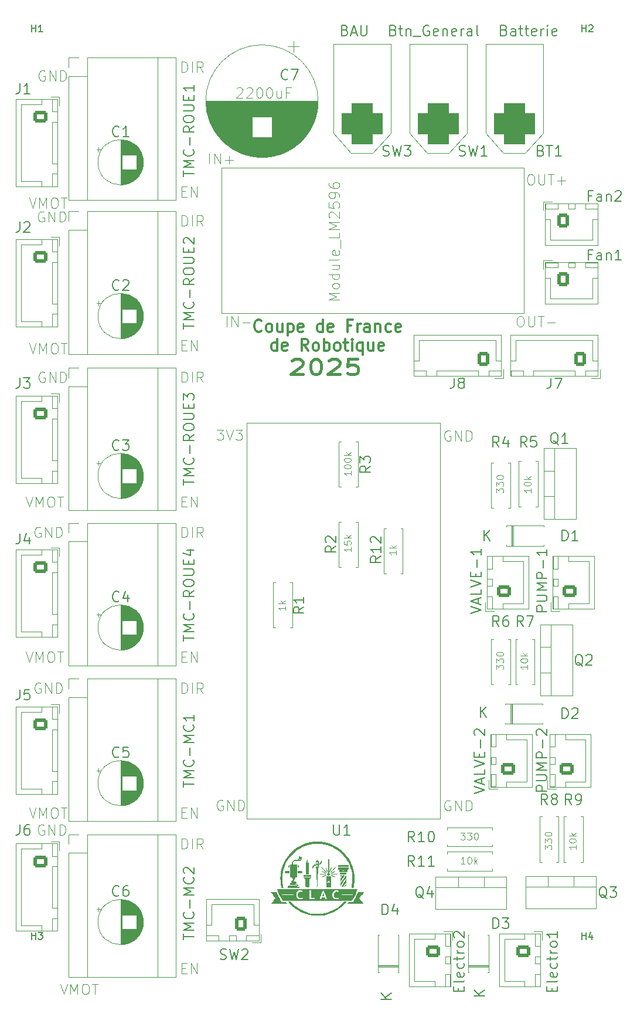
<source format=gto>
G04 #@! TF.GenerationSoftware,KiCad,Pcbnew,8.0.8*
G04 #@! TF.CreationDate,2025-05-15T13:52:05+02:00*
G04 #@! TF.ProjectId,CdFdR,43644664-522e-46b6-9963-61645f706362,0.1*
G04 #@! TF.SameCoordinates,Original*
G04 #@! TF.FileFunction,Legend,Top*
G04 #@! TF.FilePolarity,Positive*
%FSLAX46Y46*%
G04 Gerber Fmt 4.6, Leading zero omitted, Abs format (unit mm)*
G04 Created by KiCad (PCBNEW 8.0.8) date 2025-05-15 13:52:05*
%MOMM*%
%LPD*%
G01*
G04 APERTURE LIST*
G04 Aperture macros list*
%AMRoundRect*
0 Rectangle with rounded corners*
0 $1 Rounding radius*
0 $2 $3 $4 $5 $6 $7 $8 $9 X,Y pos of 4 corners*
0 Add a 4 corners polygon primitive as box body*
4,1,4,$2,$3,$4,$5,$6,$7,$8,$9,$2,$3,0*
0 Add four circle primitives for the rounded corners*
1,1,$1+$1,$2,$3*
1,1,$1+$1,$4,$5*
1,1,$1+$1,$6,$7*
1,1,$1+$1,$8,$9*
0 Add four rect primitives between the rounded corners*
20,1,$1+$1,$2,$3,$4,$5,0*
20,1,$1+$1,$4,$5,$6,$7,0*
20,1,$1+$1,$6,$7,$8,$9,0*
20,1,$1+$1,$8,$9,$2,$3,0*%
G04 Aperture macros list end*
%ADD10C,0.100000*%
%ADD11C,0.450000*%
%ADD12C,0.300000*%
%ADD13C,0.200000*%
%ADD14C,0.150000*%
%ADD15C,0.120000*%
%ADD16C,0.000000*%
%ADD17C,2.500000*%
%ADD18C,3.200000*%
%ADD19R,2.200000X2.200000*%
%ADD20O,2.200000X2.200000*%
%ADD21C,1.500000*%
%ADD22RoundRect,1.500000X1.500000X-1.500000X1.500000X1.500000X-1.500000X1.500000X-1.500000X-1.500000X0*%
%ADD23C,6.000000*%
%ADD24RoundRect,0.250000X-0.725000X0.600000X-0.725000X-0.600000X0.725000X-0.600000X0.725000X0.600000X0*%
%ADD25O,1.950000X1.700000*%
%ADD26RoundRect,0.250000X0.600000X0.725000X-0.600000X0.725000X-0.600000X-0.725000X0.600000X-0.725000X0*%
%ADD27O,1.700000X1.950000*%
%ADD28R,1.600000X1.600000*%
%ADD29C,1.600000*%
%ADD30O,1.600000X1.600000*%
%ADD31RoundRect,0.250000X-0.600000X-0.750000X0.600000X-0.750000X0.600000X0.750000X-0.600000X0.750000X0*%
%ADD32O,1.700000X2.000000*%
%ADD33R,2.400000X2.400000*%
%ADD34C,2.400000*%
%ADD35RoundRect,0.250000X-0.750000X0.600000X-0.750000X-0.600000X0.750000X-0.600000X0.750000X0.600000X0*%
%ADD36O,2.000000X1.700000*%
%ADD37RoundRect,0.250000X0.750000X-0.600000X0.750000X0.600000X-0.750000X0.600000X-0.750000X-0.600000X0*%
%ADD38R,2.000000X1.905000*%
%ADD39O,2.000000X1.905000*%
%ADD40R,1.905000X2.000000*%
%ADD41O,1.905000X2.000000*%
%ADD42R,1.500000X1.500000*%
%ADD43RoundRect,0.250000X0.600000X0.750000X-0.600000X0.750000X-0.600000X-0.750000X0.600000X-0.750000X0*%
G04 APERTURE END LIST*
D10*
X122372419Y-115791353D02*
X122372419Y-115172306D01*
X122372419Y-115172306D02*
X122753371Y-115505639D01*
X122753371Y-115505639D02*
X122753371Y-115362782D01*
X122753371Y-115362782D02*
X122800990Y-115267544D01*
X122800990Y-115267544D02*
X122848609Y-115219925D01*
X122848609Y-115219925D02*
X122943847Y-115172306D01*
X122943847Y-115172306D02*
X123181942Y-115172306D01*
X123181942Y-115172306D02*
X123277180Y-115219925D01*
X123277180Y-115219925D02*
X123324800Y-115267544D01*
X123324800Y-115267544D02*
X123372419Y-115362782D01*
X123372419Y-115362782D02*
X123372419Y-115648496D01*
X123372419Y-115648496D02*
X123324800Y-115743734D01*
X123324800Y-115743734D02*
X123277180Y-115791353D01*
X122372419Y-114838972D02*
X122372419Y-114219925D01*
X122372419Y-114219925D02*
X122753371Y-114553258D01*
X122753371Y-114553258D02*
X122753371Y-114410401D01*
X122753371Y-114410401D02*
X122800990Y-114315163D01*
X122800990Y-114315163D02*
X122848609Y-114267544D01*
X122848609Y-114267544D02*
X122943847Y-114219925D01*
X122943847Y-114219925D02*
X123181942Y-114219925D01*
X123181942Y-114219925D02*
X123277180Y-114267544D01*
X123277180Y-114267544D02*
X123324800Y-114315163D01*
X123324800Y-114315163D02*
X123372419Y-114410401D01*
X123372419Y-114410401D02*
X123372419Y-114696115D01*
X123372419Y-114696115D02*
X123324800Y-114791353D01*
X123324800Y-114791353D02*
X123277180Y-114838972D01*
X122372419Y-113600877D02*
X122372419Y-113505639D01*
X122372419Y-113505639D02*
X122420038Y-113410401D01*
X122420038Y-113410401D02*
X122467657Y-113362782D01*
X122467657Y-113362782D02*
X122562895Y-113315163D01*
X122562895Y-113315163D02*
X122753371Y-113267544D01*
X122753371Y-113267544D02*
X122991466Y-113267544D01*
X122991466Y-113267544D02*
X123181942Y-113315163D01*
X123181942Y-113315163D02*
X123277180Y-113362782D01*
X123277180Y-113362782D02*
X123324800Y-113410401D01*
X123324800Y-113410401D02*
X123372419Y-113505639D01*
X123372419Y-113505639D02*
X123372419Y-113600877D01*
X123372419Y-113600877D02*
X123324800Y-113696115D01*
X123324800Y-113696115D02*
X123277180Y-113743734D01*
X123277180Y-113743734D02*
X123181942Y-113791353D01*
X123181942Y-113791353D02*
X122991466Y-113838972D01*
X122991466Y-113838972D02*
X122753371Y-113838972D01*
X122753371Y-113838972D02*
X122562895Y-113791353D01*
X122562895Y-113791353D02*
X122467657Y-113743734D01*
X122467657Y-113743734D02*
X122420038Y-113696115D01*
X122420038Y-113696115D02*
X122372419Y-113600877D01*
X84851503Y-57454085D02*
X84922931Y-57382657D01*
X84922931Y-57382657D02*
X85065789Y-57311228D01*
X85065789Y-57311228D02*
X85422931Y-57311228D01*
X85422931Y-57311228D02*
X85565789Y-57382657D01*
X85565789Y-57382657D02*
X85637217Y-57454085D01*
X85637217Y-57454085D02*
X85708646Y-57596942D01*
X85708646Y-57596942D02*
X85708646Y-57739800D01*
X85708646Y-57739800D02*
X85637217Y-57954085D01*
X85637217Y-57954085D02*
X84780074Y-58811228D01*
X84780074Y-58811228D02*
X85708646Y-58811228D01*
X86280074Y-57454085D02*
X86351502Y-57382657D01*
X86351502Y-57382657D02*
X86494360Y-57311228D01*
X86494360Y-57311228D02*
X86851502Y-57311228D01*
X86851502Y-57311228D02*
X86994360Y-57382657D01*
X86994360Y-57382657D02*
X87065788Y-57454085D01*
X87065788Y-57454085D02*
X87137217Y-57596942D01*
X87137217Y-57596942D02*
X87137217Y-57739800D01*
X87137217Y-57739800D02*
X87065788Y-57954085D01*
X87065788Y-57954085D02*
X86208645Y-58811228D01*
X86208645Y-58811228D02*
X87137217Y-58811228D01*
X88065788Y-57311228D02*
X88208645Y-57311228D01*
X88208645Y-57311228D02*
X88351502Y-57382657D01*
X88351502Y-57382657D02*
X88422931Y-57454085D01*
X88422931Y-57454085D02*
X88494359Y-57596942D01*
X88494359Y-57596942D02*
X88565788Y-57882657D01*
X88565788Y-57882657D02*
X88565788Y-58239800D01*
X88565788Y-58239800D02*
X88494359Y-58525514D01*
X88494359Y-58525514D02*
X88422931Y-58668371D01*
X88422931Y-58668371D02*
X88351502Y-58739800D01*
X88351502Y-58739800D02*
X88208645Y-58811228D01*
X88208645Y-58811228D02*
X88065788Y-58811228D01*
X88065788Y-58811228D02*
X87922931Y-58739800D01*
X87922931Y-58739800D02*
X87851502Y-58668371D01*
X87851502Y-58668371D02*
X87780073Y-58525514D01*
X87780073Y-58525514D02*
X87708645Y-58239800D01*
X87708645Y-58239800D02*
X87708645Y-57882657D01*
X87708645Y-57882657D02*
X87780073Y-57596942D01*
X87780073Y-57596942D02*
X87851502Y-57454085D01*
X87851502Y-57454085D02*
X87922931Y-57382657D01*
X87922931Y-57382657D02*
X88065788Y-57311228D01*
X89494359Y-57311228D02*
X89637216Y-57311228D01*
X89637216Y-57311228D02*
X89780073Y-57382657D01*
X89780073Y-57382657D02*
X89851502Y-57454085D01*
X89851502Y-57454085D02*
X89922930Y-57596942D01*
X89922930Y-57596942D02*
X89994359Y-57882657D01*
X89994359Y-57882657D02*
X89994359Y-58239800D01*
X89994359Y-58239800D02*
X89922930Y-58525514D01*
X89922930Y-58525514D02*
X89851502Y-58668371D01*
X89851502Y-58668371D02*
X89780073Y-58739800D01*
X89780073Y-58739800D02*
X89637216Y-58811228D01*
X89637216Y-58811228D02*
X89494359Y-58811228D01*
X89494359Y-58811228D02*
X89351502Y-58739800D01*
X89351502Y-58739800D02*
X89280073Y-58668371D01*
X89280073Y-58668371D02*
X89208644Y-58525514D01*
X89208644Y-58525514D02*
X89137216Y-58239800D01*
X89137216Y-58239800D02*
X89137216Y-57882657D01*
X89137216Y-57882657D02*
X89208644Y-57596942D01*
X89208644Y-57596942D02*
X89280073Y-57454085D01*
X89280073Y-57454085D02*
X89351502Y-57382657D01*
X89351502Y-57382657D02*
X89494359Y-57311228D01*
X91280073Y-57811228D02*
X91280073Y-58811228D01*
X90637215Y-57811228D02*
X90637215Y-58596942D01*
X90637215Y-58596942D02*
X90708644Y-58739800D01*
X90708644Y-58739800D02*
X90851501Y-58811228D01*
X90851501Y-58811228D02*
X91065787Y-58811228D01*
X91065787Y-58811228D02*
X91208644Y-58739800D01*
X91208644Y-58739800D02*
X91280073Y-58668371D01*
X92494358Y-58025514D02*
X91994358Y-58025514D01*
X91994358Y-58811228D02*
X91994358Y-57311228D01*
X91994358Y-57311228D02*
X92708644Y-57311228D01*
D11*
X92829385Y-96716885D02*
X92962718Y-96612123D01*
X92962718Y-96612123D02*
X93229385Y-96507361D01*
X93229385Y-96507361D02*
X93896052Y-96507361D01*
X93896052Y-96507361D02*
X94162718Y-96612123D01*
X94162718Y-96612123D02*
X94296052Y-96716885D01*
X94296052Y-96716885D02*
X94429385Y-96926409D01*
X94429385Y-96926409D02*
X94429385Y-97135933D01*
X94429385Y-97135933D02*
X94296052Y-97450219D01*
X94296052Y-97450219D02*
X92696052Y-98707361D01*
X92696052Y-98707361D02*
X94429385Y-98707361D01*
X96162719Y-96507361D02*
X96429385Y-96507361D01*
X96429385Y-96507361D02*
X96696052Y-96612123D01*
X96696052Y-96612123D02*
X96829385Y-96716885D01*
X96829385Y-96716885D02*
X96962719Y-96926409D01*
X96962719Y-96926409D02*
X97096052Y-97345457D01*
X97096052Y-97345457D02*
X97096052Y-97869266D01*
X97096052Y-97869266D02*
X96962719Y-98288314D01*
X96962719Y-98288314D02*
X96829385Y-98497838D01*
X96829385Y-98497838D02*
X96696052Y-98602600D01*
X96696052Y-98602600D02*
X96429385Y-98707361D01*
X96429385Y-98707361D02*
X96162719Y-98707361D01*
X96162719Y-98707361D02*
X95896052Y-98602600D01*
X95896052Y-98602600D02*
X95762719Y-98497838D01*
X95762719Y-98497838D02*
X95629385Y-98288314D01*
X95629385Y-98288314D02*
X95496052Y-97869266D01*
X95496052Y-97869266D02*
X95496052Y-97345457D01*
X95496052Y-97345457D02*
X95629385Y-96926409D01*
X95629385Y-96926409D02*
X95762719Y-96716885D01*
X95762719Y-96716885D02*
X95896052Y-96612123D01*
X95896052Y-96612123D02*
X96162719Y-96507361D01*
X98162719Y-96716885D02*
X98296052Y-96612123D01*
X98296052Y-96612123D02*
X98562719Y-96507361D01*
X98562719Y-96507361D02*
X99229386Y-96507361D01*
X99229386Y-96507361D02*
X99496052Y-96612123D01*
X99496052Y-96612123D02*
X99629386Y-96716885D01*
X99629386Y-96716885D02*
X99762719Y-96926409D01*
X99762719Y-96926409D02*
X99762719Y-97135933D01*
X99762719Y-97135933D02*
X99629386Y-97450219D01*
X99629386Y-97450219D02*
X98029386Y-98707361D01*
X98029386Y-98707361D02*
X99762719Y-98707361D01*
X102296053Y-96507361D02*
X100962719Y-96507361D01*
X100962719Y-96507361D02*
X100829386Y-97554980D01*
X100829386Y-97554980D02*
X100962719Y-97450219D01*
X100962719Y-97450219D02*
X101229386Y-97345457D01*
X101229386Y-97345457D02*
X101896053Y-97345457D01*
X101896053Y-97345457D02*
X102162719Y-97450219D01*
X102162719Y-97450219D02*
X102296053Y-97554980D01*
X102296053Y-97554980D02*
X102429386Y-97764504D01*
X102429386Y-97764504D02*
X102429386Y-98288314D01*
X102429386Y-98288314D02*
X102296053Y-98497838D01*
X102296053Y-98497838D02*
X102162719Y-98602600D01*
X102162719Y-98602600D02*
X101896053Y-98707361D01*
X101896053Y-98707361D02*
X101229386Y-98707361D01*
X101229386Y-98707361D02*
X100962719Y-98602600D01*
X100962719Y-98602600D02*
X100829386Y-98497838D01*
D10*
X117208646Y-164872419D02*
X117827693Y-164872419D01*
X117827693Y-164872419D02*
X117494360Y-165253371D01*
X117494360Y-165253371D02*
X117637217Y-165253371D01*
X117637217Y-165253371D02*
X117732455Y-165300990D01*
X117732455Y-165300990D02*
X117780074Y-165348609D01*
X117780074Y-165348609D02*
X117827693Y-165443847D01*
X117827693Y-165443847D02*
X117827693Y-165681942D01*
X117827693Y-165681942D02*
X117780074Y-165777180D01*
X117780074Y-165777180D02*
X117732455Y-165824800D01*
X117732455Y-165824800D02*
X117637217Y-165872419D01*
X117637217Y-165872419D02*
X117351503Y-165872419D01*
X117351503Y-165872419D02*
X117256265Y-165824800D01*
X117256265Y-165824800D02*
X117208646Y-165777180D01*
X118161027Y-164872419D02*
X118780074Y-164872419D01*
X118780074Y-164872419D02*
X118446741Y-165253371D01*
X118446741Y-165253371D02*
X118589598Y-165253371D01*
X118589598Y-165253371D02*
X118684836Y-165300990D01*
X118684836Y-165300990D02*
X118732455Y-165348609D01*
X118732455Y-165348609D02*
X118780074Y-165443847D01*
X118780074Y-165443847D02*
X118780074Y-165681942D01*
X118780074Y-165681942D02*
X118732455Y-165777180D01*
X118732455Y-165777180D02*
X118684836Y-165824800D01*
X118684836Y-165824800D02*
X118589598Y-165872419D01*
X118589598Y-165872419D02*
X118303884Y-165872419D01*
X118303884Y-165872419D02*
X118208646Y-165824800D01*
X118208646Y-165824800D02*
X118161027Y-165777180D01*
X119399122Y-164872419D02*
X119494360Y-164872419D01*
X119494360Y-164872419D02*
X119589598Y-164920038D01*
X119589598Y-164920038D02*
X119637217Y-164967657D01*
X119637217Y-164967657D02*
X119684836Y-165062895D01*
X119684836Y-165062895D02*
X119732455Y-165253371D01*
X119732455Y-165253371D02*
X119732455Y-165491466D01*
X119732455Y-165491466D02*
X119684836Y-165681942D01*
X119684836Y-165681942D02*
X119637217Y-165777180D01*
X119637217Y-165777180D02*
X119589598Y-165824800D01*
X119589598Y-165824800D02*
X119494360Y-165872419D01*
X119494360Y-165872419D02*
X119399122Y-165872419D01*
X119399122Y-165872419D02*
X119303884Y-165824800D01*
X119303884Y-165824800D02*
X119256265Y-165777180D01*
X119256265Y-165777180D02*
X119208646Y-165681942D01*
X119208646Y-165681942D02*
X119161027Y-165491466D01*
X119161027Y-165491466D02*
X119161027Y-165253371D01*
X119161027Y-165253371D02*
X119208646Y-165062895D01*
X119208646Y-165062895D02*
X119256265Y-164967657D01*
X119256265Y-164967657D02*
X119303884Y-164920038D01*
X119303884Y-164920038D02*
X119399122Y-164872419D01*
D12*
X88447619Y-92377543D02*
X88366667Y-92458496D01*
X88366667Y-92458496D02*
X88123809Y-92539448D01*
X88123809Y-92539448D02*
X87961905Y-92539448D01*
X87961905Y-92539448D02*
X87719048Y-92458496D01*
X87719048Y-92458496D02*
X87557143Y-92296591D01*
X87557143Y-92296591D02*
X87476190Y-92134686D01*
X87476190Y-92134686D02*
X87395238Y-91810876D01*
X87395238Y-91810876D02*
X87395238Y-91568019D01*
X87395238Y-91568019D02*
X87476190Y-91244210D01*
X87476190Y-91244210D02*
X87557143Y-91082305D01*
X87557143Y-91082305D02*
X87719048Y-90920400D01*
X87719048Y-90920400D02*
X87961905Y-90839448D01*
X87961905Y-90839448D02*
X88123809Y-90839448D01*
X88123809Y-90839448D02*
X88366667Y-90920400D01*
X88366667Y-90920400D02*
X88447619Y-91001353D01*
X89419048Y-92539448D02*
X89257143Y-92458496D01*
X89257143Y-92458496D02*
X89176190Y-92377543D01*
X89176190Y-92377543D02*
X89095238Y-92215638D01*
X89095238Y-92215638D02*
X89095238Y-91729924D01*
X89095238Y-91729924D02*
X89176190Y-91568019D01*
X89176190Y-91568019D02*
X89257143Y-91487067D01*
X89257143Y-91487067D02*
X89419048Y-91406115D01*
X89419048Y-91406115D02*
X89661905Y-91406115D01*
X89661905Y-91406115D02*
X89823809Y-91487067D01*
X89823809Y-91487067D02*
X89904762Y-91568019D01*
X89904762Y-91568019D02*
X89985714Y-91729924D01*
X89985714Y-91729924D02*
X89985714Y-92215638D01*
X89985714Y-92215638D02*
X89904762Y-92377543D01*
X89904762Y-92377543D02*
X89823809Y-92458496D01*
X89823809Y-92458496D02*
X89661905Y-92539448D01*
X89661905Y-92539448D02*
X89419048Y-92539448D01*
X91442857Y-91406115D02*
X91442857Y-92539448D01*
X90714285Y-91406115D02*
X90714285Y-92296591D01*
X90714285Y-92296591D02*
X90795238Y-92458496D01*
X90795238Y-92458496D02*
X90957143Y-92539448D01*
X90957143Y-92539448D02*
X91200000Y-92539448D01*
X91200000Y-92539448D02*
X91361904Y-92458496D01*
X91361904Y-92458496D02*
X91442857Y-92377543D01*
X92252380Y-91406115D02*
X92252380Y-93106115D01*
X92252380Y-91487067D02*
X92414285Y-91406115D01*
X92414285Y-91406115D02*
X92738095Y-91406115D01*
X92738095Y-91406115D02*
X92899999Y-91487067D01*
X92899999Y-91487067D02*
X92980952Y-91568019D01*
X92980952Y-91568019D02*
X93061904Y-91729924D01*
X93061904Y-91729924D02*
X93061904Y-92215638D01*
X93061904Y-92215638D02*
X92980952Y-92377543D01*
X92980952Y-92377543D02*
X92899999Y-92458496D01*
X92899999Y-92458496D02*
X92738095Y-92539448D01*
X92738095Y-92539448D02*
X92414285Y-92539448D01*
X92414285Y-92539448D02*
X92252380Y-92458496D01*
X94438094Y-92458496D02*
X94276190Y-92539448D01*
X94276190Y-92539448D02*
X93952380Y-92539448D01*
X93952380Y-92539448D02*
X93790475Y-92458496D01*
X93790475Y-92458496D02*
X93709523Y-92296591D01*
X93709523Y-92296591D02*
X93709523Y-91648972D01*
X93709523Y-91648972D02*
X93790475Y-91487067D01*
X93790475Y-91487067D02*
X93952380Y-91406115D01*
X93952380Y-91406115D02*
X94276190Y-91406115D01*
X94276190Y-91406115D02*
X94438094Y-91487067D01*
X94438094Y-91487067D02*
X94519047Y-91648972D01*
X94519047Y-91648972D02*
X94519047Y-91810876D01*
X94519047Y-91810876D02*
X93709523Y-91972781D01*
X97271428Y-92539448D02*
X97271428Y-90839448D01*
X97271428Y-92458496D02*
X97109523Y-92539448D01*
X97109523Y-92539448D02*
X96785714Y-92539448D01*
X96785714Y-92539448D02*
X96623809Y-92458496D01*
X96623809Y-92458496D02*
X96542856Y-92377543D01*
X96542856Y-92377543D02*
X96461904Y-92215638D01*
X96461904Y-92215638D02*
X96461904Y-91729924D01*
X96461904Y-91729924D02*
X96542856Y-91568019D01*
X96542856Y-91568019D02*
X96623809Y-91487067D01*
X96623809Y-91487067D02*
X96785714Y-91406115D01*
X96785714Y-91406115D02*
X97109523Y-91406115D01*
X97109523Y-91406115D02*
X97271428Y-91487067D01*
X98728570Y-92458496D02*
X98566666Y-92539448D01*
X98566666Y-92539448D02*
X98242856Y-92539448D01*
X98242856Y-92539448D02*
X98080951Y-92458496D01*
X98080951Y-92458496D02*
X97999999Y-92296591D01*
X97999999Y-92296591D02*
X97999999Y-91648972D01*
X97999999Y-91648972D02*
X98080951Y-91487067D01*
X98080951Y-91487067D02*
X98242856Y-91406115D01*
X98242856Y-91406115D02*
X98566666Y-91406115D01*
X98566666Y-91406115D02*
X98728570Y-91487067D01*
X98728570Y-91487067D02*
X98809523Y-91648972D01*
X98809523Y-91648972D02*
X98809523Y-91810876D01*
X98809523Y-91810876D02*
X97999999Y-91972781D01*
X101399999Y-91648972D02*
X100833332Y-91648972D01*
X100833332Y-92539448D02*
X100833332Y-90839448D01*
X100833332Y-90839448D02*
X101642856Y-90839448D01*
X102290475Y-92539448D02*
X102290475Y-91406115D01*
X102290475Y-91729924D02*
X102371428Y-91568019D01*
X102371428Y-91568019D02*
X102452380Y-91487067D01*
X102452380Y-91487067D02*
X102614285Y-91406115D01*
X102614285Y-91406115D02*
X102776190Y-91406115D01*
X104071428Y-92539448D02*
X104071428Y-91648972D01*
X104071428Y-91648972D02*
X103990475Y-91487067D01*
X103990475Y-91487067D02*
X103828571Y-91406115D01*
X103828571Y-91406115D02*
X103504761Y-91406115D01*
X103504761Y-91406115D02*
X103342856Y-91487067D01*
X104071428Y-92458496D02*
X103909523Y-92539448D01*
X103909523Y-92539448D02*
X103504761Y-92539448D01*
X103504761Y-92539448D02*
X103342856Y-92458496D01*
X103342856Y-92458496D02*
X103261904Y-92296591D01*
X103261904Y-92296591D02*
X103261904Y-92134686D01*
X103261904Y-92134686D02*
X103342856Y-91972781D01*
X103342856Y-91972781D02*
X103504761Y-91891829D01*
X103504761Y-91891829D02*
X103909523Y-91891829D01*
X103909523Y-91891829D02*
X104071428Y-91810876D01*
X104880951Y-91406115D02*
X104880951Y-92539448D01*
X104880951Y-91568019D02*
X104961904Y-91487067D01*
X104961904Y-91487067D02*
X105123809Y-91406115D01*
X105123809Y-91406115D02*
X105366666Y-91406115D01*
X105366666Y-91406115D02*
X105528570Y-91487067D01*
X105528570Y-91487067D02*
X105609523Y-91648972D01*
X105609523Y-91648972D02*
X105609523Y-92539448D01*
X107147618Y-92458496D02*
X106985713Y-92539448D01*
X106985713Y-92539448D02*
X106661904Y-92539448D01*
X106661904Y-92539448D02*
X106499999Y-92458496D01*
X106499999Y-92458496D02*
X106419046Y-92377543D01*
X106419046Y-92377543D02*
X106338094Y-92215638D01*
X106338094Y-92215638D02*
X106338094Y-91729924D01*
X106338094Y-91729924D02*
X106419046Y-91568019D01*
X106419046Y-91568019D02*
X106499999Y-91487067D01*
X106499999Y-91487067D02*
X106661904Y-91406115D01*
X106661904Y-91406115D02*
X106985713Y-91406115D01*
X106985713Y-91406115D02*
X107147618Y-91487067D01*
X108523808Y-92458496D02*
X108361904Y-92539448D01*
X108361904Y-92539448D02*
X108038094Y-92539448D01*
X108038094Y-92539448D02*
X107876189Y-92458496D01*
X107876189Y-92458496D02*
X107795237Y-92296591D01*
X107795237Y-92296591D02*
X107795237Y-91648972D01*
X107795237Y-91648972D02*
X107876189Y-91487067D01*
X107876189Y-91487067D02*
X108038094Y-91406115D01*
X108038094Y-91406115D02*
X108361904Y-91406115D01*
X108361904Y-91406115D02*
X108523808Y-91487067D01*
X108523808Y-91487067D02*
X108604761Y-91648972D01*
X108604761Y-91648972D02*
X108604761Y-91810876D01*
X108604761Y-91810876D02*
X107795237Y-91972781D01*
X90673810Y-95276353D02*
X90673810Y-93576353D01*
X90673810Y-95195401D02*
X90511905Y-95276353D01*
X90511905Y-95276353D02*
X90188096Y-95276353D01*
X90188096Y-95276353D02*
X90026191Y-95195401D01*
X90026191Y-95195401D02*
X89945238Y-95114448D01*
X89945238Y-95114448D02*
X89864286Y-94952543D01*
X89864286Y-94952543D02*
X89864286Y-94466829D01*
X89864286Y-94466829D02*
X89945238Y-94304924D01*
X89945238Y-94304924D02*
X90026191Y-94223972D01*
X90026191Y-94223972D02*
X90188096Y-94143020D01*
X90188096Y-94143020D02*
X90511905Y-94143020D01*
X90511905Y-94143020D02*
X90673810Y-94223972D01*
X92130952Y-95195401D02*
X91969048Y-95276353D01*
X91969048Y-95276353D02*
X91645238Y-95276353D01*
X91645238Y-95276353D02*
X91483333Y-95195401D01*
X91483333Y-95195401D02*
X91402381Y-95033496D01*
X91402381Y-95033496D02*
X91402381Y-94385877D01*
X91402381Y-94385877D02*
X91483333Y-94223972D01*
X91483333Y-94223972D02*
X91645238Y-94143020D01*
X91645238Y-94143020D02*
X91969048Y-94143020D01*
X91969048Y-94143020D02*
X92130952Y-94223972D01*
X92130952Y-94223972D02*
X92211905Y-94385877D01*
X92211905Y-94385877D02*
X92211905Y-94547781D01*
X92211905Y-94547781D02*
X91402381Y-94709686D01*
X95207143Y-95276353D02*
X94640476Y-94466829D01*
X94235714Y-95276353D02*
X94235714Y-93576353D01*
X94235714Y-93576353D02*
X94883333Y-93576353D01*
X94883333Y-93576353D02*
X95045238Y-93657305D01*
X95045238Y-93657305D02*
X95126191Y-93738258D01*
X95126191Y-93738258D02*
X95207143Y-93900162D01*
X95207143Y-93900162D02*
X95207143Y-94143020D01*
X95207143Y-94143020D02*
X95126191Y-94304924D01*
X95126191Y-94304924D02*
X95045238Y-94385877D01*
X95045238Y-94385877D02*
X94883333Y-94466829D01*
X94883333Y-94466829D02*
X94235714Y-94466829D01*
X96178572Y-95276353D02*
X96016667Y-95195401D01*
X96016667Y-95195401D02*
X95935714Y-95114448D01*
X95935714Y-95114448D02*
X95854762Y-94952543D01*
X95854762Y-94952543D02*
X95854762Y-94466829D01*
X95854762Y-94466829D02*
X95935714Y-94304924D01*
X95935714Y-94304924D02*
X96016667Y-94223972D01*
X96016667Y-94223972D02*
X96178572Y-94143020D01*
X96178572Y-94143020D02*
X96421429Y-94143020D01*
X96421429Y-94143020D02*
X96583333Y-94223972D01*
X96583333Y-94223972D02*
X96664286Y-94304924D01*
X96664286Y-94304924D02*
X96745238Y-94466829D01*
X96745238Y-94466829D02*
X96745238Y-94952543D01*
X96745238Y-94952543D02*
X96664286Y-95114448D01*
X96664286Y-95114448D02*
X96583333Y-95195401D01*
X96583333Y-95195401D02*
X96421429Y-95276353D01*
X96421429Y-95276353D02*
X96178572Y-95276353D01*
X97473809Y-95276353D02*
X97473809Y-93576353D01*
X97473809Y-94223972D02*
X97635714Y-94143020D01*
X97635714Y-94143020D02*
X97959524Y-94143020D01*
X97959524Y-94143020D02*
X98121428Y-94223972D01*
X98121428Y-94223972D02*
X98202381Y-94304924D01*
X98202381Y-94304924D02*
X98283333Y-94466829D01*
X98283333Y-94466829D02*
X98283333Y-94952543D01*
X98283333Y-94952543D02*
X98202381Y-95114448D01*
X98202381Y-95114448D02*
X98121428Y-95195401D01*
X98121428Y-95195401D02*
X97959524Y-95276353D01*
X97959524Y-95276353D02*
X97635714Y-95276353D01*
X97635714Y-95276353D02*
X97473809Y-95195401D01*
X99254762Y-95276353D02*
X99092857Y-95195401D01*
X99092857Y-95195401D02*
X99011904Y-95114448D01*
X99011904Y-95114448D02*
X98930952Y-94952543D01*
X98930952Y-94952543D02*
X98930952Y-94466829D01*
X98930952Y-94466829D02*
X99011904Y-94304924D01*
X99011904Y-94304924D02*
X99092857Y-94223972D01*
X99092857Y-94223972D02*
X99254762Y-94143020D01*
X99254762Y-94143020D02*
X99497619Y-94143020D01*
X99497619Y-94143020D02*
X99659523Y-94223972D01*
X99659523Y-94223972D02*
X99740476Y-94304924D01*
X99740476Y-94304924D02*
X99821428Y-94466829D01*
X99821428Y-94466829D02*
X99821428Y-94952543D01*
X99821428Y-94952543D02*
X99740476Y-95114448D01*
X99740476Y-95114448D02*
X99659523Y-95195401D01*
X99659523Y-95195401D02*
X99497619Y-95276353D01*
X99497619Y-95276353D02*
X99254762Y-95276353D01*
X100307142Y-94143020D02*
X100954761Y-94143020D01*
X100549999Y-93576353D02*
X100549999Y-95033496D01*
X100549999Y-95033496D02*
X100630952Y-95195401D01*
X100630952Y-95195401D02*
X100792857Y-95276353D01*
X100792857Y-95276353D02*
X100954761Y-95276353D01*
X101521428Y-95276353D02*
X101521428Y-94143020D01*
X101521428Y-93576353D02*
X101440476Y-93657305D01*
X101440476Y-93657305D02*
X101521428Y-93738258D01*
X101521428Y-93738258D02*
X101602381Y-93657305D01*
X101602381Y-93657305D02*
X101521428Y-93576353D01*
X101521428Y-93576353D02*
X101521428Y-93738258D01*
X103059524Y-94143020D02*
X103059524Y-95843020D01*
X103059524Y-95195401D02*
X102897619Y-95276353D01*
X102897619Y-95276353D02*
X102573810Y-95276353D01*
X102573810Y-95276353D02*
X102411905Y-95195401D01*
X102411905Y-95195401D02*
X102330952Y-95114448D01*
X102330952Y-95114448D02*
X102250000Y-94952543D01*
X102250000Y-94952543D02*
X102250000Y-94466829D01*
X102250000Y-94466829D02*
X102330952Y-94304924D01*
X102330952Y-94304924D02*
X102411905Y-94223972D01*
X102411905Y-94223972D02*
X102573810Y-94143020D01*
X102573810Y-94143020D02*
X102897619Y-94143020D01*
X102897619Y-94143020D02*
X103059524Y-94223972D01*
X104597619Y-94143020D02*
X104597619Y-95276353D01*
X103869047Y-94143020D02*
X103869047Y-95033496D01*
X103869047Y-95033496D02*
X103950000Y-95195401D01*
X103950000Y-95195401D02*
X104111905Y-95276353D01*
X104111905Y-95276353D02*
X104354762Y-95276353D01*
X104354762Y-95276353D02*
X104516666Y-95195401D01*
X104516666Y-95195401D02*
X104597619Y-95114448D01*
X106054761Y-95195401D02*
X105892857Y-95276353D01*
X105892857Y-95276353D02*
X105569047Y-95276353D01*
X105569047Y-95276353D02*
X105407142Y-95195401D01*
X105407142Y-95195401D02*
X105326190Y-95033496D01*
X105326190Y-95033496D02*
X105326190Y-94385877D01*
X105326190Y-94385877D02*
X105407142Y-94223972D01*
X105407142Y-94223972D02*
X105569047Y-94143020D01*
X105569047Y-94143020D02*
X105892857Y-94143020D01*
X105892857Y-94143020D02*
X106054761Y-94223972D01*
X106054761Y-94223972D02*
X106135714Y-94385877D01*
X106135714Y-94385877D02*
X106135714Y-94547781D01*
X106135714Y-94547781D02*
X105326190Y-94709686D01*
D10*
X133872419Y-166672306D02*
X133872419Y-167243734D01*
X133872419Y-166958020D02*
X132872419Y-166958020D01*
X132872419Y-166958020D02*
X133015276Y-167053258D01*
X133015276Y-167053258D02*
X133110514Y-167148496D01*
X133110514Y-167148496D02*
X133158133Y-167243734D01*
X132872419Y-166053258D02*
X132872419Y-165958020D01*
X132872419Y-165958020D02*
X132920038Y-165862782D01*
X132920038Y-165862782D02*
X132967657Y-165815163D01*
X132967657Y-165815163D02*
X133062895Y-165767544D01*
X133062895Y-165767544D02*
X133253371Y-165719925D01*
X133253371Y-165719925D02*
X133491466Y-165719925D01*
X133491466Y-165719925D02*
X133681942Y-165767544D01*
X133681942Y-165767544D02*
X133777180Y-165815163D01*
X133777180Y-165815163D02*
X133824800Y-165862782D01*
X133824800Y-165862782D02*
X133872419Y-165958020D01*
X133872419Y-165958020D02*
X133872419Y-166053258D01*
X133872419Y-166053258D02*
X133824800Y-166148496D01*
X133824800Y-166148496D02*
X133777180Y-166196115D01*
X133777180Y-166196115D02*
X133681942Y-166243734D01*
X133681942Y-166243734D02*
X133491466Y-166291353D01*
X133491466Y-166291353D02*
X133253371Y-166291353D01*
X133253371Y-166291353D02*
X133062895Y-166243734D01*
X133062895Y-166243734D02*
X132967657Y-166196115D01*
X132967657Y-166196115D02*
X132920038Y-166148496D01*
X132920038Y-166148496D02*
X132872419Y-166053258D01*
X133872419Y-165291353D02*
X132872419Y-165291353D01*
X133491466Y-165196115D02*
X133872419Y-164910401D01*
X133205752Y-164910401D02*
X133586704Y-165291353D01*
X122372419Y-141291353D02*
X122372419Y-140672306D01*
X122372419Y-140672306D02*
X122753371Y-141005639D01*
X122753371Y-141005639D02*
X122753371Y-140862782D01*
X122753371Y-140862782D02*
X122800990Y-140767544D01*
X122800990Y-140767544D02*
X122848609Y-140719925D01*
X122848609Y-140719925D02*
X122943847Y-140672306D01*
X122943847Y-140672306D02*
X123181942Y-140672306D01*
X123181942Y-140672306D02*
X123277180Y-140719925D01*
X123277180Y-140719925D02*
X123324800Y-140767544D01*
X123324800Y-140767544D02*
X123372419Y-140862782D01*
X123372419Y-140862782D02*
X123372419Y-141148496D01*
X123372419Y-141148496D02*
X123324800Y-141243734D01*
X123324800Y-141243734D02*
X123277180Y-141291353D01*
X122372419Y-140338972D02*
X122372419Y-139719925D01*
X122372419Y-139719925D02*
X122753371Y-140053258D01*
X122753371Y-140053258D02*
X122753371Y-139910401D01*
X122753371Y-139910401D02*
X122800990Y-139815163D01*
X122800990Y-139815163D02*
X122848609Y-139767544D01*
X122848609Y-139767544D02*
X122943847Y-139719925D01*
X122943847Y-139719925D02*
X123181942Y-139719925D01*
X123181942Y-139719925D02*
X123277180Y-139767544D01*
X123277180Y-139767544D02*
X123324800Y-139815163D01*
X123324800Y-139815163D02*
X123372419Y-139910401D01*
X123372419Y-139910401D02*
X123372419Y-140196115D01*
X123372419Y-140196115D02*
X123324800Y-140291353D01*
X123324800Y-140291353D02*
X123277180Y-140338972D01*
X122372419Y-139100877D02*
X122372419Y-139005639D01*
X122372419Y-139005639D02*
X122420038Y-138910401D01*
X122420038Y-138910401D02*
X122467657Y-138862782D01*
X122467657Y-138862782D02*
X122562895Y-138815163D01*
X122562895Y-138815163D02*
X122753371Y-138767544D01*
X122753371Y-138767544D02*
X122991466Y-138767544D01*
X122991466Y-138767544D02*
X123181942Y-138815163D01*
X123181942Y-138815163D02*
X123277180Y-138862782D01*
X123277180Y-138862782D02*
X123324800Y-138910401D01*
X123324800Y-138910401D02*
X123372419Y-139005639D01*
X123372419Y-139005639D02*
X123372419Y-139100877D01*
X123372419Y-139100877D02*
X123324800Y-139196115D01*
X123324800Y-139196115D02*
X123277180Y-139243734D01*
X123277180Y-139243734D02*
X123181942Y-139291353D01*
X123181942Y-139291353D02*
X122991466Y-139338972D01*
X122991466Y-139338972D02*
X122753371Y-139338972D01*
X122753371Y-139338972D02*
X122562895Y-139291353D01*
X122562895Y-139291353D02*
X122467657Y-139243734D01*
X122467657Y-139243734D02*
X122420038Y-139196115D01*
X122420038Y-139196115D02*
X122372419Y-139100877D01*
X127372419Y-115172306D02*
X127372419Y-115743734D01*
X127372419Y-115458020D02*
X126372419Y-115458020D01*
X126372419Y-115458020D02*
X126515276Y-115553258D01*
X126515276Y-115553258D02*
X126610514Y-115648496D01*
X126610514Y-115648496D02*
X126658133Y-115743734D01*
X126372419Y-114553258D02*
X126372419Y-114458020D01*
X126372419Y-114458020D02*
X126420038Y-114362782D01*
X126420038Y-114362782D02*
X126467657Y-114315163D01*
X126467657Y-114315163D02*
X126562895Y-114267544D01*
X126562895Y-114267544D02*
X126753371Y-114219925D01*
X126753371Y-114219925D02*
X126991466Y-114219925D01*
X126991466Y-114219925D02*
X127181942Y-114267544D01*
X127181942Y-114267544D02*
X127277180Y-114315163D01*
X127277180Y-114315163D02*
X127324800Y-114362782D01*
X127324800Y-114362782D02*
X127372419Y-114458020D01*
X127372419Y-114458020D02*
X127372419Y-114553258D01*
X127372419Y-114553258D02*
X127324800Y-114648496D01*
X127324800Y-114648496D02*
X127277180Y-114696115D01*
X127277180Y-114696115D02*
X127181942Y-114743734D01*
X127181942Y-114743734D02*
X126991466Y-114791353D01*
X126991466Y-114791353D02*
X126753371Y-114791353D01*
X126753371Y-114791353D02*
X126562895Y-114743734D01*
X126562895Y-114743734D02*
X126467657Y-114696115D01*
X126467657Y-114696115D02*
X126420038Y-114648496D01*
X126420038Y-114648496D02*
X126372419Y-114553258D01*
X127372419Y-113791353D02*
X126372419Y-113791353D01*
X126991466Y-113696115D02*
X127372419Y-113410401D01*
X126705752Y-113410401D02*
X127086704Y-113791353D01*
X117827693Y-169372419D02*
X117256265Y-169372419D01*
X117541979Y-169372419D02*
X117541979Y-168372419D01*
X117541979Y-168372419D02*
X117446741Y-168515276D01*
X117446741Y-168515276D02*
X117351503Y-168610514D01*
X117351503Y-168610514D02*
X117256265Y-168658133D01*
X118446741Y-168372419D02*
X118541979Y-168372419D01*
X118541979Y-168372419D02*
X118637217Y-168420038D01*
X118637217Y-168420038D02*
X118684836Y-168467657D01*
X118684836Y-168467657D02*
X118732455Y-168562895D01*
X118732455Y-168562895D02*
X118780074Y-168753371D01*
X118780074Y-168753371D02*
X118780074Y-168991466D01*
X118780074Y-168991466D02*
X118732455Y-169181942D01*
X118732455Y-169181942D02*
X118684836Y-169277180D01*
X118684836Y-169277180D02*
X118637217Y-169324800D01*
X118637217Y-169324800D02*
X118541979Y-169372419D01*
X118541979Y-169372419D02*
X118446741Y-169372419D01*
X118446741Y-169372419D02*
X118351503Y-169324800D01*
X118351503Y-169324800D02*
X118303884Y-169277180D01*
X118303884Y-169277180D02*
X118256265Y-169181942D01*
X118256265Y-169181942D02*
X118208646Y-168991466D01*
X118208646Y-168991466D02*
X118208646Y-168753371D01*
X118208646Y-168753371D02*
X118256265Y-168562895D01*
X118256265Y-168562895D02*
X118303884Y-168467657D01*
X118303884Y-168467657D02*
X118351503Y-168420038D01*
X118351503Y-168420038D02*
X118446741Y-168372419D01*
X119208646Y-169372419D02*
X119208646Y-168372419D01*
X119303884Y-168991466D02*
X119589598Y-169372419D01*
X119589598Y-168705752D02*
X119208646Y-169086704D01*
X91872419Y-132172306D02*
X91872419Y-132743734D01*
X91872419Y-132458020D02*
X90872419Y-132458020D01*
X90872419Y-132458020D02*
X91015276Y-132553258D01*
X91015276Y-132553258D02*
X91110514Y-132648496D01*
X91110514Y-132648496D02*
X91158133Y-132743734D01*
X91872419Y-131743734D02*
X90872419Y-131743734D01*
X91491466Y-131648496D02*
X91872419Y-131362782D01*
X91205752Y-131362782D02*
X91586704Y-131743734D01*
D13*
X100488720Y-49020314D02*
X100703006Y-49091742D01*
X100703006Y-49091742D02*
X100774435Y-49163171D01*
X100774435Y-49163171D02*
X100845863Y-49306028D01*
X100845863Y-49306028D02*
X100845863Y-49520314D01*
X100845863Y-49520314D02*
X100774435Y-49663171D01*
X100774435Y-49663171D02*
X100703006Y-49734600D01*
X100703006Y-49734600D02*
X100560149Y-49806028D01*
X100560149Y-49806028D02*
X99988720Y-49806028D01*
X99988720Y-49806028D02*
X99988720Y-48306028D01*
X99988720Y-48306028D02*
X100488720Y-48306028D01*
X100488720Y-48306028D02*
X100631578Y-48377457D01*
X100631578Y-48377457D02*
X100703006Y-48448885D01*
X100703006Y-48448885D02*
X100774435Y-48591742D01*
X100774435Y-48591742D02*
X100774435Y-48734600D01*
X100774435Y-48734600D02*
X100703006Y-48877457D01*
X100703006Y-48877457D02*
X100631578Y-48948885D01*
X100631578Y-48948885D02*
X100488720Y-49020314D01*
X100488720Y-49020314D02*
X99988720Y-49020314D01*
X101417292Y-49377457D02*
X102131578Y-49377457D01*
X101274435Y-49806028D02*
X101774435Y-48306028D01*
X101774435Y-48306028D02*
X102274435Y-49806028D01*
X102774434Y-48306028D02*
X102774434Y-49520314D01*
X102774434Y-49520314D02*
X102845863Y-49663171D01*
X102845863Y-49663171D02*
X102917292Y-49734600D01*
X102917292Y-49734600D02*
X103060149Y-49806028D01*
X103060149Y-49806028D02*
X103345863Y-49806028D01*
X103345863Y-49806028D02*
X103488720Y-49734600D01*
X103488720Y-49734600D02*
X103560149Y-49663171D01*
X103560149Y-49663171D02*
X103631577Y-49520314D01*
X103631577Y-49520314D02*
X103631577Y-48306028D01*
D10*
X101372419Y-112672306D02*
X101372419Y-113243734D01*
X101372419Y-112958020D02*
X100372419Y-112958020D01*
X100372419Y-112958020D02*
X100515276Y-113053258D01*
X100515276Y-113053258D02*
X100610514Y-113148496D01*
X100610514Y-113148496D02*
X100658133Y-113243734D01*
X100372419Y-112053258D02*
X100372419Y-111958020D01*
X100372419Y-111958020D02*
X100420038Y-111862782D01*
X100420038Y-111862782D02*
X100467657Y-111815163D01*
X100467657Y-111815163D02*
X100562895Y-111767544D01*
X100562895Y-111767544D02*
X100753371Y-111719925D01*
X100753371Y-111719925D02*
X100991466Y-111719925D01*
X100991466Y-111719925D02*
X101181942Y-111767544D01*
X101181942Y-111767544D02*
X101277180Y-111815163D01*
X101277180Y-111815163D02*
X101324800Y-111862782D01*
X101324800Y-111862782D02*
X101372419Y-111958020D01*
X101372419Y-111958020D02*
X101372419Y-112053258D01*
X101372419Y-112053258D02*
X101324800Y-112148496D01*
X101324800Y-112148496D02*
X101277180Y-112196115D01*
X101277180Y-112196115D02*
X101181942Y-112243734D01*
X101181942Y-112243734D02*
X100991466Y-112291353D01*
X100991466Y-112291353D02*
X100753371Y-112291353D01*
X100753371Y-112291353D02*
X100562895Y-112243734D01*
X100562895Y-112243734D02*
X100467657Y-112196115D01*
X100467657Y-112196115D02*
X100420038Y-112148496D01*
X100420038Y-112148496D02*
X100372419Y-112053258D01*
X100372419Y-111100877D02*
X100372419Y-111005639D01*
X100372419Y-111005639D02*
X100420038Y-110910401D01*
X100420038Y-110910401D02*
X100467657Y-110862782D01*
X100467657Y-110862782D02*
X100562895Y-110815163D01*
X100562895Y-110815163D02*
X100753371Y-110767544D01*
X100753371Y-110767544D02*
X100991466Y-110767544D01*
X100991466Y-110767544D02*
X101181942Y-110815163D01*
X101181942Y-110815163D02*
X101277180Y-110862782D01*
X101277180Y-110862782D02*
X101324800Y-110910401D01*
X101324800Y-110910401D02*
X101372419Y-111005639D01*
X101372419Y-111005639D02*
X101372419Y-111100877D01*
X101372419Y-111100877D02*
X101324800Y-111196115D01*
X101324800Y-111196115D02*
X101277180Y-111243734D01*
X101277180Y-111243734D02*
X101181942Y-111291353D01*
X101181942Y-111291353D02*
X100991466Y-111338972D01*
X100991466Y-111338972D02*
X100753371Y-111338972D01*
X100753371Y-111338972D02*
X100562895Y-111291353D01*
X100562895Y-111291353D02*
X100467657Y-111243734D01*
X100467657Y-111243734D02*
X100420038Y-111196115D01*
X100420038Y-111196115D02*
X100372419Y-111100877D01*
X101372419Y-110338972D02*
X100372419Y-110338972D01*
X100991466Y-110243734D02*
X101372419Y-109958020D01*
X100705752Y-109958020D02*
X101086704Y-110338972D01*
X107872419Y-124172306D02*
X107872419Y-124743734D01*
X107872419Y-124458020D02*
X106872419Y-124458020D01*
X106872419Y-124458020D02*
X107015276Y-124553258D01*
X107015276Y-124553258D02*
X107110514Y-124648496D01*
X107110514Y-124648496D02*
X107158133Y-124743734D01*
X107872419Y-123743734D02*
X106872419Y-123743734D01*
X107491466Y-123648496D02*
X107872419Y-123362782D01*
X107205752Y-123362782D02*
X107586704Y-123743734D01*
X101372419Y-123672306D02*
X101372419Y-124243734D01*
X101372419Y-123958020D02*
X100372419Y-123958020D01*
X100372419Y-123958020D02*
X100515276Y-124053258D01*
X100515276Y-124053258D02*
X100610514Y-124148496D01*
X100610514Y-124148496D02*
X100658133Y-124243734D01*
X100372419Y-122767544D02*
X100372419Y-123243734D01*
X100372419Y-123243734D02*
X100848609Y-123291353D01*
X100848609Y-123291353D02*
X100800990Y-123243734D01*
X100800990Y-123243734D02*
X100753371Y-123148496D01*
X100753371Y-123148496D02*
X100753371Y-122910401D01*
X100753371Y-122910401D02*
X100800990Y-122815163D01*
X100800990Y-122815163D02*
X100848609Y-122767544D01*
X100848609Y-122767544D02*
X100943847Y-122719925D01*
X100943847Y-122719925D02*
X101181942Y-122719925D01*
X101181942Y-122719925D02*
X101277180Y-122767544D01*
X101277180Y-122767544D02*
X101324800Y-122815163D01*
X101324800Y-122815163D02*
X101372419Y-122910401D01*
X101372419Y-122910401D02*
X101372419Y-123148496D01*
X101372419Y-123148496D02*
X101324800Y-123243734D01*
X101324800Y-123243734D02*
X101277180Y-123291353D01*
X101372419Y-122291353D02*
X100372419Y-122291353D01*
X100991466Y-122196115D02*
X101372419Y-121910401D01*
X100705752Y-121910401D02*
X101086704Y-122291353D01*
D13*
X107488720Y-49020314D02*
X107703006Y-49091742D01*
X107703006Y-49091742D02*
X107774435Y-49163171D01*
X107774435Y-49163171D02*
X107845863Y-49306028D01*
X107845863Y-49306028D02*
X107845863Y-49520314D01*
X107845863Y-49520314D02*
X107774435Y-49663171D01*
X107774435Y-49663171D02*
X107703006Y-49734600D01*
X107703006Y-49734600D02*
X107560149Y-49806028D01*
X107560149Y-49806028D02*
X106988720Y-49806028D01*
X106988720Y-49806028D02*
X106988720Y-48306028D01*
X106988720Y-48306028D02*
X107488720Y-48306028D01*
X107488720Y-48306028D02*
X107631578Y-48377457D01*
X107631578Y-48377457D02*
X107703006Y-48448885D01*
X107703006Y-48448885D02*
X107774435Y-48591742D01*
X107774435Y-48591742D02*
X107774435Y-48734600D01*
X107774435Y-48734600D02*
X107703006Y-48877457D01*
X107703006Y-48877457D02*
X107631578Y-48948885D01*
X107631578Y-48948885D02*
X107488720Y-49020314D01*
X107488720Y-49020314D02*
X106988720Y-49020314D01*
X108274435Y-48806028D02*
X108845863Y-48806028D01*
X108488720Y-48306028D02*
X108488720Y-49591742D01*
X108488720Y-49591742D02*
X108560149Y-49734600D01*
X108560149Y-49734600D02*
X108703006Y-49806028D01*
X108703006Y-49806028D02*
X108845863Y-49806028D01*
X109345863Y-48806028D02*
X109345863Y-49806028D01*
X109345863Y-48948885D02*
X109417292Y-48877457D01*
X109417292Y-48877457D02*
X109560149Y-48806028D01*
X109560149Y-48806028D02*
X109774435Y-48806028D01*
X109774435Y-48806028D02*
X109917292Y-48877457D01*
X109917292Y-48877457D02*
X109988721Y-49020314D01*
X109988721Y-49020314D02*
X109988721Y-49806028D01*
X110345864Y-49948885D02*
X111488721Y-49948885D01*
X112631578Y-48377457D02*
X112488721Y-48306028D01*
X112488721Y-48306028D02*
X112274435Y-48306028D01*
X112274435Y-48306028D02*
X112060149Y-48377457D01*
X112060149Y-48377457D02*
X111917292Y-48520314D01*
X111917292Y-48520314D02*
X111845863Y-48663171D01*
X111845863Y-48663171D02*
X111774435Y-48948885D01*
X111774435Y-48948885D02*
X111774435Y-49163171D01*
X111774435Y-49163171D02*
X111845863Y-49448885D01*
X111845863Y-49448885D02*
X111917292Y-49591742D01*
X111917292Y-49591742D02*
X112060149Y-49734600D01*
X112060149Y-49734600D02*
X112274435Y-49806028D01*
X112274435Y-49806028D02*
X112417292Y-49806028D01*
X112417292Y-49806028D02*
X112631578Y-49734600D01*
X112631578Y-49734600D02*
X112703006Y-49663171D01*
X112703006Y-49663171D02*
X112703006Y-49163171D01*
X112703006Y-49163171D02*
X112417292Y-49163171D01*
X113917292Y-49734600D02*
X113774435Y-49806028D01*
X113774435Y-49806028D02*
X113488721Y-49806028D01*
X113488721Y-49806028D02*
X113345863Y-49734600D01*
X113345863Y-49734600D02*
X113274435Y-49591742D01*
X113274435Y-49591742D02*
X113274435Y-49020314D01*
X113274435Y-49020314D02*
X113345863Y-48877457D01*
X113345863Y-48877457D02*
X113488721Y-48806028D01*
X113488721Y-48806028D02*
X113774435Y-48806028D01*
X113774435Y-48806028D02*
X113917292Y-48877457D01*
X113917292Y-48877457D02*
X113988721Y-49020314D01*
X113988721Y-49020314D02*
X113988721Y-49163171D01*
X113988721Y-49163171D02*
X113274435Y-49306028D01*
X114631577Y-48806028D02*
X114631577Y-49806028D01*
X114631577Y-48948885D02*
X114703006Y-48877457D01*
X114703006Y-48877457D02*
X114845863Y-48806028D01*
X114845863Y-48806028D02*
X115060149Y-48806028D01*
X115060149Y-48806028D02*
X115203006Y-48877457D01*
X115203006Y-48877457D02*
X115274435Y-49020314D01*
X115274435Y-49020314D02*
X115274435Y-49806028D01*
X116560149Y-49734600D02*
X116417292Y-49806028D01*
X116417292Y-49806028D02*
X116131578Y-49806028D01*
X116131578Y-49806028D02*
X115988720Y-49734600D01*
X115988720Y-49734600D02*
X115917292Y-49591742D01*
X115917292Y-49591742D02*
X115917292Y-49020314D01*
X115917292Y-49020314D02*
X115988720Y-48877457D01*
X115988720Y-48877457D02*
X116131578Y-48806028D01*
X116131578Y-48806028D02*
X116417292Y-48806028D01*
X116417292Y-48806028D02*
X116560149Y-48877457D01*
X116560149Y-48877457D02*
X116631578Y-49020314D01*
X116631578Y-49020314D02*
X116631578Y-49163171D01*
X116631578Y-49163171D02*
X115917292Y-49306028D01*
X117274434Y-49806028D02*
X117274434Y-48806028D01*
X117274434Y-49091742D02*
X117345863Y-48948885D01*
X117345863Y-48948885D02*
X117417292Y-48877457D01*
X117417292Y-48877457D02*
X117560149Y-48806028D01*
X117560149Y-48806028D02*
X117703006Y-48806028D01*
X118845863Y-49806028D02*
X118845863Y-49020314D01*
X118845863Y-49020314D02*
X118774434Y-48877457D01*
X118774434Y-48877457D02*
X118631577Y-48806028D01*
X118631577Y-48806028D02*
X118345863Y-48806028D01*
X118345863Y-48806028D02*
X118203005Y-48877457D01*
X118845863Y-49734600D02*
X118703005Y-49806028D01*
X118703005Y-49806028D02*
X118345863Y-49806028D01*
X118345863Y-49806028D02*
X118203005Y-49734600D01*
X118203005Y-49734600D02*
X118131577Y-49591742D01*
X118131577Y-49591742D02*
X118131577Y-49448885D01*
X118131577Y-49448885D02*
X118203005Y-49306028D01*
X118203005Y-49306028D02*
X118345863Y-49234600D01*
X118345863Y-49234600D02*
X118703005Y-49234600D01*
X118703005Y-49234600D02*
X118845863Y-49163171D01*
X119774434Y-49806028D02*
X119631577Y-49734600D01*
X119631577Y-49734600D02*
X119560148Y-49591742D01*
X119560148Y-49591742D02*
X119560148Y-48306028D01*
D10*
X126872419Y-140672306D02*
X126872419Y-141243734D01*
X126872419Y-140958020D02*
X125872419Y-140958020D01*
X125872419Y-140958020D02*
X126015276Y-141053258D01*
X126015276Y-141053258D02*
X126110514Y-141148496D01*
X126110514Y-141148496D02*
X126158133Y-141243734D01*
X125872419Y-140053258D02*
X125872419Y-139958020D01*
X125872419Y-139958020D02*
X125920038Y-139862782D01*
X125920038Y-139862782D02*
X125967657Y-139815163D01*
X125967657Y-139815163D02*
X126062895Y-139767544D01*
X126062895Y-139767544D02*
X126253371Y-139719925D01*
X126253371Y-139719925D02*
X126491466Y-139719925D01*
X126491466Y-139719925D02*
X126681942Y-139767544D01*
X126681942Y-139767544D02*
X126777180Y-139815163D01*
X126777180Y-139815163D02*
X126824800Y-139862782D01*
X126824800Y-139862782D02*
X126872419Y-139958020D01*
X126872419Y-139958020D02*
X126872419Y-140053258D01*
X126872419Y-140053258D02*
X126824800Y-140148496D01*
X126824800Y-140148496D02*
X126777180Y-140196115D01*
X126777180Y-140196115D02*
X126681942Y-140243734D01*
X126681942Y-140243734D02*
X126491466Y-140291353D01*
X126491466Y-140291353D02*
X126253371Y-140291353D01*
X126253371Y-140291353D02*
X126062895Y-140243734D01*
X126062895Y-140243734D02*
X125967657Y-140196115D01*
X125967657Y-140196115D02*
X125920038Y-140148496D01*
X125920038Y-140148496D02*
X125872419Y-140053258D01*
X126872419Y-139291353D02*
X125872419Y-139291353D01*
X126491466Y-139196115D02*
X126872419Y-138910401D01*
X126205752Y-138910401D02*
X126586704Y-139291353D01*
D13*
X123488720Y-49020314D02*
X123703006Y-49091742D01*
X123703006Y-49091742D02*
X123774435Y-49163171D01*
X123774435Y-49163171D02*
X123845863Y-49306028D01*
X123845863Y-49306028D02*
X123845863Y-49520314D01*
X123845863Y-49520314D02*
X123774435Y-49663171D01*
X123774435Y-49663171D02*
X123703006Y-49734600D01*
X123703006Y-49734600D02*
X123560149Y-49806028D01*
X123560149Y-49806028D02*
X122988720Y-49806028D01*
X122988720Y-49806028D02*
X122988720Y-48306028D01*
X122988720Y-48306028D02*
X123488720Y-48306028D01*
X123488720Y-48306028D02*
X123631578Y-48377457D01*
X123631578Y-48377457D02*
X123703006Y-48448885D01*
X123703006Y-48448885D02*
X123774435Y-48591742D01*
X123774435Y-48591742D02*
X123774435Y-48734600D01*
X123774435Y-48734600D02*
X123703006Y-48877457D01*
X123703006Y-48877457D02*
X123631578Y-48948885D01*
X123631578Y-48948885D02*
X123488720Y-49020314D01*
X123488720Y-49020314D02*
X122988720Y-49020314D01*
X125131578Y-49806028D02*
X125131578Y-49020314D01*
X125131578Y-49020314D02*
X125060149Y-48877457D01*
X125060149Y-48877457D02*
X124917292Y-48806028D01*
X124917292Y-48806028D02*
X124631578Y-48806028D01*
X124631578Y-48806028D02*
X124488720Y-48877457D01*
X125131578Y-49734600D02*
X124988720Y-49806028D01*
X124988720Y-49806028D02*
X124631578Y-49806028D01*
X124631578Y-49806028D02*
X124488720Y-49734600D01*
X124488720Y-49734600D02*
X124417292Y-49591742D01*
X124417292Y-49591742D02*
X124417292Y-49448885D01*
X124417292Y-49448885D02*
X124488720Y-49306028D01*
X124488720Y-49306028D02*
X124631578Y-49234600D01*
X124631578Y-49234600D02*
X124988720Y-49234600D01*
X124988720Y-49234600D02*
X125131578Y-49163171D01*
X125631578Y-48806028D02*
X126203006Y-48806028D01*
X125845863Y-48306028D02*
X125845863Y-49591742D01*
X125845863Y-49591742D02*
X125917292Y-49734600D01*
X125917292Y-49734600D02*
X126060149Y-49806028D01*
X126060149Y-49806028D02*
X126203006Y-49806028D01*
X126488721Y-48806028D02*
X127060149Y-48806028D01*
X126703006Y-48306028D02*
X126703006Y-49591742D01*
X126703006Y-49591742D02*
X126774435Y-49734600D01*
X126774435Y-49734600D02*
X126917292Y-49806028D01*
X126917292Y-49806028D02*
X127060149Y-49806028D01*
X128131578Y-49734600D02*
X127988721Y-49806028D01*
X127988721Y-49806028D02*
X127703007Y-49806028D01*
X127703007Y-49806028D02*
X127560149Y-49734600D01*
X127560149Y-49734600D02*
X127488721Y-49591742D01*
X127488721Y-49591742D02*
X127488721Y-49020314D01*
X127488721Y-49020314D02*
X127560149Y-48877457D01*
X127560149Y-48877457D02*
X127703007Y-48806028D01*
X127703007Y-48806028D02*
X127988721Y-48806028D01*
X127988721Y-48806028D02*
X128131578Y-48877457D01*
X128131578Y-48877457D02*
X128203007Y-49020314D01*
X128203007Y-49020314D02*
X128203007Y-49163171D01*
X128203007Y-49163171D02*
X127488721Y-49306028D01*
X128845863Y-49806028D02*
X128845863Y-48806028D01*
X128845863Y-49091742D02*
X128917292Y-48948885D01*
X128917292Y-48948885D02*
X128988721Y-48877457D01*
X128988721Y-48877457D02*
X129131578Y-48806028D01*
X129131578Y-48806028D02*
X129274435Y-48806028D01*
X129774434Y-49806028D02*
X129774434Y-48806028D01*
X129774434Y-48306028D02*
X129703006Y-48377457D01*
X129703006Y-48377457D02*
X129774434Y-48448885D01*
X129774434Y-48448885D02*
X129845863Y-48377457D01*
X129845863Y-48377457D02*
X129774434Y-48306028D01*
X129774434Y-48306028D02*
X129774434Y-48448885D01*
X131060149Y-49734600D02*
X130917292Y-49806028D01*
X130917292Y-49806028D02*
X130631578Y-49806028D01*
X130631578Y-49806028D02*
X130488720Y-49734600D01*
X130488720Y-49734600D02*
X130417292Y-49591742D01*
X130417292Y-49591742D02*
X130417292Y-49020314D01*
X130417292Y-49020314D02*
X130488720Y-48877457D01*
X130488720Y-48877457D02*
X130631578Y-48806028D01*
X130631578Y-48806028D02*
X130917292Y-48806028D01*
X130917292Y-48806028D02*
X131060149Y-48877457D01*
X131060149Y-48877457D02*
X131131578Y-49020314D01*
X131131578Y-49020314D02*
X131131578Y-49163171D01*
X131131578Y-49163171D02*
X130417292Y-49306028D01*
D10*
X76922931Y-99811228D02*
X76922931Y-98311228D01*
X76922931Y-98311228D02*
X77280074Y-98311228D01*
X77280074Y-98311228D02*
X77494360Y-98382657D01*
X77494360Y-98382657D02*
X77637217Y-98525514D01*
X77637217Y-98525514D02*
X77708646Y-98668371D01*
X77708646Y-98668371D02*
X77780074Y-98954085D01*
X77780074Y-98954085D02*
X77780074Y-99168371D01*
X77780074Y-99168371D02*
X77708646Y-99454085D01*
X77708646Y-99454085D02*
X77637217Y-99596942D01*
X77637217Y-99596942D02*
X77494360Y-99739800D01*
X77494360Y-99739800D02*
X77280074Y-99811228D01*
X77280074Y-99811228D02*
X76922931Y-99811228D01*
X78422931Y-99811228D02*
X78422931Y-98311228D01*
X79994360Y-99811228D02*
X79494360Y-99096942D01*
X79137217Y-99811228D02*
X79137217Y-98311228D01*
X79137217Y-98311228D02*
X79708646Y-98311228D01*
X79708646Y-98311228D02*
X79851503Y-98382657D01*
X79851503Y-98382657D02*
X79922932Y-98454085D01*
X79922932Y-98454085D02*
X79994360Y-98596942D01*
X79994360Y-98596942D02*
X79994360Y-98811228D01*
X79994360Y-98811228D02*
X79922932Y-98954085D01*
X79922932Y-98954085D02*
X79851503Y-99025514D01*
X79851503Y-99025514D02*
X79708646Y-99096942D01*
X79708646Y-99096942D02*
X79137217Y-99096942D01*
X129372419Y-167291353D02*
X129372419Y-166672306D01*
X129372419Y-166672306D02*
X129753371Y-167005639D01*
X129753371Y-167005639D02*
X129753371Y-166862782D01*
X129753371Y-166862782D02*
X129800990Y-166767544D01*
X129800990Y-166767544D02*
X129848609Y-166719925D01*
X129848609Y-166719925D02*
X129943847Y-166672306D01*
X129943847Y-166672306D02*
X130181942Y-166672306D01*
X130181942Y-166672306D02*
X130277180Y-166719925D01*
X130277180Y-166719925D02*
X130324800Y-166767544D01*
X130324800Y-166767544D02*
X130372419Y-166862782D01*
X130372419Y-166862782D02*
X130372419Y-167148496D01*
X130372419Y-167148496D02*
X130324800Y-167243734D01*
X130324800Y-167243734D02*
X130277180Y-167291353D01*
X129372419Y-166338972D02*
X129372419Y-165719925D01*
X129372419Y-165719925D02*
X129753371Y-166053258D01*
X129753371Y-166053258D02*
X129753371Y-165910401D01*
X129753371Y-165910401D02*
X129800990Y-165815163D01*
X129800990Y-165815163D02*
X129848609Y-165767544D01*
X129848609Y-165767544D02*
X129943847Y-165719925D01*
X129943847Y-165719925D02*
X130181942Y-165719925D01*
X130181942Y-165719925D02*
X130277180Y-165767544D01*
X130277180Y-165767544D02*
X130324800Y-165815163D01*
X130324800Y-165815163D02*
X130372419Y-165910401D01*
X130372419Y-165910401D02*
X130372419Y-166196115D01*
X130372419Y-166196115D02*
X130324800Y-166291353D01*
X130324800Y-166291353D02*
X130277180Y-166338972D01*
X129372419Y-165100877D02*
X129372419Y-165005639D01*
X129372419Y-165005639D02*
X129420038Y-164910401D01*
X129420038Y-164910401D02*
X129467657Y-164862782D01*
X129467657Y-164862782D02*
X129562895Y-164815163D01*
X129562895Y-164815163D02*
X129753371Y-164767544D01*
X129753371Y-164767544D02*
X129991466Y-164767544D01*
X129991466Y-164767544D02*
X130181942Y-164815163D01*
X130181942Y-164815163D02*
X130277180Y-164862782D01*
X130277180Y-164862782D02*
X130324800Y-164910401D01*
X130324800Y-164910401D02*
X130372419Y-165005639D01*
X130372419Y-165005639D02*
X130372419Y-165100877D01*
X130372419Y-165100877D02*
X130324800Y-165196115D01*
X130324800Y-165196115D02*
X130277180Y-165243734D01*
X130277180Y-165243734D02*
X130181942Y-165291353D01*
X130181942Y-165291353D02*
X129991466Y-165338972D01*
X129991466Y-165338972D02*
X129753371Y-165338972D01*
X129753371Y-165338972D02*
X129562895Y-165291353D01*
X129562895Y-165291353D02*
X129467657Y-165243734D01*
X129467657Y-165243734D02*
X129420038Y-165196115D01*
X129420038Y-165196115D02*
X129372419Y-165100877D01*
X99688728Y-87964285D02*
X98188728Y-87964285D01*
X98188728Y-87964285D02*
X99260157Y-87464285D01*
X99260157Y-87464285D02*
X98188728Y-86964285D01*
X98188728Y-86964285D02*
X99688728Y-86964285D01*
X99688728Y-86035713D02*
X99617300Y-86178570D01*
X99617300Y-86178570D02*
X99545871Y-86249999D01*
X99545871Y-86249999D02*
X99403014Y-86321427D01*
X99403014Y-86321427D02*
X98974442Y-86321427D01*
X98974442Y-86321427D02*
X98831585Y-86249999D01*
X98831585Y-86249999D02*
X98760157Y-86178570D01*
X98760157Y-86178570D02*
X98688728Y-86035713D01*
X98688728Y-86035713D02*
X98688728Y-85821427D01*
X98688728Y-85821427D02*
X98760157Y-85678570D01*
X98760157Y-85678570D02*
X98831585Y-85607142D01*
X98831585Y-85607142D02*
X98974442Y-85535713D01*
X98974442Y-85535713D02*
X99403014Y-85535713D01*
X99403014Y-85535713D02*
X99545871Y-85607142D01*
X99545871Y-85607142D02*
X99617300Y-85678570D01*
X99617300Y-85678570D02*
X99688728Y-85821427D01*
X99688728Y-85821427D02*
X99688728Y-86035713D01*
X99688728Y-84249999D02*
X98188728Y-84249999D01*
X99617300Y-84249999D02*
X99688728Y-84392856D01*
X99688728Y-84392856D02*
X99688728Y-84678570D01*
X99688728Y-84678570D02*
X99617300Y-84821427D01*
X99617300Y-84821427D02*
X99545871Y-84892856D01*
X99545871Y-84892856D02*
X99403014Y-84964284D01*
X99403014Y-84964284D02*
X98974442Y-84964284D01*
X98974442Y-84964284D02*
X98831585Y-84892856D01*
X98831585Y-84892856D02*
X98760157Y-84821427D01*
X98760157Y-84821427D02*
X98688728Y-84678570D01*
X98688728Y-84678570D02*
X98688728Y-84392856D01*
X98688728Y-84392856D02*
X98760157Y-84249999D01*
X98688728Y-82892856D02*
X99688728Y-82892856D01*
X98688728Y-83535713D02*
X99474442Y-83535713D01*
X99474442Y-83535713D02*
X99617300Y-83464284D01*
X99617300Y-83464284D02*
X99688728Y-83321427D01*
X99688728Y-83321427D02*
X99688728Y-83107141D01*
X99688728Y-83107141D02*
X99617300Y-82964284D01*
X99617300Y-82964284D02*
X99545871Y-82892856D01*
X99688728Y-81964284D02*
X99617300Y-82107141D01*
X99617300Y-82107141D02*
X99474442Y-82178570D01*
X99474442Y-82178570D02*
X98188728Y-82178570D01*
X99617300Y-80821427D02*
X99688728Y-80964284D01*
X99688728Y-80964284D02*
X99688728Y-81249999D01*
X99688728Y-81249999D02*
X99617300Y-81392856D01*
X99617300Y-81392856D02*
X99474442Y-81464284D01*
X99474442Y-81464284D02*
X98903014Y-81464284D01*
X98903014Y-81464284D02*
X98760157Y-81392856D01*
X98760157Y-81392856D02*
X98688728Y-81249999D01*
X98688728Y-81249999D02*
X98688728Y-80964284D01*
X98688728Y-80964284D02*
X98760157Y-80821427D01*
X98760157Y-80821427D02*
X98903014Y-80749999D01*
X98903014Y-80749999D02*
X99045871Y-80749999D01*
X99045871Y-80749999D02*
X99188728Y-81464284D01*
X99831585Y-80464285D02*
X99831585Y-79321427D01*
X99688728Y-78249999D02*
X99688728Y-78964285D01*
X99688728Y-78964285D02*
X98188728Y-78964285D01*
X99688728Y-77749999D02*
X98188728Y-77749999D01*
X98188728Y-77749999D02*
X99260157Y-77249999D01*
X99260157Y-77249999D02*
X98188728Y-76749999D01*
X98188728Y-76749999D02*
X99688728Y-76749999D01*
X98331585Y-76107141D02*
X98260157Y-76035713D01*
X98260157Y-76035713D02*
X98188728Y-75892856D01*
X98188728Y-75892856D02*
X98188728Y-75535713D01*
X98188728Y-75535713D02*
X98260157Y-75392856D01*
X98260157Y-75392856D02*
X98331585Y-75321427D01*
X98331585Y-75321427D02*
X98474442Y-75249998D01*
X98474442Y-75249998D02*
X98617300Y-75249998D01*
X98617300Y-75249998D02*
X98831585Y-75321427D01*
X98831585Y-75321427D02*
X99688728Y-76178570D01*
X99688728Y-76178570D02*
X99688728Y-75249998D01*
X98188728Y-73892856D02*
X98188728Y-74607142D01*
X98188728Y-74607142D02*
X98903014Y-74678570D01*
X98903014Y-74678570D02*
X98831585Y-74607142D01*
X98831585Y-74607142D02*
X98760157Y-74464285D01*
X98760157Y-74464285D02*
X98760157Y-74107142D01*
X98760157Y-74107142D02*
X98831585Y-73964285D01*
X98831585Y-73964285D02*
X98903014Y-73892856D01*
X98903014Y-73892856D02*
X99045871Y-73821427D01*
X99045871Y-73821427D02*
X99403014Y-73821427D01*
X99403014Y-73821427D02*
X99545871Y-73892856D01*
X99545871Y-73892856D02*
X99617300Y-73964285D01*
X99617300Y-73964285D02*
X99688728Y-74107142D01*
X99688728Y-74107142D02*
X99688728Y-74464285D01*
X99688728Y-74464285D02*
X99617300Y-74607142D01*
X99617300Y-74607142D02*
X99545871Y-74678570D01*
X99688728Y-73107142D02*
X99688728Y-72821428D01*
X99688728Y-72821428D02*
X99617300Y-72678571D01*
X99617300Y-72678571D02*
X99545871Y-72607142D01*
X99545871Y-72607142D02*
X99331585Y-72464285D01*
X99331585Y-72464285D02*
X99045871Y-72392856D01*
X99045871Y-72392856D02*
X98474442Y-72392856D01*
X98474442Y-72392856D02*
X98331585Y-72464285D01*
X98331585Y-72464285D02*
X98260157Y-72535714D01*
X98260157Y-72535714D02*
X98188728Y-72678571D01*
X98188728Y-72678571D02*
X98188728Y-72964285D01*
X98188728Y-72964285D02*
X98260157Y-73107142D01*
X98260157Y-73107142D02*
X98331585Y-73178571D01*
X98331585Y-73178571D02*
X98474442Y-73249999D01*
X98474442Y-73249999D02*
X98831585Y-73249999D01*
X98831585Y-73249999D02*
X98974442Y-73178571D01*
X98974442Y-73178571D02*
X99045871Y-73107142D01*
X99045871Y-73107142D02*
X99117300Y-72964285D01*
X99117300Y-72964285D02*
X99117300Y-72678571D01*
X99117300Y-72678571D02*
X99045871Y-72535714D01*
X99045871Y-72535714D02*
X98974442Y-72464285D01*
X98974442Y-72464285D02*
X98831585Y-72392856D01*
X98188728Y-71107143D02*
X98188728Y-71392857D01*
X98188728Y-71392857D02*
X98260157Y-71535714D01*
X98260157Y-71535714D02*
X98331585Y-71607143D01*
X98331585Y-71607143D02*
X98545871Y-71750000D01*
X98545871Y-71750000D02*
X98831585Y-71821428D01*
X98831585Y-71821428D02*
X99403014Y-71821428D01*
X99403014Y-71821428D02*
X99545871Y-71750000D01*
X99545871Y-71750000D02*
X99617300Y-71678571D01*
X99617300Y-71678571D02*
X99688728Y-71535714D01*
X99688728Y-71535714D02*
X99688728Y-71250000D01*
X99688728Y-71250000D02*
X99617300Y-71107143D01*
X99617300Y-71107143D02*
X99545871Y-71035714D01*
X99545871Y-71035714D02*
X99403014Y-70964285D01*
X99403014Y-70964285D02*
X99045871Y-70964285D01*
X99045871Y-70964285D02*
X98903014Y-71035714D01*
X98903014Y-71035714D02*
X98831585Y-71107143D01*
X98831585Y-71107143D02*
X98760157Y-71250000D01*
X98760157Y-71250000D02*
X98760157Y-71535714D01*
X98760157Y-71535714D02*
X98831585Y-71678571D01*
X98831585Y-71678571D02*
X98903014Y-71750000D01*
X98903014Y-71750000D02*
X99045871Y-71821428D01*
X83422931Y-91811228D02*
X83422931Y-90311228D01*
X84137217Y-91811228D02*
X84137217Y-90311228D01*
X84137217Y-90311228D02*
X84994360Y-91811228D01*
X84994360Y-91811228D02*
X84994360Y-90311228D01*
X85708646Y-91239800D02*
X86851504Y-91239800D01*
X80922931Y-68311228D02*
X80922931Y-66811228D01*
X81637217Y-68311228D02*
X81637217Y-66811228D01*
X81637217Y-66811228D02*
X82494360Y-68311228D01*
X82494360Y-68311228D02*
X82494360Y-66811228D01*
X83208646Y-67739800D02*
X84351504Y-67739800D01*
X83780075Y-68311228D02*
X83780075Y-67168371D01*
X125708646Y-90311228D02*
X125994360Y-90311228D01*
X125994360Y-90311228D02*
X126137217Y-90382657D01*
X126137217Y-90382657D02*
X126280074Y-90525514D01*
X126280074Y-90525514D02*
X126351503Y-90811228D01*
X126351503Y-90811228D02*
X126351503Y-91311228D01*
X126351503Y-91311228D02*
X126280074Y-91596942D01*
X126280074Y-91596942D02*
X126137217Y-91739800D01*
X126137217Y-91739800D02*
X125994360Y-91811228D01*
X125994360Y-91811228D02*
X125708646Y-91811228D01*
X125708646Y-91811228D02*
X125565789Y-91739800D01*
X125565789Y-91739800D02*
X125422931Y-91596942D01*
X125422931Y-91596942D02*
X125351503Y-91311228D01*
X125351503Y-91311228D02*
X125351503Y-90811228D01*
X125351503Y-90811228D02*
X125422931Y-90525514D01*
X125422931Y-90525514D02*
X125565789Y-90382657D01*
X125565789Y-90382657D02*
X125708646Y-90311228D01*
X126994360Y-90311228D02*
X126994360Y-91525514D01*
X126994360Y-91525514D02*
X127065789Y-91668371D01*
X127065789Y-91668371D02*
X127137218Y-91739800D01*
X127137218Y-91739800D02*
X127280075Y-91811228D01*
X127280075Y-91811228D02*
X127565789Y-91811228D01*
X127565789Y-91811228D02*
X127708646Y-91739800D01*
X127708646Y-91739800D02*
X127780075Y-91668371D01*
X127780075Y-91668371D02*
X127851503Y-91525514D01*
X127851503Y-91525514D02*
X127851503Y-90311228D01*
X128351504Y-90311228D02*
X129208647Y-90311228D01*
X128780075Y-91811228D02*
X128780075Y-90311228D01*
X129708646Y-91239800D02*
X130851504Y-91239800D01*
X127208646Y-69811228D02*
X127494360Y-69811228D01*
X127494360Y-69811228D02*
X127637217Y-69882657D01*
X127637217Y-69882657D02*
X127780074Y-70025514D01*
X127780074Y-70025514D02*
X127851503Y-70311228D01*
X127851503Y-70311228D02*
X127851503Y-70811228D01*
X127851503Y-70811228D02*
X127780074Y-71096942D01*
X127780074Y-71096942D02*
X127637217Y-71239800D01*
X127637217Y-71239800D02*
X127494360Y-71311228D01*
X127494360Y-71311228D02*
X127208646Y-71311228D01*
X127208646Y-71311228D02*
X127065789Y-71239800D01*
X127065789Y-71239800D02*
X126922931Y-71096942D01*
X126922931Y-71096942D02*
X126851503Y-70811228D01*
X126851503Y-70811228D02*
X126851503Y-70311228D01*
X126851503Y-70311228D02*
X126922931Y-70025514D01*
X126922931Y-70025514D02*
X127065789Y-69882657D01*
X127065789Y-69882657D02*
X127208646Y-69811228D01*
X128494360Y-69811228D02*
X128494360Y-71025514D01*
X128494360Y-71025514D02*
X128565789Y-71168371D01*
X128565789Y-71168371D02*
X128637218Y-71239800D01*
X128637218Y-71239800D02*
X128780075Y-71311228D01*
X128780075Y-71311228D02*
X129065789Y-71311228D01*
X129065789Y-71311228D02*
X129208646Y-71239800D01*
X129208646Y-71239800D02*
X129280075Y-71168371D01*
X129280075Y-71168371D02*
X129351503Y-71025514D01*
X129351503Y-71025514D02*
X129351503Y-69811228D01*
X129851504Y-69811228D02*
X130708647Y-69811228D01*
X130280075Y-71311228D02*
X130280075Y-69811228D01*
X131208646Y-70739800D02*
X132351504Y-70739800D01*
X131780075Y-71311228D02*
X131780075Y-70168371D01*
D14*
X134738095Y-180254819D02*
X134738095Y-179254819D01*
X134738095Y-179731009D02*
X135309523Y-179731009D01*
X135309523Y-180254819D02*
X135309523Y-179254819D01*
X136214285Y-179588152D02*
X136214285Y-180254819D01*
X135976190Y-179207200D02*
X135738095Y-179921485D01*
X135738095Y-179921485D02*
X136357142Y-179921485D01*
X131892857Y-148376128D02*
X131892857Y-146876128D01*
X131892857Y-146876128D02*
X132250000Y-146876128D01*
X132250000Y-146876128D02*
X132464286Y-146947557D01*
X132464286Y-146947557D02*
X132607143Y-147090414D01*
X132607143Y-147090414D02*
X132678572Y-147233271D01*
X132678572Y-147233271D02*
X132750000Y-147518985D01*
X132750000Y-147518985D02*
X132750000Y-147733271D01*
X132750000Y-147733271D02*
X132678572Y-148018985D01*
X132678572Y-148018985D02*
X132607143Y-148161842D01*
X132607143Y-148161842D02*
X132464286Y-148304700D01*
X132464286Y-148304700D02*
X132250000Y-148376128D01*
X132250000Y-148376128D02*
X131892857Y-148376128D01*
X133321429Y-147018985D02*
X133392857Y-146947557D01*
X133392857Y-146947557D02*
X133535715Y-146876128D01*
X133535715Y-146876128D02*
X133892857Y-146876128D01*
X133892857Y-146876128D02*
X134035715Y-146947557D01*
X134035715Y-146947557D02*
X134107143Y-147018985D01*
X134107143Y-147018985D02*
X134178572Y-147161842D01*
X134178572Y-147161842D02*
X134178572Y-147304700D01*
X134178572Y-147304700D02*
X134107143Y-147518985D01*
X134107143Y-147518985D02*
X133250000Y-148376128D01*
X133250000Y-148376128D02*
X134178572Y-148376128D01*
X120107142Y-148186128D02*
X120107142Y-146686128D01*
X120964285Y-148186128D02*
X120321428Y-147328985D01*
X120964285Y-146686128D02*
X120107142Y-147543271D01*
X77186128Y-70178571D02*
X77186128Y-69321429D01*
X78686128Y-69750000D02*
X77186128Y-69750000D01*
X78686128Y-68821429D02*
X77186128Y-68821429D01*
X77186128Y-68821429D02*
X78257557Y-68321429D01*
X78257557Y-68321429D02*
X77186128Y-67821429D01*
X77186128Y-67821429D02*
X78686128Y-67821429D01*
X78543271Y-66250000D02*
X78614700Y-66321428D01*
X78614700Y-66321428D02*
X78686128Y-66535714D01*
X78686128Y-66535714D02*
X78686128Y-66678571D01*
X78686128Y-66678571D02*
X78614700Y-66892857D01*
X78614700Y-66892857D02*
X78471842Y-67035714D01*
X78471842Y-67035714D02*
X78328985Y-67107143D01*
X78328985Y-67107143D02*
X78043271Y-67178571D01*
X78043271Y-67178571D02*
X77828985Y-67178571D01*
X77828985Y-67178571D02*
X77543271Y-67107143D01*
X77543271Y-67107143D02*
X77400414Y-67035714D01*
X77400414Y-67035714D02*
X77257557Y-66892857D01*
X77257557Y-66892857D02*
X77186128Y-66678571D01*
X77186128Y-66678571D02*
X77186128Y-66535714D01*
X77186128Y-66535714D02*
X77257557Y-66321428D01*
X77257557Y-66321428D02*
X77328985Y-66250000D01*
X78114700Y-65607143D02*
X78114700Y-64464286D01*
X78686128Y-62892857D02*
X77971842Y-63392857D01*
X78686128Y-63750000D02*
X77186128Y-63750000D01*
X77186128Y-63750000D02*
X77186128Y-63178571D01*
X77186128Y-63178571D02*
X77257557Y-63035714D01*
X77257557Y-63035714D02*
X77328985Y-62964285D01*
X77328985Y-62964285D02*
X77471842Y-62892857D01*
X77471842Y-62892857D02*
X77686128Y-62892857D01*
X77686128Y-62892857D02*
X77828985Y-62964285D01*
X77828985Y-62964285D02*
X77900414Y-63035714D01*
X77900414Y-63035714D02*
X77971842Y-63178571D01*
X77971842Y-63178571D02*
X77971842Y-63750000D01*
X77186128Y-61964285D02*
X77186128Y-61678571D01*
X77186128Y-61678571D02*
X77257557Y-61535714D01*
X77257557Y-61535714D02*
X77400414Y-61392857D01*
X77400414Y-61392857D02*
X77686128Y-61321428D01*
X77686128Y-61321428D02*
X78186128Y-61321428D01*
X78186128Y-61321428D02*
X78471842Y-61392857D01*
X78471842Y-61392857D02*
X78614700Y-61535714D01*
X78614700Y-61535714D02*
X78686128Y-61678571D01*
X78686128Y-61678571D02*
X78686128Y-61964285D01*
X78686128Y-61964285D02*
X78614700Y-62107143D01*
X78614700Y-62107143D02*
X78471842Y-62250000D01*
X78471842Y-62250000D02*
X78186128Y-62321428D01*
X78186128Y-62321428D02*
X77686128Y-62321428D01*
X77686128Y-62321428D02*
X77400414Y-62250000D01*
X77400414Y-62250000D02*
X77257557Y-62107143D01*
X77257557Y-62107143D02*
X77186128Y-61964285D01*
X77186128Y-60678571D02*
X78400414Y-60678571D01*
X78400414Y-60678571D02*
X78543271Y-60607142D01*
X78543271Y-60607142D02*
X78614700Y-60535714D01*
X78614700Y-60535714D02*
X78686128Y-60392856D01*
X78686128Y-60392856D02*
X78686128Y-60107142D01*
X78686128Y-60107142D02*
X78614700Y-59964285D01*
X78614700Y-59964285D02*
X78543271Y-59892856D01*
X78543271Y-59892856D02*
X78400414Y-59821428D01*
X78400414Y-59821428D02*
X77186128Y-59821428D01*
X77900414Y-59107142D02*
X77900414Y-58607142D01*
X78686128Y-58392856D02*
X78686128Y-59107142D01*
X78686128Y-59107142D02*
X77186128Y-59107142D01*
X77186128Y-59107142D02*
X77186128Y-58392856D01*
X78686128Y-56964284D02*
X78686128Y-57821427D01*
X78686128Y-57392856D02*
X77186128Y-57392856D01*
X77186128Y-57392856D02*
X77400414Y-57535713D01*
X77400414Y-57535713D02*
X77543271Y-57678570D01*
X77543271Y-57678570D02*
X77614700Y-57821427D01*
D10*
X76922931Y-72283014D02*
X77422931Y-72283014D01*
X77637217Y-73068728D02*
X76922931Y-73068728D01*
X76922931Y-73068728D02*
X76922931Y-71568728D01*
X76922931Y-71568728D02*
X77637217Y-71568728D01*
X78280074Y-73068728D02*
X78280074Y-71568728D01*
X78280074Y-71568728D02*
X79137217Y-73068728D01*
X79137217Y-73068728D02*
X79137217Y-71568728D01*
X57105639Y-54910157D02*
X56962782Y-54838728D01*
X56962782Y-54838728D02*
X56748496Y-54838728D01*
X56748496Y-54838728D02*
X56534210Y-54910157D01*
X56534210Y-54910157D02*
X56391353Y-55053014D01*
X56391353Y-55053014D02*
X56319924Y-55195871D01*
X56319924Y-55195871D02*
X56248496Y-55481585D01*
X56248496Y-55481585D02*
X56248496Y-55695871D01*
X56248496Y-55695871D02*
X56319924Y-55981585D01*
X56319924Y-55981585D02*
X56391353Y-56124442D01*
X56391353Y-56124442D02*
X56534210Y-56267300D01*
X56534210Y-56267300D02*
X56748496Y-56338728D01*
X56748496Y-56338728D02*
X56891353Y-56338728D01*
X56891353Y-56338728D02*
X57105639Y-56267300D01*
X57105639Y-56267300D02*
X57177067Y-56195871D01*
X57177067Y-56195871D02*
X57177067Y-55695871D01*
X57177067Y-55695871D02*
X56891353Y-55695871D01*
X57819924Y-56338728D02*
X57819924Y-54838728D01*
X57819924Y-54838728D02*
X58677067Y-56338728D01*
X58677067Y-56338728D02*
X58677067Y-54838728D01*
X59391353Y-56338728D02*
X59391353Y-54838728D01*
X59391353Y-54838728D02*
X59748496Y-54838728D01*
X59748496Y-54838728D02*
X59962782Y-54910157D01*
X59962782Y-54910157D02*
X60105639Y-55053014D01*
X60105639Y-55053014D02*
X60177068Y-55195871D01*
X60177068Y-55195871D02*
X60248496Y-55481585D01*
X60248496Y-55481585D02*
X60248496Y-55695871D01*
X60248496Y-55695871D02*
X60177068Y-55981585D01*
X60177068Y-55981585D02*
X60105639Y-56124442D01*
X60105639Y-56124442D02*
X59962782Y-56267300D01*
X59962782Y-56267300D02*
X59748496Y-56338728D01*
X59748496Y-56338728D02*
X59391353Y-56338728D01*
X54862782Y-73188728D02*
X55362782Y-74688728D01*
X55362782Y-74688728D02*
X55862782Y-73188728D01*
X56362781Y-74688728D02*
X56362781Y-73188728D01*
X56362781Y-73188728D02*
X56862781Y-74260157D01*
X56862781Y-74260157D02*
X57362781Y-73188728D01*
X57362781Y-73188728D02*
X57362781Y-74688728D01*
X58362782Y-73188728D02*
X58648496Y-73188728D01*
X58648496Y-73188728D02*
X58791353Y-73260157D01*
X58791353Y-73260157D02*
X58934210Y-73403014D01*
X58934210Y-73403014D02*
X59005639Y-73688728D01*
X59005639Y-73688728D02*
X59005639Y-74188728D01*
X59005639Y-74188728D02*
X58934210Y-74474442D01*
X58934210Y-74474442D02*
X58791353Y-74617300D01*
X58791353Y-74617300D02*
X58648496Y-74688728D01*
X58648496Y-74688728D02*
X58362782Y-74688728D01*
X58362782Y-74688728D02*
X58219925Y-74617300D01*
X58219925Y-74617300D02*
X58077067Y-74474442D01*
X58077067Y-74474442D02*
X58005639Y-74188728D01*
X58005639Y-74188728D02*
X58005639Y-73688728D01*
X58005639Y-73688728D02*
X58077067Y-73403014D01*
X58077067Y-73403014D02*
X58219925Y-73260157D01*
X58219925Y-73260157D02*
X58362782Y-73188728D01*
X59434211Y-73188728D02*
X60291354Y-73188728D01*
X59862782Y-74688728D02*
X59862782Y-73188728D01*
X76922931Y-55068728D02*
X76922931Y-53568728D01*
X76922931Y-53568728D02*
X77280074Y-53568728D01*
X77280074Y-53568728D02*
X77494360Y-53640157D01*
X77494360Y-53640157D02*
X77637217Y-53783014D01*
X77637217Y-53783014D02*
X77708646Y-53925871D01*
X77708646Y-53925871D02*
X77780074Y-54211585D01*
X77780074Y-54211585D02*
X77780074Y-54425871D01*
X77780074Y-54425871D02*
X77708646Y-54711585D01*
X77708646Y-54711585D02*
X77637217Y-54854442D01*
X77637217Y-54854442D02*
X77494360Y-54997300D01*
X77494360Y-54997300D02*
X77280074Y-55068728D01*
X77280074Y-55068728D02*
X76922931Y-55068728D01*
X78422931Y-55068728D02*
X78422931Y-53568728D01*
X79994360Y-55068728D02*
X79494360Y-54354442D01*
X79137217Y-55068728D02*
X79137217Y-53568728D01*
X79137217Y-53568728D02*
X79708646Y-53568728D01*
X79708646Y-53568728D02*
X79851503Y-53640157D01*
X79851503Y-53640157D02*
X79922932Y-53711585D01*
X79922932Y-53711585D02*
X79994360Y-53854442D01*
X79994360Y-53854442D02*
X79994360Y-54068728D01*
X79994360Y-54068728D02*
X79922932Y-54211585D01*
X79922932Y-54211585D02*
X79851503Y-54283014D01*
X79851503Y-54283014D02*
X79708646Y-54354442D01*
X79708646Y-54354442D02*
X79137217Y-54354442D01*
D14*
X128821428Y-66400414D02*
X129035714Y-66471842D01*
X129035714Y-66471842D02*
X129107143Y-66543271D01*
X129107143Y-66543271D02*
X129178571Y-66686128D01*
X129178571Y-66686128D02*
X129178571Y-66900414D01*
X129178571Y-66900414D02*
X129107143Y-67043271D01*
X129107143Y-67043271D02*
X129035714Y-67114700D01*
X129035714Y-67114700D02*
X128892857Y-67186128D01*
X128892857Y-67186128D02*
X128321428Y-67186128D01*
X128321428Y-67186128D02*
X128321428Y-65686128D01*
X128321428Y-65686128D02*
X128821428Y-65686128D01*
X128821428Y-65686128D02*
X128964286Y-65757557D01*
X128964286Y-65757557D02*
X129035714Y-65828985D01*
X129035714Y-65828985D02*
X129107143Y-65971842D01*
X129107143Y-65971842D02*
X129107143Y-66114700D01*
X129107143Y-66114700D02*
X129035714Y-66257557D01*
X129035714Y-66257557D02*
X128964286Y-66328985D01*
X128964286Y-66328985D02*
X128821428Y-66400414D01*
X128821428Y-66400414D02*
X128321428Y-66400414D01*
X129607143Y-65686128D02*
X130464286Y-65686128D01*
X130035714Y-67186128D02*
X130035714Y-65686128D01*
X131750000Y-67186128D02*
X130892857Y-67186128D01*
X131321428Y-67186128D02*
X131321428Y-65686128D01*
X131321428Y-65686128D02*
X131178571Y-65900414D01*
X131178571Y-65900414D02*
X131035714Y-66043271D01*
X131035714Y-66043271D02*
X130892857Y-66114700D01*
X77186128Y-158285713D02*
X77186128Y-157428571D01*
X78686128Y-157857142D02*
X77186128Y-157857142D01*
X78686128Y-156928571D02*
X77186128Y-156928571D01*
X77186128Y-156928571D02*
X78257557Y-156428571D01*
X78257557Y-156428571D02*
X77186128Y-155928571D01*
X77186128Y-155928571D02*
X78686128Y-155928571D01*
X78543271Y-154357142D02*
X78614700Y-154428570D01*
X78614700Y-154428570D02*
X78686128Y-154642856D01*
X78686128Y-154642856D02*
X78686128Y-154785713D01*
X78686128Y-154785713D02*
X78614700Y-154999999D01*
X78614700Y-154999999D02*
X78471842Y-155142856D01*
X78471842Y-155142856D02*
X78328985Y-155214285D01*
X78328985Y-155214285D02*
X78043271Y-155285713D01*
X78043271Y-155285713D02*
X77828985Y-155285713D01*
X77828985Y-155285713D02*
X77543271Y-155214285D01*
X77543271Y-155214285D02*
X77400414Y-155142856D01*
X77400414Y-155142856D02*
X77257557Y-154999999D01*
X77257557Y-154999999D02*
X77186128Y-154785713D01*
X77186128Y-154785713D02*
X77186128Y-154642856D01*
X77186128Y-154642856D02*
X77257557Y-154428570D01*
X77257557Y-154428570D02*
X77328985Y-154357142D01*
X78114700Y-153714285D02*
X78114700Y-152571428D01*
X78686128Y-151857142D02*
X77186128Y-151857142D01*
X77186128Y-151857142D02*
X78257557Y-151357142D01*
X78257557Y-151357142D02*
X77186128Y-150857142D01*
X77186128Y-150857142D02*
X78686128Y-150857142D01*
X78543271Y-149285713D02*
X78614700Y-149357141D01*
X78614700Y-149357141D02*
X78686128Y-149571427D01*
X78686128Y-149571427D02*
X78686128Y-149714284D01*
X78686128Y-149714284D02*
X78614700Y-149928570D01*
X78614700Y-149928570D02*
X78471842Y-150071427D01*
X78471842Y-150071427D02*
X78328985Y-150142856D01*
X78328985Y-150142856D02*
X78043271Y-150214284D01*
X78043271Y-150214284D02*
X77828985Y-150214284D01*
X77828985Y-150214284D02*
X77543271Y-150142856D01*
X77543271Y-150142856D02*
X77400414Y-150071427D01*
X77400414Y-150071427D02*
X77257557Y-149928570D01*
X77257557Y-149928570D02*
X77186128Y-149714284D01*
X77186128Y-149714284D02*
X77186128Y-149571427D01*
X77186128Y-149571427D02*
X77257557Y-149357141D01*
X77257557Y-149357141D02*
X77328985Y-149285713D01*
X78686128Y-147857141D02*
X78686128Y-148714284D01*
X78686128Y-148285713D02*
X77186128Y-148285713D01*
X77186128Y-148285713D02*
X77400414Y-148428570D01*
X77400414Y-148428570D02*
X77543271Y-148571427D01*
X77543271Y-148571427D02*
X77614700Y-148714284D01*
D10*
X76922931Y-161953014D02*
X77422931Y-161953014D01*
X77637217Y-162738728D02*
X76922931Y-162738728D01*
X76922931Y-162738728D02*
X76922931Y-161238728D01*
X76922931Y-161238728D02*
X77637217Y-161238728D01*
X78280074Y-162738728D02*
X78280074Y-161238728D01*
X78280074Y-161238728D02*
X79137217Y-162738728D01*
X79137217Y-162738728D02*
X79137217Y-161238728D01*
X76922931Y-144738728D02*
X76922931Y-143238728D01*
X76922931Y-143238728D02*
X77280074Y-143238728D01*
X77280074Y-143238728D02*
X77494360Y-143310157D01*
X77494360Y-143310157D02*
X77637217Y-143453014D01*
X77637217Y-143453014D02*
X77708646Y-143595871D01*
X77708646Y-143595871D02*
X77780074Y-143881585D01*
X77780074Y-143881585D02*
X77780074Y-144095871D01*
X77780074Y-144095871D02*
X77708646Y-144381585D01*
X77708646Y-144381585D02*
X77637217Y-144524442D01*
X77637217Y-144524442D02*
X77494360Y-144667300D01*
X77494360Y-144667300D02*
X77280074Y-144738728D01*
X77280074Y-144738728D02*
X76922931Y-144738728D01*
X78422931Y-144738728D02*
X78422931Y-143238728D01*
X79994360Y-144738728D02*
X79494360Y-144024442D01*
X79137217Y-144738728D02*
X79137217Y-143238728D01*
X79137217Y-143238728D02*
X79708646Y-143238728D01*
X79708646Y-143238728D02*
X79851503Y-143310157D01*
X79851503Y-143310157D02*
X79922932Y-143381585D01*
X79922932Y-143381585D02*
X79994360Y-143524442D01*
X79994360Y-143524442D02*
X79994360Y-143738728D01*
X79994360Y-143738728D02*
X79922932Y-143881585D01*
X79922932Y-143881585D02*
X79851503Y-143953014D01*
X79851503Y-143953014D02*
X79708646Y-144024442D01*
X79708646Y-144024442D02*
X79137217Y-144024442D01*
X54862782Y-161238728D02*
X55362782Y-162738728D01*
X55362782Y-162738728D02*
X55862782Y-161238728D01*
X56362781Y-162738728D02*
X56362781Y-161238728D01*
X56362781Y-161238728D02*
X56862781Y-162310157D01*
X56862781Y-162310157D02*
X57362781Y-161238728D01*
X57362781Y-161238728D02*
X57362781Y-162738728D01*
X58362782Y-161238728D02*
X58648496Y-161238728D01*
X58648496Y-161238728D02*
X58791353Y-161310157D01*
X58791353Y-161310157D02*
X58934210Y-161453014D01*
X58934210Y-161453014D02*
X59005639Y-161738728D01*
X59005639Y-161738728D02*
X59005639Y-162238728D01*
X59005639Y-162238728D02*
X58934210Y-162524442D01*
X58934210Y-162524442D02*
X58791353Y-162667300D01*
X58791353Y-162667300D02*
X58648496Y-162738728D01*
X58648496Y-162738728D02*
X58362782Y-162738728D01*
X58362782Y-162738728D02*
X58219925Y-162667300D01*
X58219925Y-162667300D02*
X58077067Y-162524442D01*
X58077067Y-162524442D02*
X58005639Y-162238728D01*
X58005639Y-162238728D02*
X58005639Y-161738728D01*
X58005639Y-161738728D02*
X58077067Y-161453014D01*
X58077067Y-161453014D02*
X58219925Y-161310157D01*
X58219925Y-161310157D02*
X58362782Y-161238728D01*
X59434211Y-161238728D02*
X60291354Y-161238728D01*
X59862782Y-162738728D02*
X59862782Y-161238728D01*
X56505639Y-143310157D02*
X56362782Y-143238728D01*
X56362782Y-143238728D02*
X56148496Y-143238728D01*
X56148496Y-143238728D02*
X55934210Y-143310157D01*
X55934210Y-143310157D02*
X55791353Y-143453014D01*
X55791353Y-143453014D02*
X55719924Y-143595871D01*
X55719924Y-143595871D02*
X55648496Y-143881585D01*
X55648496Y-143881585D02*
X55648496Y-144095871D01*
X55648496Y-144095871D02*
X55719924Y-144381585D01*
X55719924Y-144381585D02*
X55791353Y-144524442D01*
X55791353Y-144524442D02*
X55934210Y-144667300D01*
X55934210Y-144667300D02*
X56148496Y-144738728D01*
X56148496Y-144738728D02*
X56291353Y-144738728D01*
X56291353Y-144738728D02*
X56505639Y-144667300D01*
X56505639Y-144667300D02*
X56577067Y-144595871D01*
X56577067Y-144595871D02*
X56577067Y-144095871D01*
X56577067Y-144095871D02*
X56291353Y-144095871D01*
X57219924Y-144738728D02*
X57219924Y-143238728D01*
X57219924Y-143238728D02*
X58077067Y-144738728D01*
X58077067Y-144738728D02*
X58077067Y-143238728D01*
X58791353Y-144738728D02*
X58791353Y-143238728D01*
X58791353Y-143238728D02*
X59148496Y-143238728D01*
X59148496Y-143238728D02*
X59362782Y-143310157D01*
X59362782Y-143310157D02*
X59505639Y-143453014D01*
X59505639Y-143453014D02*
X59577068Y-143595871D01*
X59577068Y-143595871D02*
X59648496Y-143881585D01*
X59648496Y-143881585D02*
X59648496Y-144095871D01*
X59648496Y-144095871D02*
X59577068Y-144381585D01*
X59577068Y-144381585D02*
X59505639Y-144524442D01*
X59505639Y-144524442D02*
X59362782Y-144667300D01*
X59362782Y-144667300D02*
X59148496Y-144738728D01*
X59148496Y-144738728D02*
X58791353Y-144738728D01*
D14*
X53500000Y-163686128D02*
X53500000Y-164757557D01*
X53500000Y-164757557D02*
X53428571Y-164971842D01*
X53428571Y-164971842D02*
X53285714Y-165114700D01*
X53285714Y-165114700D02*
X53071428Y-165186128D01*
X53071428Y-165186128D02*
X52928571Y-165186128D01*
X54857143Y-163686128D02*
X54571428Y-163686128D01*
X54571428Y-163686128D02*
X54428571Y-163757557D01*
X54428571Y-163757557D02*
X54357143Y-163828985D01*
X54357143Y-163828985D02*
X54214285Y-164043271D01*
X54214285Y-164043271D02*
X54142857Y-164328985D01*
X54142857Y-164328985D02*
X54142857Y-164900414D01*
X54142857Y-164900414D02*
X54214285Y-165043271D01*
X54214285Y-165043271D02*
X54285714Y-165114700D01*
X54285714Y-165114700D02*
X54428571Y-165186128D01*
X54428571Y-165186128D02*
X54714285Y-165186128D01*
X54714285Y-165186128D02*
X54857143Y-165114700D01*
X54857143Y-165114700D02*
X54928571Y-165043271D01*
X54928571Y-165043271D02*
X55000000Y-164900414D01*
X55000000Y-164900414D02*
X55000000Y-164543271D01*
X55000000Y-164543271D02*
X54928571Y-164400414D01*
X54928571Y-164400414D02*
X54857143Y-164328985D01*
X54857143Y-164328985D02*
X54714285Y-164257557D01*
X54714285Y-164257557D02*
X54428571Y-164257557D01*
X54428571Y-164257557D02*
X54285714Y-164328985D01*
X54285714Y-164328985D02*
X54214285Y-164400414D01*
X54214285Y-164400414D02*
X54142857Y-164543271D01*
X116250000Y-99236128D02*
X116250000Y-100307557D01*
X116250000Y-100307557D02*
X116178571Y-100521842D01*
X116178571Y-100521842D02*
X116035714Y-100664700D01*
X116035714Y-100664700D02*
X115821428Y-100736128D01*
X115821428Y-100736128D02*
X115678571Y-100736128D01*
X117178571Y-99878985D02*
X117035714Y-99807557D01*
X117035714Y-99807557D02*
X116964285Y-99736128D01*
X116964285Y-99736128D02*
X116892857Y-99593271D01*
X116892857Y-99593271D02*
X116892857Y-99521842D01*
X116892857Y-99521842D02*
X116964285Y-99378985D01*
X116964285Y-99378985D02*
X117035714Y-99307557D01*
X117035714Y-99307557D02*
X117178571Y-99236128D01*
X117178571Y-99236128D02*
X117464285Y-99236128D01*
X117464285Y-99236128D02*
X117607143Y-99307557D01*
X117607143Y-99307557D02*
X117678571Y-99378985D01*
X117678571Y-99378985D02*
X117750000Y-99521842D01*
X117750000Y-99521842D02*
X117750000Y-99593271D01*
X117750000Y-99593271D02*
X117678571Y-99736128D01*
X117678571Y-99736128D02*
X117607143Y-99807557D01*
X117607143Y-99807557D02*
X117464285Y-99878985D01*
X117464285Y-99878985D02*
X117178571Y-99878985D01*
X117178571Y-99878985D02*
X117035714Y-99950414D01*
X117035714Y-99950414D02*
X116964285Y-100021842D01*
X116964285Y-100021842D02*
X116892857Y-100164700D01*
X116892857Y-100164700D02*
X116892857Y-100450414D01*
X116892857Y-100450414D02*
X116964285Y-100593271D01*
X116964285Y-100593271D02*
X117035714Y-100664700D01*
X117035714Y-100664700D02*
X117178571Y-100736128D01*
X117178571Y-100736128D02*
X117464285Y-100736128D01*
X117464285Y-100736128D02*
X117607143Y-100664700D01*
X117607143Y-100664700D02*
X117678571Y-100593271D01*
X117678571Y-100593271D02*
X117750000Y-100450414D01*
X117750000Y-100450414D02*
X117750000Y-100164700D01*
X117750000Y-100164700D02*
X117678571Y-100021842D01*
X117678571Y-100021842D02*
X117607143Y-99950414D01*
X117607143Y-99950414D02*
X117464285Y-99878985D01*
X67840000Y-153853271D02*
X67768572Y-153924700D01*
X67768572Y-153924700D02*
X67554286Y-153996128D01*
X67554286Y-153996128D02*
X67411429Y-153996128D01*
X67411429Y-153996128D02*
X67197143Y-153924700D01*
X67197143Y-153924700D02*
X67054286Y-153781842D01*
X67054286Y-153781842D02*
X66982857Y-153638985D01*
X66982857Y-153638985D02*
X66911429Y-153353271D01*
X66911429Y-153353271D02*
X66911429Y-153138985D01*
X66911429Y-153138985D02*
X66982857Y-152853271D01*
X66982857Y-152853271D02*
X67054286Y-152710414D01*
X67054286Y-152710414D02*
X67197143Y-152567557D01*
X67197143Y-152567557D02*
X67411429Y-152496128D01*
X67411429Y-152496128D02*
X67554286Y-152496128D01*
X67554286Y-152496128D02*
X67768572Y-152567557D01*
X67768572Y-152567557D02*
X67840000Y-152638985D01*
X69197143Y-152496128D02*
X68482857Y-152496128D01*
X68482857Y-152496128D02*
X68411429Y-153210414D01*
X68411429Y-153210414D02*
X68482857Y-153138985D01*
X68482857Y-153138985D02*
X68625715Y-153067557D01*
X68625715Y-153067557D02*
X68982857Y-153067557D01*
X68982857Y-153067557D02*
X69125715Y-153138985D01*
X69125715Y-153138985D02*
X69197143Y-153210414D01*
X69197143Y-153210414D02*
X69268572Y-153353271D01*
X69268572Y-153353271D02*
X69268572Y-153710414D01*
X69268572Y-153710414D02*
X69197143Y-153853271D01*
X69197143Y-153853271D02*
X69125715Y-153924700D01*
X69125715Y-153924700D02*
X68982857Y-153996128D01*
X68982857Y-153996128D02*
X68625715Y-153996128D01*
X68625715Y-153996128D02*
X68482857Y-153924700D01*
X68482857Y-153924700D02*
X68411429Y-153853271D01*
X126250000Y-135066128D02*
X125750000Y-134351842D01*
X125392857Y-135066128D02*
X125392857Y-133566128D01*
X125392857Y-133566128D02*
X125964286Y-133566128D01*
X125964286Y-133566128D02*
X126107143Y-133637557D01*
X126107143Y-133637557D02*
X126178572Y-133708985D01*
X126178572Y-133708985D02*
X126250000Y-133851842D01*
X126250000Y-133851842D02*
X126250000Y-134066128D01*
X126250000Y-134066128D02*
X126178572Y-134208985D01*
X126178572Y-134208985D02*
X126107143Y-134280414D01*
X126107143Y-134280414D02*
X125964286Y-134351842D01*
X125964286Y-134351842D02*
X125392857Y-134351842D01*
X126750000Y-133566128D02*
X127750000Y-133566128D01*
X127750000Y-133566128D02*
X127107143Y-135066128D01*
X67840000Y-86423271D02*
X67768572Y-86494700D01*
X67768572Y-86494700D02*
X67554286Y-86566128D01*
X67554286Y-86566128D02*
X67411429Y-86566128D01*
X67411429Y-86566128D02*
X67197143Y-86494700D01*
X67197143Y-86494700D02*
X67054286Y-86351842D01*
X67054286Y-86351842D02*
X66982857Y-86208985D01*
X66982857Y-86208985D02*
X66911429Y-85923271D01*
X66911429Y-85923271D02*
X66911429Y-85708985D01*
X66911429Y-85708985D02*
X66982857Y-85423271D01*
X66982857Y-85423271D02*
X67054286Y-85280414D01*
X67054286Y-85280414D02*
X67197143Y-85137557D01*
X67197143Y-85137557D02*
X67411429Y-85066128D01*
X67411429Y-85066128D02*
X67554286Y-85066128D01*
X67554286Y-85066128D02*
X67768572Y-85137557D01*
X67768572Y-85137557D02*
X67840000Y-85208985D01*
X68411429Y-85208985D02*
X68482857Y-85137557D01*
X68482857Y-85137557D02*
X68625715Y-85066128D01*
X68625715Y-85066128D02*
X68982857Y-85066128D01*
X68982857Y-85066128D02*
X69125715Y-85137557D01*
X69125715Y-85137557D02*
X69197143Y-85208985D01*
X69197143Y-85208985D02*
X69268572Y-85351842D01*
X69268572Y-85351842D02*
X69268572Y-85494700D01*
X69268572Y-85494700D02*
X69197143Y-85708985D01*
X69197143Y-85708985D02*
X68340000Y-86566128D01*
X68340000Y-86566128D02*
X69268572Y-86566128D01*
X53500000Y-144186128D02*
X53500000Y-145257557D01*
X53500000Y-145257557D02*
X53428571Y-145471842D01*
X53428571Y-145471842D02*
X53285714Y-145614700D01*
X53285714Y-145614700D02*
X53071428Y-145686128D01*
X53071428Y-145686128D02*
X52928571Y-145686128D01*
X54928571Y-144186128D02*
X54214285Y-144186128D01*
X54214285Y-144186128D02*
X54142857Y-144900414D01*
X54142857Y-144900414D02*
X54214285Y-144828985D01*
X54214285Y-144828985D02*
X54357143Y-144757557D01*
X54357143Y-144757557D02*
X54714285Y-144757557D01*
X54714285Y-144757557D02*
X54857143Y-144828985D01*
X54857143Y-144828985D02*
X54928571Y-144900414D01*
X54928571Y-144900414D02*
X55000000Y-145043271D01*
X55000000Y-145043271D02*
X55000000Y-145400414D01*
X55000000Y-145400414D02*
X54928571Y-145543271D01*
X54928571Y-145543271D02*
X54857143Y-145614700D01*
X54857143Y-145614700D02*
X54714285Y-145686128D01*
X54714285Y-145686128D02*
X54357143Y-145686128D01*
X54357143Y-145686128D02*
X54214285Y-145614700D01*
X54214285Y-145614700D02*
X54142857Y-145543271D01*
X77186128Y-114678571D02*
X77186128Y-113821429D01*
X78686128Y-114250000D02*
X77186128Y-114250000D01*
X78686128Y-113321429D02*
X77186128Y-113321429D01*
X77186128Y-113321429D02*
X78257557Y-112821429D01*
X78257557Y-112821429D02*
X77186128Y-112321429D01*
X77186128Y-112321429D02*
X78686128Y-112321429D01*
X78543271Y-110750000D02*
X78614700Y-110821428D01*
X78614700Y-110821428D02*
X78686128Y-111035714D01*
X78686128Y-111035714D02*
X78686128Y-111178571D01*
X78686128Y-111178571D02*
X78614700Y-111392857D01*
X78614700Y-111392857D02*
X78471842Y-111535714D01*
X78471842Y-111535714D02*
X78328985Y-111607143D01*
X78328985Y-111607143D02*
X78043271Y-111678571D01*
X78043271Y-111678571D02*
X77828985Y-111678571D01*
X77828985Y-111678571D02*
X77543271Y-111607143D01*
X77543271Y-111607143D02*
X77400414Y-111535714D01*
X77400414Y-111535714D02*
X77257557Y-111392857D01*
X77257557Y-111392857D02*
X77186128Y-111178571D01*
X77186128Y-111178571D02*
X77186128Y-111035714D01*
X77186128Y-111035714D02*
X77257557Y-110821428D01*
X77257557Y-110821428D02*
X77328985Y-110750000D01*
X78114700Y-110107143D02*
X78114700Y-108964286D01*
X78686128Y-107392857D02*
X77971842Y-107892857D01*
X78686128Y-108250000D02*
X77186128Y-108250000D01*
X77186128Y-108250000D02*
X77186128Y-107678571D01*
X77186128Y-107678571D02*
X77257557Y-107535714D01*
X77257557Y-107535714D02*
X77328985Y-107464285D01*
X77328985Y-107464285D02*
X77471842Y-107392857D01*
X77471842Y-107392857D02*
X77686128Y-107392857D01*
X77686128Y-107392857D02*
X77828985Y-107464285D01*
X77828985Y-107464285D02*
X77900414Y-107535714D01*
X77900414Y-107535714D02*
X77971842Y-107678571D01*
X77971842Y-107678571D02*
X77971842Y-108250000D01*
X77186128Y-106464285D02*
X77186128Y-106178571D01*
X77186128Y-106178571D02*
X77257557Y-106035714D01*
X77257557Y-106035714D02*
X77400414Y-105892857D01*
X77400414Y-105892857D02*
X77686128Y-105821428D01*
X77686128Y-105821428D02*
X78186128Y-105821428D01*
X78186128Y-105821428D02*
X78471842Y-105892857D01*
X78471842Y-105892857D02*
X78614700Y-106035714D01*
X78614700Y-106035714D02*
X78686128Y-106178571D01*
X78686128Y-106178571D02*
X78686128Y-106464285D01*
X78686128Y-106464285D02*
X78614700Y-106607143D01*
X78614700Y-106607143D02*
X78471842Y-106750000D01*
X78471842Y-106750000D02*
X78186128Y-106821428D01*
X78186128Y-106821428D02*
X77686128Y-106821428D01*
X77686128Y-106821428D02*
X77400414Y-106750000D01*
X77400414Y-106750000D02*
X77257557Y-106607143D01*
X77257557Y-106607143D02*
X77186128Y-106464285D01*
X77186128Y-105178571D02*
X78400414Y-105178571D01*
X78400414Y-105178571D02*
X78543271Y-105107142D01*
X78543271Y-105107142D02*
X78614700Y-105035714D01*
X78614700Y-105035714D02*
X78686128Y-104892856D01*
X78686128Y-104892856D02*
X78686128Y-104607142D01*
X78686128Y-104607142D02*
X78614700Y-104464285D01*
X78614700Y-104464285D02*
X78543271Y-104392856D01*
X78543271Y-104392856D02*
X78400414Y-104321428D01*
X78400414Y-104321428D02*
X77186128Y-104321428D01*
X77900414Y-103607142D02*
X77900414Y-103107142D01*
X78686128Y-102892856D02*
X78686128Y-103607142D01*
X78686128Y-103607142D02*
X77186128Y-103607142D01*
X77186128Y-103607142D02*
X77186128Y-102892856D01*
X77186128Y-102392856D02*
X77186128Y-101464284D01*
X77186128Y-101464284D02*
X77757557Y-101964284D01*
X77757557Y-101964284D02*
X77757557Y-101749999D01*
X77757557Y-101749999D02*
X77828985Y-101607142D01*
X77828985Y-101607142D02*
X77900414Y-101535713D01*
X77900414Y-101535713D02*
X78043271Y-101464284D01*
X78043271Y-101464284D02*
X78400414Y-101464284D01*
X78400414Y-101464284D02*
X78543271Y-101535713D01*
X78543271Y-101535713D02*
X78614700Y-101607142D01*
X78614700Y-101607142D02*
X78686128Y-101749999D01*
X78686128Y-101749999D02*
X78686128Y-102178570D01*
X78686128Y-102178570D02*
X78614700Y-102321427D01*
X78614700Y-102321427D02*
X78543271Y-102392856D01*
D10*
X54362782Y-116348728D02*
X54862782Y-117848728D01*
X54862782Y-117848728D02*
X55362782Y-116348728D01*
X55862781Y-117848728D02*
X55862781Y-116348728D01*
X55862781Y-116348728D02*
X56362781Y-117420157D01*
X56362781Y-117420157D02*
X56862781Y-116348728D01*
X56862781Y-116348728D02*
X56862781Y-117848728D01*
X57862782Y-116348728D02*
X58148496Y-116348728D01*
X58148496Y-116348728D02*
X58291353Y-116420157D01*
X58291353Y-116420157D02*
X58434210Y-116563014D01*
X58434210Y-116563014D02*
X58505639Y-116848728D01*
X58505639Y-116848728D02*
X58505639Y-117348728D01*
X58505639Y-117348728D02*
X58434210Y-117634442D01*
X58434210Y-117634442D02*
X58291353Y-117777300D01*
X58291353Y-117777300D02*
X58148496Y-117848728D01*
X58148496Y-117848728D02*
X57862782Y-117848728D01*
X57862782Y-117848728D02*
X57719925Y-117777300D01*
X57719925Y-117777300D02*
X57577067Y-117634442D01*
X57577067Y-117634442D02*
X57505639Y-117348728D01*
X57505639Y-117348728D02*
X57505639Y-116848728D01*
X57505639Y-116848728D02*
X57577067Y-116563014D01*
X57577067Y-116563014D02*
X57719925Y-116420157D01*
X57719925Y-116420157D02*
X57862782Y-116348728D01*
X58934211Y-116348728D02*
X59791354Y-116348728D01*
X59362782Y-117848728D02*
X59362782Y-116348728D01*
X76922931Y-117063014D02*
X77422931Y-117063014D01*
X77637217Y-117848728D02*
X76922931Y-117848728D01*
X76922931Y-117848728D02*
X76922931Y-116348728D01*
X76922931Y-116348728D02*
X77637217Y-116348728D01*
X78280074Y-117848728D02*
X78280074Y-116348728D01*
X78280074Y-116348728D02*
X79137217Y-117848728D01*
X79137217Y-117848728D02*
X79137217Y-116348728D01*
X57105639Y-98420157D02*
X56962782Y-98348728D01*
X56962782Y-98348728D02*
X56748496Y-98348728D01*
X56748496Y-98348728D02*
X56534210Y-98420157D01*
X56534210Y-98420157D02*
X56391353Y-98563014D01*
X56391353Y-98563014D02*
X56319924Y-98705871D01*
X56319924Y-98705871D02*
X56248496Y-98991585D01*
X56248496Y-98991585D02*
X56248496Y-99205871D01*
X56248496Y-99205871D02*
X56319924Y-99491585D01*
X56319924Y-99491585D02*
X56391353Y-99634442D01*
X56391353Y-99634442D02*
X56534210Y-99777300D01*
X56534210Y-99777300D02*
X56748496Y-99848728D01*
X56748496Y-99848728D02*
X56891353Y-99848728D01*
X56891353Y-99848728D02*
X57105639Y-99777300D01*
X57105639Y-99777300D02*
X57177067Y-99705871D01*
X57177067Y-99705871D02*
X57177067Y-99205871D01*
X57177067Y-99205871D02*
X56891353Y-99205871D01*
X57819924Y-99848728D02*
X57819924Y-98348728D01*
X57819924Y-98348728D02*
X58677067Y-99848728D01*
X58677067Y-99848728D02*
X58677067Y-98348728D01*
X59391353Y-99848728D02*
X59391353Y-98348728D01*
X59391353Y-98348728D02*
X59748496Y-98348728D01*
X59748496Y-98348728D02*
X59962782Y-98420157D01*
X59962782Y-98420157D02*
X60105639Y-98563014D01*
X60105639Y-98563014D02*
X60177068Y-98705871D01*
X60177068Y-98705871D02*
X60248496Y-98991585D01*
X60248496Y-98991585D02*
X60248496Y-99205871D01*
X60248496Y-99205871D02*
X60177068Y-99491585D01*
X60177068Y-99491585D02*
X60105639Y-99634442D01*
X60105639Y-99634442D02*
X59962782Y-99777300D01*
X59962782Y-99777300D02*
X59748496Y-99848728D01*
X59748496Y-99848728D02*
X59391353Y-99848728D01*
D14*
X136142857Y-72900414D02*
X135642857Y-72900414D01*
X135642857Y-73686128D02*
X135642857Y-72186128D01*
X135642857Y-72186128D02*
X136357143Y-72186128D01*
X137571429Y-73686128D02*
X137571429Y-72900414D01*
X137571429Y-72900414D02*
X137500000Y-72757557D01*
X137500000Y-72757557D02*
X137357143Y-72686128D01*
X137357143Y-72686128D02*
X137071429Y-72686128D01*
X137071429Y-72686128D02*
X136928571Y-72757557D01*
X137571429Y-73614700D02*
X137428571Y-73686128D01*
X137428571Y-73686128D02*
X137071429Y-73686128D01*
X137071429Y-73686128D02*
X136928571Y-73614700D01*
X136928571Y-73614700D02*
X136857143Y-73471842D01*
X136857143Y-73471842D02*
X136857143Y-73328985D01*
X136857143Y-73328985D02*
X136928571Y-73186128D01*
X136928571Y-73186128D02*
X137071429Y-73114700D01*
X137071429Y-73114700D02*
X137428571Y-73114700D01*
X137428571Y-73114700D02*
X137571429Y-73043271D01*
X138285714Y-72686128D02*
X138285714Y-73686128D01*
X138285714Y-72828985D02*
X138357143Y-72757557D01*
X138357143Y-72757557D02*
X138500000Y-72686128D01*
X138500000Y-72686128D02*
X138714286Y-72686128D01*
X138714286Y-72686128D02*
X138857143Y-72757557D01*
X138857143Y-72757557D02*
X138928572Y-72900414D01*
X138928572Y-72900414D02*
X138928572Y-73686128D01*
X139571429Y-72328985D02*
X139642857Y-72257557D01*
X139642857Y-72257557D02*
X139785715Y-72186128D01*
X139785715Y-72186128D02*
X140142857Y-72186128D01*
X140142857Y-72186128D02*
X140285715Y-72257557D01*
X140285715Y-72257557D02*
X140357143Y-72328985D01*
X140357143Y-72328985D02*
X140428572Y-72471842D01*
X140428572Y-72471842D02*
X140428572Y-72614700D01*
X140428572Y-72614700D02*
X140357143Y-72828985D01*
X140357143Y-72828985D02*
X139500000Y-73686128D01*
X139500000Y-73686128D02*
X140428572Y-73686128D01*
X92250000Y-56043271D02*
X92178572Y-56114700D01*
X92178572Y-56114700D02*
X91964286Y-56186128D01*
X91964286Y-56186128D02*
X91821429Y-56186128D01*
X91821429Y-56186128D02*
X91607143Y-56114700D01*
X91607143Y-56114700D02*
X91464286Y-55971842D01*
X91464286Y-55971842D02*
X91392857Y-55828985D01*
X91392857Y-55828985D02*
X91321429Y-55543271D01*
X91321429Y-55543271D02*
X91321429Y-55328985D01*
X91321429Y-55328985D02*
X91392857Y-55043271D01*
X91392857Y-55043271D02*
X91464286Y-54900414D01*
X91464286Y-54900414D02*
X91607143Y-54757557D01*
X91607143Y-54757557D02*
X91821429Y-54686128D01*
X91821429Y-54686128D02*
X91964286Y-54686128D01*
X91964286Y-54686128D02*
X92178572Y-54757557D01*
X92178572Y-54757557D02*
X92250000Y-54828985D01*
X92750000Y-54686128D02*
X93750000Y-54686128D01*
X93750000Y-54686128D02*
X93107143Y-56186128D01*
X99186128Y-123509999D02*
X98471842Y-124009999D01*
X99186128Y-124367142D02*
X97686128Y-124367142D01*
X97686128Y-124367142D02*
X97686128Y-123795713D01*
X97686128Y-123795713D02*
X97757557Y-123652856D01*
X97757557Y-123652856D02*
X97828985Y-123581427D01*
X97828985Y-123581427D02*
X97971842Y-123509999D01*
X97971842Y-123509999D02*
X98186128Y-123509999D01*
X98186128Y-123509999D02*
X98328985Y-123581427D01*
X98328985Y-123581427D02*
X98400414Y-123652856D01*
X98400414Y-123652856D02*
X98471842Y-123795713D01*
X98471842Y-123795713D02*
X98471842Y-124367142D01*
X97828985Y-122938570D02*
X97757557Y-122867142D01*
X97757557Y-122867142D02*
X97686128Y-122724285D01*
X97686128Y-122724285D02*
X97686128Y-122367142D01*
X97686128Y-122367142D02*
X97757557Y-122224285D01*
X97757557Y-122224285D02*
X97828985Y-122152856D01*
X97828985Y-122152856D02*
X97971842Y-122081427D01*
X97971842Y-122081427D02*
X98114700Y-122081427D01*
X98114700Y-122081427D02*
X98328985Y-122152856D01*
X98328985Y-122152856D02*
X99186128Y-123009999D01*
X99186128Y-123009999D02*
X99186128Y-122081427D01*
X130400414Y-187785713D02*
X130400414Y-187285713D01*
X131186128Y-187071427D02*
X131186128Y-187785713D01*
X131186128Y-187785713D02*
X129686128Y-187785713D01*
X129686128Y-187785713D02*
X129686128Y-187071427D01*
X131186128Y-186214284D02*
X131114700Y-186357141D01*
X131114700Y-186357141D02*
X130971842Y-186428570D01*
X130971842Y-186428570D02*
X129686128Y-186428570D01*
X131114700Y-185071427D02*
X131186128Y-185214284D01*
X131186128Y-185214284D02*
X131186128Y-185499999D01*
X131186128Y-185499999D02*
X131114700Y-185642856D01*
X131114700Y-185642856D02*
X130971842Y-185714284D01*
X130971842Y-185714284D02*
X130400414Y-185714284D01*
X130400414Y-185714284D02*
X130257557Y-185642856D01*
X130257557Y-185642856D02*
X130186128Y-185499999D01*
X130186128Y-185499999D02*
X130186128Y-185214284D01*
X130186128Y-185214284D02*
X130257557Y-185071427D01*
X130257557Y-185071427D02*
X130400414Y-184999999D01*
X130400414Y-184999999D02*
X130543271Y-184999999D01*
X130543271Y-184999999D02*
X130686128Y-185714284D01*
X131114700Y-183714285D02*
X131186128Y-183857142D01*
X131186128Y-183857142D02*
X131186128Y-184142856D01*
X131186128Y-184142856D02*
X131114700Y-184285713D01*
X131114700Y-184285713D02*
X131043271Y-184357142D01*
X131043271Y-184357142D02*
X130900414Y-184428570D01*
X130900414Y-184428570D02*
X130471842Y-184428570D01*
X130471842Y-184428570D02*
X130328985Y-184357142D01*
X130328985Y-184357142D02*
X130257557Y-184285713D01*
X130257557Y-184285713D02*
X130186128Y-184142856D01*
X130186128Y-184142856D02*
X130186128Y-183857142D01*
X130186128Y-183857142D02*
X130257557Y-183714285D01*
X130186128Y-183285713D02*
X130186128Y-182714285D01*
X129686128Y-183071428D02*
X130971842Y-183071428D01*
X130971842Y-183071428D02*
X131114700Y-182999999D01*
X131114700Y-182999999D02*
X131186128Y-182857142D01*
X131186128Y-182857142D02*
X131186128Y-182714285D01*
X131186128Y-182214285D02*
X130186128Y-182214285D01*
X130471842Y-182214285D02*
X130328985Y-182142856D01*
X130328985Y-182142856D02*
X130257557Y-182071428D01*
X130257557Y-182071428D02*
X130186128Y-181928570D01*
X130186128Y-181928570D02*
X130186128Y-181785713D01*
X131186128Y-181071428D02*
X131114700Y-181214285D01*
X131114700Y-181214285D02*
X131043271Y-181285714D01*
X131043271Y-181285714D02*
X130900414Y-181357142D01*
X130900414Y-181357142D02*
X130471842Y-181357142D01*
X130471842Y-181357142D02*
X130328985Y-181285714D01*
X130328985Y-181285714D02*
X130257557Y-181214285D01*
X130257557Y-181214285D02*
X130186128Y-181071428D01*
X130186128Y-181071428D02*
X130186128Y-180857142D01*
X130186128Y-180857142D02*
X130257557Y-180714285D01*
X130257557Y-180714285D02*
X130328985Y-180642857D01*
X130328985Y-180642857D02*
X130471842Y-180571428D01*
X130471842Y-180571428D02*
X130900414Y-180571428D01*
X130900414Y-180571428D02*
X131043271Y-180642857D01*
X131043271Y-180642857D02*
X131114700Y-180714285D01*
X131114700Y-180714285D02*
X131186128Y-180857142D01*
X131186128Y-180857142D02*
X131186128Y-181071428D01*
X131186128Y-179142856D02*
X131186128Y-179999999D01*
X131186128Y-179571428D02*
X129686128Y-179571428D01*
X129686128Y-179571428D02*
X129900414Y-179714285D01*
X129900414Y-179714285D02*
X130043271Y-179857142D01*
X130043271Y-179857142D02*
X130114700Y-179999999D01*
X129686128Y-132928571D02*
X128186128Y-132928571D01*
X128186128Y-132928571D02*
X128186128Y-132357142D01*
X128186128Y-132357142D02*
X128257557Y-132214285D01*
X128257557Y-132214285D02*
X128328985Y-132142856D01*
X128328985Y-132142856D02*
X128471842Y-132071428D01*
X128471842Y-132071428D02*
X128686128Y-132071428D01*
X128686128Y-132071428D02*
X128828985Y-132142856D01*
X128828985Y-132142856D02*
X128900414Y-132214285D01*
X128900414Y-132214285D02*
X128971842Y-132357142D01*
X128971842Y-132357142D02*
X128971842Y-132928571D01*
X128186128Y-131428571D02*
X129400414Y-131428571D01*
X129400414Y-131428571D02*
X129543271Y-131357142D01*
X129543271Y-131357142D02*
X129614700Y-131285714D01*
X129614700Y-131285714D02*
X129686128Y-131142856D01*
X129686128Y-131142856D02*
X129686128Y-130857142D01*
X129686128Y-130857142D02*
X129614700Y-130714285D01*
X129614700Y-130714285D02*
X129543271Y-130642856D01*
X129543271Y-130642856D02*
X129400414Y-130571428D01*
X129400414Y-130571428D02*
X128186128Y-130571428D01*
X129686128Y-129857142D02*
X128186128Y-129857142D01*
X128186128Y-129857142D02*
X129257557Y-129357142D01*
X129257557Y-129357142D02*
X128186128Y-128857142D01*
X128186128Y-128857142D02*
X129686128Y-128857142D01*
X129686128Y-128142856D02*
X128186128Y-128142856D01*
X128186128Y-128142856D02*
X128186128Y-127571427D01*
X128186128Y-127571427D02*
X128257557Y-127428570D01*
X128257557Y-127428570D02*
X128328985Y-127357141D01*
X128328985Y-127357141D02*
X128471842Y-127285713D01*
X128471842Y-127285713D02*
X128686128Y-127285713D01*
X128686128Y-127285713D02*
X128828985Y-127357141D01*
X128828985Y-127357141D02*
X128900414Y-127428570D01*
X128900414Y-127428570D02*
X128971842Y-127571427D01*
X128971842Y-127571427D02*
X128971842Y-128142856D01*
X129114700Y-126642856D02*
X129114700Y-125499999D01*
X129686128Y-123999998D02*
X129686128Y-124857141D01*
X129686128Y-124428570D02*
X128186128Y-124428570D01*
X128186128Y-124428570D02*
X128400414Y-124571427D01*
X128400414Y-124571427D02*
X128543271Y-124714284D01*
X128543271Y-124714284D02*
X128614700Y-124857141D01*
X77186128Y-92178571D02*
X77186128Y-91321429D01*
X78686128Y-91750000D02*
X77186128Y-91750000D01*
X78686128Y-90821429D02*
X77186128Y-90821429D01*
X77186128Y-90821429D02*
X78257557Y-90321429D01*
X78257557Y-90321429D02*
X77186128Y-89821429D01*
X77186128Y-89821429D02*
X78686128Y-89821429D01*
X78543271Y-88250000D02*
X78614700Y-88321428D01*
X78614700Y-88321428D02*
X78686128Y-88535714D01*
X78686128Y-88535714D02*
X78686128Y-88678571D01*
X78686128Y-88678571D02*
X78614700Y-88892857D01*
X78614700Y-88892857D02*
X78471842Y-89035714D01*
X78471842Y-89035714D02*
X78328985Y-89107143D01*
X78328985Y-89107143D02*
X78043271Y-89178571D01*
X78043271Y-89178571D02*
X77828985Y-89178571D01*
X77828985Y-89178571D02*
X77543271Y-89107143D01*
X77543271Y-89107143D02*
X77400414Y-89035714D01*
X77400414Y-89035714D02*
X77257557Y-88892857D01*
X77257557Y-88892857D02*
X77186128Y-88678571D01*
X77186128Y-88678571D02*
X77186128Y-88535714D01*
X77186128Y-88535714D02*
X77257557Y-88321428D01*
X77257557Y-88321428D02*
X77328985Y-88250000D01*
X78114700Y-87607143D02*
X78114700Y-86464286D01*
X78686128Y-84892857D02*
X77971842Y-85392857D01*
X78686128Y-85750000D02*
X77186128Y-85750000D01*
X77186128Y-85750000D02*
X77186128Y-85178571D01*
X77186128Y-85178571D02*
X77257557Y-85035714D01*
X77257557Y-85035714D02*
X77328985Y-84964285D01*
X77328985Y-84964285D02*
X77471842Y-84892857D01*
X77471842Y-84892857D02*
X77686128Y-84892857D01*
X77686128Y-84892857D02*
X77828985Y-84964285D01*
X77828985Y-84964285D02*
X77900414Y-85035714D01*
X77900414Y-85035714D02*
X77971842Y-85178571D01*
X77971842Y-85178571D02*
X77971842Y-85750000D01*
X77186128Y-83964285D02*
X77186128Y-83678571D01*
X77186128Y-83678571D02*
X77257557Y-83535714D01*
X77257557Y-83535714D02*
X77400414Y-83392857D01*
X77400414Y-83392857D02*
X77686128Y-83321428D01*
X77686128Y-83321428D02*
X78186128Y-83321428D01*
X78186128Y-83321428D02*
X78471842Y-83392857D01*
X78471842Y-83392857D02*
X78614700Y-83535714D01*
X78614700Y-83535714D02*
X78686128Y-83678571D01*
X78686128Y-83678571D02*
X78686128Y-83964285D01*
X78686128Y-83964285D02*
X78614700Y-84107143D01*
X78614700Y-84107143D02*
X78471842Y-84250000D01*
X78471842Y-84250000D02*
X78186128Y-84321428D01*
X78186128Y-84321428D02*
X77686128Y-84321428D01*
X77686128Y-84321428D02*
X77400414Y-84250000D01*
X77400414Y-84250000D02*
X77257557Y-84107143D01*
X77257557Y-84107143D02*
X77186128Y-83964285D01*
X77186128Y-82678571D02*
X78400414Y-82678571D01*
X78400414Y-82678571D02*
X78543271Y-82607142D01*
X78543271Y-82607142D02*
X78614700Y-82535714D01*
X78614700Y-82535714D02*
X78686128Y-82392856D01*
X78686128Y-82392856D02*
X78686128Y-82107142D01*
X78686128Y-82107142D02*
X78614700Y-81964285D01*
X78614700Y-81964285D02*
X78543271Y-81892856D01*
X78543271Y-81892856D02*
X78400414Y-81821428D01*
X78400414Y-81821428D02*
X77186128Y-81821428D01*
X77900414Y-81107142D02*
X77900414Y-80607142D01*
X78686128Y-80392856D02*
X78686128Y-81107142D01*
X78686128Y-81107142D02*
X77186128Y-81107142D01*
X77186128Y-81107142D02*
X77186128Y-80392856D01*
X77328985Y-79821427D02*
X77257557Y-79749999D01*
X77257557Y-79749999D02*
X77186128Y-79607142D01*
X77186128Y-79607142D02*
X77186128Y-79249999D01*
X77186128Y-79249999D02*
X77257557Y-79107142D01*
X77257557Y-79107142D02*
X77328985Y-79035713D01*
X77328985Y-79035713D02*
X77471842Y-78964284D01*
X77471842Y-78964284D02*
X77614700Y-78964284D01*
X77614700Y-78964284D02*
X77828985Y-79035713D01*
X77828985Y-79035713D02*
X78686128Y-79892856D01*
X78686128Y-79892856D02*
X78686128Y-78964284D01*
D10*
X76922931Y-94483014D02*
X77422931Y-94483014D01*
X77637217Y-95268728D02*
X76922931Y-95268728D01*
X76922931Y-95268728D02*
X76922931Y-93768728D01*
X76922931Y-93768728D02*
X77637217Y-93768728D01*
X78280074Y-95268728D02*
X78280074Y-93768728D01*
X78280074Y-93768728D02*
X79137217Y-95268728D01*
X79137217Y-95268728D02*
X79137217Y-93768728D01*
X57005639Y-75260157D02*
X56862782Y-75188728D01*
X56862782Y-75188728D02*
X56648496Y-75188728D01*
X56648496Y-75188728D02*
X56434210Y-75260157D01*
X56434210Y-75260157D02*
X56291353Y-75403014D01*
X56291353Y-75403014D02*
X56219924Y-75545871D01*
X56219924Y-75545871D02*
X56148496Y-75831585D01*
X56148496Y-75831585D02*
X56148496Y-76045871D01*
X56148496Y-76045871D02*
X56219924Y-76331585D01*
X56219924Y-76331585D02*
X56291353Y-76474442D01*
X56291353Y-76474442D02*
X56434210Y-76617300D01*
X56434210Y-76617300D02*
X56648496Y-76688728D01*
X56648496Y-76688728D02*
X56791353Y-76688728D01*
X56791353Y-76688728D02*
X57005639Y-76617300D01*
X57005639Y-76617300D02*
X57077067Y-76545871D01*
X57077067Y-76545871D02*
X57077067Y-76045871D01*
X57077067Y-76045871D02*
X56791353Y-76045871D01*
X57719924Y-76688728D02*
X57719924Y-75188728D01*
X57719924Y-75188728D02*
X58577067Y-76688728D01*
X58577067Y-76688728D02*
X58577067Y-75188728D01*
X59291353Y-76688728D02*
X59291353Y-75188728D01*
X59291353Y-75188728D02*
X59648496Y-75188728D01*
X59648496Y-75188728D02*
X59862782Y-75260157D01*
X59862782Y-75260157D02*
X60005639Y-75403014D01*
X60005639Y-75403014D02*
X60077068Y-75545871D01*
X60077068Y-75545871D02*
X60148496Y-75831585D01*
X60148496Y-75831585D02*
X60148496Y-76045871D01*
X60148496Y-76045871D02*
X60077068Y-76331585D01*
X60077068Y-76331585D02*
X60005639Y-76474442D01*
X60005639Y-76474442D02*
X59862782Y-76617300D01*
X59862782Y-76617300D02*
X59648496Y-76688728D01*
X59648496Y-76688728D02*
X59291353Y-76688728D01*
X54862782Y-94188728D02*
X55362782Y-95688728D01*
X55362782Y-95688728D02*
X55862782Y-94188728D01*
X56362781Y-95688728D02*
X56362781Y-94188728D01*
X56362781Y-94188728D02*
X56862781Y-95260157D01*
X56862781Y-95260157D02*
X57362781Y-94188728D01*
X57362781Y-94188728D02*
X57362781Y-95688728D01*
X58362782Y-94188728D02*
X58648496Y-94188728D01*
X58648496Y-94188728D02*
X58791353Y-94260157D01*
X58791353Y-94260157D02*
X58934210Y-94403014D01*
X58934210Y-94403014D02*
X59005639Y-94688728D01*
X59005639Y-94688728D02*
X59005639Y-95188728D01*
X59005639Y-95188728D02*
X58934210Y-95474442D01*
X58934210Y-95474442D02*
X58791353Y-95617300D01*
X58791353Y-95617300D02*
X58648496Y-95688728D01*
X58648496Y-95688728D02*
X58362782Y-95688728D01*
X58362782Y-95688728D02*
X58219925Y-95617300D01*
X58219925Y-95617300D02*
X58077067Y-95474442D01*
X58077067Y-95474442D02*
X58005639Y-95188728D01*
X58005639Y-95188728D02*
X58005639Y-94688728D01*
X58005639Y-94688728D02*
X58077067Y-94403014D01*
X58077067Y-94403014D02*
X58219925Y-94260157D01*
X58219925Y-94260157D02*
X58362782Y-94188728D01*
X59434211Y-94188728D02*
X60291354Y-94188728D01*
X59862782Y-95688728D02*
X59862782Y-94188728D01*
X76922931Y-77268728D02*
X76922931Y-75768728D01*
X76922931Y-75768728D02*
X77280074Y-75768728D01*
X77280074Y-75768728D02*
X77494360Y-75840157D01*
X77494360Y-75840157D02*
X77637217Y-75983014D01*
X77637217Y-75983014D02*
X77708646Y-76125871D01*
X77708646Y-76125871D02*
X77780074Y-76411585D01*
X77780074Y-76411585D02*
X77780074Y-76625871D01*
X77780074Y-76625871D02*
X77708646Y-76911585D01*
X77708646Y-76911585D02*
X77637217Y-77054442D01*
X77637217Y-77054442D02*
X77494360Y-77197300D01*
X77494360Y-77197300D02*
X77280074Y-77268728D01*
X77280074Y-77268728D02*
X76922931Y-77268728D01*
X78422931Y-77268728D02*
X78422931Y-75768728D01*
X79994360Y-77268728D02*
X79494360Y-76554442D01*
X79137217Y-77268728D02*
X79137217Y-75768728D01*
X79137217Y-75768728D02*
X79708646Y-75768728D01*
X79708646Y-75768728D02*
X79851503Y-75840157D01*
X79851503Y-75840157D02*
X79922932Y-75911585D01*
X79922932Y-75911585D02*
X79994360Y-76054442D01*
X79994360Y-76054442D02*
X79994360Y-76268728D01*
X79994360Y-76268728D02*
X79922932Y-76411585D01*
X79922932Y-76411585D02*
X79851503Y-76483014D01*
X79851503Y-76483014D02*
X79708646Y-76554442D01*
X79708646Y-76554442D02*
X79137217Y-76554442D01*
D14*
X134857142Y-140828985D02*
X134714285Y-140757557D01*
X134714285Y-140757557D02*
X134571428Y-140614700D01*
X134571428Y-140614700D02*
X134357142Y-140400414D01*
X134357142Y-140400414D02*
X134214285Y-140328985D01*
X134214285Y-140328985D02*
X134071428Y-140328985D01*
X134142857Y-140686128D02*
X134000000Y-140614700D01*
X134000000Y-140614700D02*
X133857142Y-140471842D01*
X133857142Y-140471842D02*
X133785714Y-140186128D01*
X133785714Y-140186128D02*
X133785714Y-139686128D01*
X133785714Y-139686128D02*
X133857142Y-139400414D01*
X133857142Y-139400414D02*
X134000000Y-139257557D01*
X134000000Y-139257557D02*
X134142857Y-139186128D01*
X134142857Y-139186128D02*
X134428571Y-139186128D01*
X134428571Y-139186128D02*
X134571428Y-139257557D01*
X134571428Y-139257557D02*
X134714285Y-139400414D01*
X134714285Y-139400414D02*
X134785714Y-139686128D01*
X134785714Y-139686128D02*
X134785714Y-140186128D01*
X134785714Y-140186128D02*
X134714285Y-140471842D01*
X134714285Y-140471842D02*
X134571428Y-140614700D01*
X134571428Y-140614700D02*
X134428571Y-140686128D01*
X134428571Y-140686128D02*
X134142857Y-140686128D01*
X135357143Y-139328985D02*
X135428571Y-139257557D01*
X135428571Y-139257557D02*
X135571429Y-139186128D01*
X135571429Y-139186128D02*
X135928571Y-139186128D01*
X135928571Y-139186128D02*
X136071429Y-139257557D01*
X136071429Y-139257557D02*
X136142857Y-139328985D01*
X136142857Y-139328985D02*
X136214286Y-139471842D01*
X136214286Y-139471842D02*
X136214286Y-139614700D01*
X136214286Y-139614700D02*
X136142857Y-139828985D01*
X136142857Y-139828985D02*
X135285714Y-140686128D01*
X135285714Y-140686128D02*
X136214286Y-140686128D01*
X77186128Y-180285713D02*
X77186128Y-179428571D01*
X78686128Y-179857142D02*
X77186128Y-179857142D01*
X78686128Y-178928571D02*
X77186128Y-178928571D01*
X77186128Y-178928571D02*
X78257557Y-178428571D01*
X78257557Y-178428571D02*
X77186128Y-177928571D01*
X77186128Y-177928571D02*
X78686128Y-177928571D01*
X78543271Y-176357142D02*
X78614700Y-176428570D01*
X78614700Y-176428570D02*
X78686128Y-176642856D01*
X78686128Y-176642856D02*
X78686128Y-176785713D01*
X78686128Y-176785713D02*
X78614700Y-176999999D01*
X78614700Y-176999999D02*
X78471842Y-177142856D01*
X78471842Y-177142856D02*
X78328985Y-177214285D01*
X78328985Y-177214285D02*
X78043271Y-177285713D01*
X78043271Y-177285713D02*
X77828985Y-177285713D01*
X77828985Y-177285713D02*
X77543271Y-177214285D01*
X77543271Y-177214285D02*
X77400414Y-177142856D01*
X77400414Y-177142856D02*
X77257557Y-176999999D01*
X77257557Y-176999999D02*
X77186128Y-176785713D01*
X77186128Y-176785713D02*
X77186128Y-176642856D01*
X77186128Y-176642856D02*
X77257557Y-176428570D01*
X77257557Y-176428570D02*
X77328985Y-176357142D01*
X78114700Y-175714285D02*
X78114700Y-174571428D01*
X78686128Y-173857142D02*
X77186128Y-173857142D01*
X77186128Y-173857142D02*
X78257557Y-173357142D01*
X78257557Y-173357142D02*
X77186128Y-172857142D01*
X77186128Y-172857142D02*
X78686128Y-172857142D01*
X78543271Y-171285713D02*
X78614700Y-171357141D01*
X78614700Y-171357141D02*
X78686128Y-171571427D01*
X78686128Y-171571427D02*
X78686128Y-171714284D01*
X78686128Y-171714284D02*
X78614700Y-171928570D01*
X78614700Y-171928570D02*
X78471842Y-172071427D01*
X78471842Y-172071427D02*
X78328985Y-172142856D01*
X78328985Y-172142856D02*
X78043271Y-172214284D01*
X78043271Y-172214284D02*
X77828985Y-172214284D01*
X77828985Y-172214284D02*
X77543271Y-172142856D01*
X77543271Y-172142856D02*
X77400414Y-172071427D01*
X77400414Y-172071427D02*
X77257557Y-171928570D01*
X77257557Y-171928570D02*
X77186128Y-171714284D01*
X77186128Y-171714284D02*
X77186128Y-171571427D01*
X77186128Y-171571427D02*
X77257557Y-171357141D01*
X77257557Y-171357141D02*
X77328985Y-171285713D01*
X77328985Y-170714284D02*
X77257557Y-170642856D01*
X77257557Y-170642856D02*
X77186128Y-170499999D01*
X77186128Y-170499999D02*
X77186128Y-170142856D01*
X77186128Y-170142856D02*
X77257557Y-169999999D01*
X77257557Y-169999999D02*
X77328985Y-169928570D01*
X77328985Y-169928570D02*
X77471842Y-169857141D01*
X77471842Y-169857141D02*
X77614700Y-169857141D01*
X77614700Y-169857141D02*
X77828985Y-169928570D01*
X77828985Y-169928570D02*
X78686128Y-170785713D01*
X78686128Y-170785713D02*
X78686128Y-169857141D01*
D10*
X76922931Y-184403014D02*
X77422931Y-184403014D01*
X77637217Y-185188728D02*
X76922931Y-185188728D01*
X76922931Y-185188728D02*
X76922931Y-183688728D01*
X76922931Y-183688728D02*
X77637217Y-183688728D01*
X78280074Y-185188728D02*
X78280074Y-183688728D01*
X78280074Y-183688728D02*
X79137217Y-185188728D01*
X79137217Y-185188728D02*
X79137217Y-183688728D01*
X76922931Y-167198728D02*
X76922931Y-165698728D01*
X76922931Y-165698728D02*
X77280074Y-165698728D01*
X77280074Y-165698728D02*
X77494360Y-165770157D01*
X77494360Y-165770157D02*
X77637217Y-165913014D01*
X77637217Y-165913014D02*
X77708646Y-166055871D01*
X77708646Y-166055871D02*
X77780074Y-166341585D01*
X77780074Y-166341585D02*
X77780074Y-166555871D01*
X77780074Y-166555871D02*
X77708646Y-166841585D01*
X77708646Y-166841585D02*
X77637217Y-166984442D01*
X77637217Y-166984442D02*
X77494360Y-167127300D01*
X77494360Y-167127300D02*
X77280074Y-167198728D01*
X77280074Y-167198728D02*
X76922931Y-167198728D01*
X78422931Y-167198728D02*
X78422931Y-165698728D01*
X79994360Y-167198728D02*
X79494360Y-166484442D01*
X79137217Y-167198728D02*
X79137217Y-165698728D01*
X79137217Y-165698728D02*
X79708646Y-165698728D01*
X79708646Y-165698728D02*
X79851503Y-165770157D01*
X79851503Y-165770157D02*
X79922932Y-165841585D01*
X79922932Y-165841585D02*
X79994360Y-165984442D01*
X79994360Y-165984442D02*
X79994360Y-166198728D01*
X79994360Y-166198728D02*
X79922932Y-166341585D01*
X79922932Y-166341585D02*
X79851503Y-166413014D01*
X79851503Y-166413014D02*
X79708646Y-166484442D01*
X79708646Y-166484442D02*
X79137217Y-166484442D01*
X57005639Y-163760157D02*
X56862782Y-163688728D01*
X56862782Y-163688728D02*
X56648496Y-163688728D01*
X56648496Y-163688728D02*
X56434210Y-163760157D01*
X56434210Y-163760157D02*
X56291353Y-163903014D01*
X56291353Y-163903014D02*
X56219924Y-164045871D01*
X56219924Y-164045871D02*
X56148496Y-164331585D01*
X56148496Y-164331585D02*
X56148496Y-164545871D01*
X56148496Y-164545871D02*
X56219924Y-164831585D01*
X56219924Y-164831585D02*
X56291353Y-164974442D01*
X56291353Y-164974442D02*
X56434210Y-165117300D01*
X56434210Y-165117300D02*
X56648496Y-165188728D01*
X56648496Y-165188728D02*
X56791353Y-165188728D01*
X56791353Y-165188728D02*
X57005639Y-165117300D01*
X57005639Y-165117300D02*
X57077067Y-165045871D01*
X57077067Y-165045871D02*
X57077067Y-164545871D01*
X57077067Y-164545871D02*
X56791353Y-164545871D01*
X57719924Y-165188728D02*
X57719924Y-163688728D01*
X57719924Y-163688728D02*
X58577067Y-165188728D01*
X58577067Y-165188728D02*
X58577067Y-163688728D01*
X59291353Y-165188728D02*
X59291353Y-163688728D01*
X59291353Y-163688728D02*
X59648496Y-163688728D01*
X59648496Y-163688728D02*
X59862782Y-163760157D01*
X59862782Y-163760157D02*
X60005639Y-163903014D01*
X60005639Y-163903014D02*
X60077068Y-164045871D01*
X60077068Y-164045871D02*
X60148496Y-164331585D01*
X60148496Y-164331585D02*
X60148496Y-164545871D01*
X60148496Y-164545871D02*
X60077068Y-164831585D01*
X60077068Y-164831585D02*
X60005639Y-164974442D01*
X60005639Y-164974442D02*
X59862782Y-165117300D01*
X59862782Y-165117300D02*
X59648496Y-165188728D01*
X59648496Y-165188728D02*
X59291353Y-165188728D01*
X59362782Y-186688728D02*
X59862782Y-188188728D01*
X59862782Y-188188728D02*
X60362782Y-186688728D01*
X60862781Y-188188728D02*
X60862781Y-186688728D01*
X60862781Y-186688728D02*
X61362781Y-187760157D01*
X61362781Y-187760157D02*
X61862781Y-186688728D01*
X61862781Y-186688728D02*
X61862781Y-188188728D01*
X62862782Y-186688728D02*
X63148496Y-186688728D01*
X63148496Y-186688728D02*
X63291353Y-186760157D01*
X63291353Y-186760157D02*
X63434210Y-186903014D01*
X63434210Y-186903014D02*
X63505639Y-187188728D01*
X63505639Y-187188728D02*
X63505639Y-187688728D01*
X63505639Y-187688728D02*
X63434210Y-187974442D01*
X63434210Y-187974442D02*
X63291353Y-188117300D01*
X63291353Y-188117300D02*
X63148496Y-188188728D01*
X63148496Y-188188728D02*
X62862782Y-188188728D01*
X62862782Y-188188728D02*
X62719925Y-188117300D01*
X62719925Y-188117300D02*
X62577067Y-187974442D01*
X62577067Y-187974442D02*
X62505639Y-187688728D01*
X62505639Y-187688728D02*
X62505639Y-187188728D01*
X62505639Y-187188728D02*
X62577067Y-186903014D01*
X62577067Y-186903014D02*
X62719925Y-186760157D01*
X62719925Y-186760157D02*
X62862782Y-186688728D01*
X63934211Y-186688728D02*
X64791354Y-186688728D01*
X64362782Y-188188728D02*
X64362782Y-186688728D01*
D14*
X53500000Y-121686128D02*
X53500000Y-122757557D01*
X53500000Y-122757557D02*
X53428571Y-122971842D01*
X53428571Y-122971842D02*
X53285714Y-123114700D01*
X53285714Y-123114700D02*
X53071428Y-123186128D01*
X53071428Y-123186128D02*
X52928571Y-123186128D01*
X54857143Y-122186128D02*
X54857143Y-123186128D01*
X54500000Y-121614700D02*
X54142857Y-122686128D01*
X54142857Y-122686128D02*
X55071428Y-122686128D01*
X126750000Y-109186128D02*
X126250000Y-108471842D01*
X125892857Y-109186128D02*
X125892857Y-107686128D01*
X125892857Y-107686128D02*
X126464286Y-107686128D01*
X126464286Y-107686128D02*
X126607143Y-107757557D01*
X126607143Y-107757557D02*
X126678572Y-107828985D01*
X126678572Y-107828985D02*
X126750000Y-107971842D01*
X126750000Y-107971842D02*
X126750000Y-108186128D01*
X126750000Y-108186128D02*
X126678572Y-108328985D01*
X126678572Y-108328985D02*
X126607143Y-108400414D01*
X126607143Y-108400414D02*
X126464286Y-108471842D01*
X126464286Y-108471842D02*
X125892857Y-108471842D01*
X128107143Y-107686128D02*
X127392857Y-107686128D01*
X127392857Y-107686128D02*
X127321429Y-108400414D01*
X127321429Y-108400414D02*
X127392857Y-108328985D01*
X127392857Y-108328985D02*
X127535715Y-108257557D01*
X127535715Y-108257557D02*
X127892857Y-108257557D01*
X127892857Y-108257557D02*
X128035715Y-108328985D01*
X128035715Y-108328985D02*
X128107143Y-108400414D01*
X128107143Y-108400414D02*
X128178572Y-108543271D01*
X128178572Y-108543271D02*
X128178572Y-108900414D01*
X128178572Y-108900414D02*
X128107143Y-109043271D01*
X128107143Y-109043271D02*
X128035715Y-109114700D01*
X128035715Y-109114700D02*
X127892857Y-109186128D01*
X127892857Y-109186128D02*
X127535715Y-109186128D01*
X127535715Y-109186128D02*
X127392857Y-109114700D01*
X127392857Y-109114700D02*
X127321429Y-109043271D01*
X106000000Y-67114700D02*
X106214286Y-67186128D01*
X106214286Y-67186128D02*
X106571428Y-67186128D01*
X106571428Y-67186128D02*
X106714286Y-67114700D01*
X106714286Y-67114700D02*
X106785714Y-67043271D01*
X106785714Y-67043271D02*
X106857143Y-66900414D01*
X106857143Y-66900414D02*
X106857143Y-66757557D01*
X106857143Y-66757557D02*
X106785714Y-66614700D01*
X106785714Y-66614700D02*
X106714286Y-66543271D01*
X106714286Y-66543271D02*
X106571428Y-66471842D01*
X106571428Y-66471842D02*
X106285714Y-66400414D01*
X106285714Y-66400414D02*
X106142857Y-66328985D01*
X106142857Y-66328985D02*
X106071428Y-66257557D01*
X106071428Y-66257557D02*
X106000000Y-66114700D01*
X106000000Y-66114700D02*
X106000000Y-65971842D01*
X106000000Y-65971842D02*
X106071428Y-65828985D01*
X106071428Y-65828985D02*
X106142857Y-65757557D01*
X106142857Y-65757557D02*
X106285714Y-65686128D01*
X106285714Y-65686128D02*
X106642857Y-65686128D01*
X106642857Y-65686128D02*
X106857143Y-65757557D01*
X107357142Y-65686128D02*
X107714285Y-67186128D01*
X107714285Y-67186128D02*
X107999999Y-66114700D01*
X107999999Y-66114700D02*
X108285714Y-67186128D01*
X108285714Y-67186128D02*
X108642857Y-65686128D01*
X109071428Y-65686128D02*
X110000000Y-65686128D01*
X110000000Y-65686128D02*
X109500000Y-66257557D01*
X109500000Y-66257557D02*
X109714285Y-66257557D01*
X109714285Y-66257557D02*
X109857143Y-66328985D01*
X109857143Y-66328985D02*
X109928571Y-66400414D01*
X109928571Y-66400414D02*
X110000000Y-66543271D01*
X110000000Y-66543271D02*
X110000000Y-66900414D01*
X110000000Y-66900414D02*
X109928571Y-67043271D01*
X109928571Y-67043271D02*
X109857143Y-67114700D01*
X109857143Y-67114700D02*
X109714285Y-67186128D01*
X109714285Y-67186128D02*
X109285714Y-67186128D01*
X109285714Y-67186128D02*
X109142857Y-67114700D01*
X109142857Y-67114700D02*
X109071428Y-67043271D01*
X55238095Y-180254819D02*
X55238095Y-179254819D01*
X55238095Y-179731009D02*
X55809523Y-179731009D01*
X55809523Y-180254819D02*
X55809523Y-179254819D01*
X56190476Y-179254819D02*
X56809523Y-179254819D01*
X56809523Y-179254819D02*
X56476190Y-179635771D01*
X56476190Y-179635771D02*
X56619047Y-179635771D01*
X56619047Y-179635771D02*
X56714285Y-179683390D01*
X56714285Y-179683390D02*
X56761904Y-179731009D01*
X56761904Y-179731009D02*
X56809523Y-179826247D01*
X56809523Y-179826247D02*
X56809523Y-180064342D01*
X56809523Y-180064342D02*
X56761904Y-180159580D01*
X56761904Y-180159580D02*
X56714285Y-180207200D01*
X56714285Y-180207200D02*
X56619047Y-180254819D01*
X56619047Y-180254819D02*
X56333333Y-180254819D01*
X56333333Y-180254819D02*
X56238095Y-180207200D01*
X56238095Y-180207200D02*
X56190476Y-180159580D01*
X67840000Y-131393271D02*
X67768572Y-131464700D01*
X67768572Y-131464700D02*
X67554286Y-131536128D01*
X67554286Y-131536128D02*
X67411429Y-131536128D01*
X67411429Y-131536128D02*
X67197143Y-131464700D01*
X67197143Y-131464700D02*
X67054286Y-131321842D01*
X67054286Y-131321842D02*
X66982857Y-131178985D01*
X66982857Y-131178985D02*
X66911429Y-130893271D01*
X66911429Y-130893271D02*
X66911429Y-130678985D01*
X66911429Y-130678985D02*
X66982857Y-130393271D01*
X66982857Y-130393271D02*
X67054286Y-130250414D01*
X67054286Y-130250414D02*
X67197143Y-130107557D01*
X67197143Y-130107557D02*
X67411429Y-130036128D01*
X67411429Y-130036128D02*
X67554286Y-130036128D01*
X67554286Y-130036128D02*
X67768572Y-130107557D01*
X67768572Y-130107557D02*
X67840000Y-130178985D01*
X69125715Y-130536128D02*
X69125715Y-131536128D01*
X68768572Y-129964700D02*
X68411429Y-131036128D01*
X68411429Y-131036128D02*
X69340000Y-131036128D01*
X131892857Y-122686128D02*
X131892857Y-121186128D01*
X131892857Y-121186128D02*
X132250000Y-121186128D01*
X132250000Y-121186128D02*
X132464286Y-121257557D01*
X132464286Y-121257557D02*
X132607143Y-121400414D01*
X132607143Y-121400414D02*
X132678572Y-121543271D01*
X132678572Y-121543271D02*
X132750000Y-121828985D01*
X132750000Y-121828985D02*
X132750000Y-122043271D01*
X132750000Y-122043271D02*
X132678572Y-122328985D01*
X132678572Y-122328985D02*
X132607143Y-122471842D01*
X132607143Y-122471842D02*
X132464286Y-122614700D01*
X132464286Y-122614700D02*
X132250000Y-122686128D01*
X132250000Y-122686128D02*
X131892857Y-122686128D01*
X134178572Y-122686128D02*
X133321429Y-122686128D01*
X133750000Y-122686128D02*
X133750000Y-121186128D01*
X133750000Y-121186128D02*
X133607143Y-121400414D01*
X133607143Y-121400414D02*
X133464286Y-121543271D01*
X133464286Y-121543271D02*
X133321429Y-121614700D01*
X120607142Y-122686128D02*
X120607142Y-121186128D01*
X121464285Y-122686128D02*
X120821428Y-121828985D01*
X121464285Y-121186128D02*
X120607142Y-122043271D01*
X53500000Y-56686128D02*
X53500000Y-57757557D01*
X53500000Y-57757557D02*
X53428571Y-57971842D01*
X53428571Y-57971842D02*
X53285714Y-58114700D01*
X53285714Y-58114700D02*
X53071428Y-58186128D01*
X53071428Y-58186128D02*
X52928571Y-58186128D01*
X55000000Y-58186128D02*
X54142857Y-58186128D01*
X54571428Y-58186128D02*
X54571428Y-56686128D01*
X54571428Y-56686128D02*
X54428571Y-56900414D01*
X54428571Y-56900414D02*
X54285714Y-57043271D01*
X54285714Y-57043271D02*
X54142857Y-57114700D01*
X105892857Y-176686128D02*
X105892857Y-175186128D01*
X105892857Y-175186128D02*
X106250000Y-175186128D01*
X106250000Y-175186128D02*
X106464286Y-175257557D01*
X106464286Y-175257557D02*
X106607143Y-175400414D01*
X106607143Y-175400414D02*
X106678572Y-175543271D01*
X106678572Y-175543271D02*
X106750000Y-175828985D01*
X106750000Y-175828985D02*
X106750000Y-176043271D01*
X106750000Y-176043271D02*
X106678572Y-176328985D01*
X106678572Y-176328985D02*
X106607143Y-176471842D01*
X106607143Y-176471842D02*
X106464286Y-176614700D01*
X106464286Y-176614700D02*
X106250000Y-176686128D01*
X106250000Y-176686128D02*
X105892857Y-176686128D01*
X108035715Y-175686128D02*
X108035715Y-176686128D01*
X107678572Y-175114700D02*
X107321429Y-176186128D01*
X107321429Y-176186128D02*
X108250000Y-176186128D01*
X107186128Y-188892857D02*
X105686128Y-188892857D01*
X107186128Y-188035714D02*
X106328985Y-188678571D01*
X105686128Y-188035714D02*
X106543271Y-188892857D01*
X133250000Y-160806128D02*
X132750000Y-160091842D01*
X132392857Y-160806128D02*
X132392857Y-159306128D01*
X132392857Y-159306128D02*
X132964286Y-159306128D01*
X132964286Y-159306128D02*
X133107143Y-159377557D01*
X133107143Y-159377557D02*
X133178572Y-159448985D01*
X133178572Y-159448985D02*
X133250000Y-159591842D01*
X133250000Y-159591842D02*
X133250000Y-159806128D01*
X133250000Y-159806128D02*
X133178572Y-159948985D01*
X133178572Y-159948985D02*
X133107143Y-160020414D01*
X133107143Y-160020414D02*
X132964286Y-160091842D01*
X132964286Y-160091842D02*
X132392857Y-160091842D01*
X133964286Y-160806128D02*
X134250000Y-160806128D01*
X134250000Y-160806128D02*
X134392857Y-160734700D01*
X134392857Y-160734700D02*
X134464286Y-160663271D01*
X134464286Y-160663271D02*
X134607143Y-160448985D01*
X134607143Y-160448985D02*
X134678572Y-160163271D01*
X134678572Y-160163271D02*
X134678572Y-159591842D01*
X134678572Y-159591842D02*
X134607143Y-159448985D01*
X134607143Y-159448985D02*
X134535715Y-159377557D01*
X134535715Y-159377557D02*
X134392857Y-159306128D01*
X134392857Y-159306128D02*
X134107143Y-159306128D01*
X134107143Y-159306128D02*
X133964286Y-159377557D01*
X133964286Y-159377557D02*
X133892857Y-159448985D01*
X133892857Y-159448985D02*
X133821429Y-159591842D01*
X133821429Y-159591842D02*
X133821429Y-159948985D01*
X133821429Y-159948985D02*
X133892857Y-160091842D01*
X133892857Y-160091842D02*
X133964286Y-160163271D01*
X133964286Y-160163271D02*
X134107143Y-160234700D01*
X134107143Y-160234700D02*
X134392857Y-160234700D01*
X134392857Y-160234700D02*
X134535715Y-160163271D01*
X134535715Y-160163271D02*
X134607143Y-160091842D01*
X134607143Y-160091842D02*
X134678572Y-159948985D01*
X116900414Y-187785713D02*
X116900414Y-187285713D01*
X117686128Y-187071427D02*
X117686128Y-187785713D01*
X117686128Y-187785713D02*
X116186128Y-187785713D01*
X116186128Y-187785713D02*
X116186128Y-187071427D01*
X117686128Y-186214284D02*
X117614700Y-186357141D01*
X117614700Y-186357141D02*
X117471842Y-186428570D01*
X117471842Y-186428570D02*
X116186128Y-186428570D01*
X117614700Y-185071427D02*
X117686128Y-185214284D01*
X117686128Y-185214284D02*
X117686128Y-185499999D01*
X117686128Y-185499999D02*
X117614700Y-185642856D01*
X117614700Y-185642856D02*
X117471842Y-185714284D01*
X117471842Y-185714284D02*
X116900414Y-185714284D01*
X116900414Y-185714284D02*
X116757557Y-185642856D01*
X116757557Y-185642856D02*
X116686128Y-185499999D01*
X116686128Y-185499999D02*
X116686128Y-185214284D01*
X116686128Y-185214284D02*
X116757557Y-185071427D01*
X116757557Y-185071427D02*
X116900414Y-184999999D01*
X116900414Y-184999999D02*
X117043271Y-184999999D01*
X117043271Y-184999999D02*
X117186128Y-185714284D01*
X117614700Y-183714285D02*
X117686128Y-183857142D01*
X117686128Y-183857142D02*
X117686128Y-184142856D01*
X117686128Y-184142856D02*
X117614700Y-184285713D01*
X117614700Y-184285713D02*
X117543271Y-184357142D01*
X117543271Y-184357142D02*
X117400414Y-184428570D01*
X117400414Y-184428570D02*
X116971842Y-184428570D01*
X116971842Y-184428570D02*
X116828985Y-184357142D01*
X116828985Y-184357142D02*
X116757557Y-184285713D01*
X116757557Y-184285713D02*
X116686128Y-184142856D01*
X116686128Y-184142856D02*
X116686128Y-183857142D01*
X116686128Y-183857142D02*
X116757557Y-183714285D01*
X116686128Y-183285713D02*
X116686128Y-182714285D01*
X116186128Y-183071428D02*
X117471842Y-183071428D01*
X117471842Y-183071428D02*
X117614700Y-182999999D01*
X117614700Y-182999999D02*
X117686128Y-182857142D01*
X117686128Y-182857142D02*
X117686128Y-182714285D01*
X117686128Y-182214285D02*
X116686128Y-182214285D01*
X116971842Y-182214285D02*
X116828985Y-182142856D01*
X116828985Y-182142856D02*
X116757557Y-182071428D01*
X116757557Y-182071428D02*
X116686128Y-181928570D01*
X116686128Y-181928570D02*
X116686128Y-181785713D01*
X117686128Y-181071428D02*
X117614700Y-181214285D01*
X117614700Y-181214285D02*
X117543271Y-181285714D01*
X117543271Y-181285714D02*
X117400414Y-181357142D01*
X117400414Y-181357142D02*
X116971842Y-181357142D01*
X116971842Y-181357142D02*
X116828985Y-181285714D01*
X116828985Y-181285714D02*
X116757557Y-181214285D01*
X116757557Y-181214285D02*
X116686128Y-181071428D01*
X116686128Y-181071428D02*
X116686128Y-180857142D01*
X116686128Y-180857142D02*
X116757557Y-180714285D01*
X116757557Y-180714285D02*
X116828985Y-180642857D01*
X116828985Y-180642857D02*
X116971842Y-180571428D01*
X116971842Y-180571428D02*
X117400414Y-180571428D01*
X117400414Y-180571428D02*
X117543271Y-180642857D01*
X117543271Y-180642857D02*
X117614700Y-180714285D01*
X117614700Y-180714285D02*
X117686128Y-180857142D01*
X117686128Y-180857142D02*
X117686128Y-181071428D01*
X116328985Y-179999999D02*
X116257557Y-179928571D01*
X116257557Y-179928571D02*
X116186128Y-179785714D01*
X116186128Y-179785714D02*
X116186128Y-179428571D01*
X116186128Y-179428571D02*
X116257557Y-179285714D01*
X116257557Y-179285714D02*
X116328985Y-179214285D01*
X116328985Y-179214285D02*
X116471842Y-179142856D01*
X116471842Y-179142856D02*
X116614700Y-179142856D01*
X116614700Y-179142856D02*
X116828985Y-179214285D01*
X116828985Y-179214285D02*
X117686128Y-180071428D01*
X117686128Y-180071428D02*
X117686128Y-179142856D01*
X67840000Y-109503271D02*
X67768572Y-109574700D01*
X67768572Y-109574700D02*
X67554286Y-109646128D01*
X67554286Y-109646128D02*
X67411429Y-109646128D01*
X67411429Y-109646128D02*
X67197143Y-109574700D01*
X67197143Y-109574700D02*
X67054286Y-109431842D01*
X67054286Y-109431842D02*
X66982857Y-109288985D01*
X66982857Y-109288985D02*
X66911429Y-109003271D01*
X66911429Y-109003271D02*
X66911429Y-108788985D01*
X66911429Y-108788985D02*
X66982857Y-108503271D01*
X66982857Y-108503271D02*
X67054286Y-108360414D01*
X67054286Y-108360414D02*
X67197143Y-108217557D01*
X67197143Y-108217557D02*
X67411429Y-108146128D01*
X67411429Y-108146128D02*
X67554286Y-108146128D01*
X67554286Y-108146128D02*
X67768572Y-108217557D01*
X67768572Y-108217557D02*
X67840000Y-108288985D01*
X68340000Y-108146128D02*
X69268572Y-108146128D01*
X69268572Y-108146128D02*
X68768572Y-108717557D01*
X68768572Y-108717557D02*
X68982857Y-108717557D01*
X68982857Y-108717557D02*
X69125715Y-108788985D01*
X69125715Y-108788985D02*
X69197143Y-108860414D01*
X69197143Y-108860414D02*
X69268572Y-109003271D01*
X69268572Y-109003271D02*
X69268572Y-109360414D01*
X69268572Y-109360414D02*
X69197143Y-109503271D01*
X69197143Y-109503271D02*
X69125715Y-109574700D01*
X69125715Y-109574700D02*
X68982857Y-109646128D01*
X68982857Y-109646128D02*
X68554286Y-109646128D01*
X68554286Y-109646128D02*
X68411429Y-109574700D01*
X68411429Y-109574700D02*
X68340000Y-109503271D01*
X104186128Y-111939999D02*
X103471842Y-112439999D01*
X104186128Y-112797142D02*
X102686128Y-112797142D01*
X102686128Y-112797142D02*
X102686128Y-112225713D01*
X102686128Y-112225713D02*
X102757557Y-112082856D01*
X102757557Y-112082856D02*
X102828985Y-112011427D01*
X102828985Y-112011427D02*
X102971842Y-111939999D01*
X102971842Y-111939999D02*
X103186128Y-111939999D01*
X103186128Y-111939999D02*
X103328985Y-112011427D01*
X103328985Y-112011427D02*
X103400414Y-112082856D01*
X103400414Y-112082856D02*
X103471842Y-112225713D01*
X103471842Y-112225713D02*
X103471842Y-112797142D01*
X102686128Y-111439999D02*
X102686128Y-110511427D01*
X102686128Y-110511427D02*
X103257557Y-111011427D01*
X103257557Y-111011427D02*
X103257557Y-110797142D01*
X103257557Y-110797142D02*
X103328985Y-110654285D01*
X103328985Y-110654285D02*
X103400414Y-110582856D01*
X103400414Y-110582856D02*
X103543271Y-110511427D01*
X103543271Y-110511427D02*
X103900414Y-110511427D01*
X103900414Y-110511427D02*
X104043271Y-110582856D01*
X104043271Y-110582856D02*
X104114700Y-110654285D01*
X104114700Y-110654285D02*
X104186128Y-110797142D01*
X104186128Y-110797142D02*
X104186128Y-111225713D01*
X104186128Y-111225713D02*
X104114700Y-111368570D01*
X104114700Y-111368570D02*
X104043271Y-111439999D01*
X55238095Y-49254819D02*
X55238095Y-48254819D01*
X55238095Y-48731009D02*
X55809523Y-48731009D01*
X55809523Y-49254819D02*
X55809523Y-48254819D01*
X56809523Y-49254819D02*
X56238095Y-49254819D01*
X56523809Y-49254819D02*
X56523809Y-48254819D01*
X56523809Y-48254819D02*
X56428571Y-48397676D01*
X56428571Y-48397676D02*
X56333333Y-48492914D01*
X56333333Y-48492914D02*
X56238095Y-48540533D01*
X121892857Y-178686128D02*
X121892857Y-177186128D01*
X121892857Y-177186128D02*
X122250000Y-177186128D01*
X122250000Y-177186128D02*
X122464286Y-177257557D01*
X122464286Y-177257557D02*
X122607143Y-177400414D01*
X122607143Y-177400414D02*
X122678572Y-177543271D01*
X122678572Y-177543271D02*
X122750000Y-177828985D01*
X122750000Y-177828985D02*
X122750000Y-178043271D01*
X122750000Y-178043271D02*
X122678572Y-178328985D01*
X122678572Y-178328985D02*
X122607143Y-178471842D01*
X122607143Y-178471842D02*
X122464286Y-178614700D01*
X122464286Y-178614700D02*
X122250000Y-178686128D01*
X122250000Y-178686128D02*
X121892857Y-178686128D01*
X123250000Y-177186128D02*
X124178572Y-177186128D01*
X124178572Y-177186128D02*
X123678572Y-177757557D01*
X123678572Y-177757557D02*
X123892857Y-177757557D01*
X123892857Y-177757557D02*
X124035715Y-177828985D01*
X124035715Y-177828985D02*
X124107143Y-177900414D01*
X124107143Y-177900414D02*
X124178572Y-178043271D01*
X124178572Y-178043271D02*
X124178572Y-178400414D01*
X124178572Y-178400414D02*
X124107143Y-178543271D01*
X124107143Y-178543271D02*
X124035715Y-178614700D01*
X124035715Y-178614700D02*
X123892857Y-178686128D01*
X123892857Y-178686128D02*
X123464286Y-178686128D01*
X123464286Y-178686128D02*
X123321429Y-178614700D01*
X123321429Y-178614700D02*
X123250000Y-178543271D01*
X120686128Y-188392857D02*
X119186128Y-188392857D01*
X120686128Y-187535714D02*
X119828985Y-188178571D01*
X119186128Y-187535714D02*
X120043271Y-188392857D01*
X117000000Y-67114700D02*
X117214286Y-67186128D01*
X117214286Y-67186128D02*
X117571428Y-67186128D01*
X117571428Y-67186128D02*
X117714286Y-67114700D01*
X117714286Y-67114700D02*
X117785714Y-67043271D01*
X117785714Y-67043271D02*
X117857143Y-66900414D01*
X117857143Y-66900414D02*
X117857143Y-66757557D01*
X117857143Y-66757557D02*
X117785714Y-66614700D01*
X117785714Y-66614700D02*
X117714286Y-66543271D01*
X117714286Y-66543271D02*
X117571428Y-66471842D01*
X117571428Y-66471842D02*
X117285714Y-66400414D01*
X117285714Y-66400414D02*
X117142857Y-66328985D01*
X117142857Y-66328985D02*
X117071428Y-66257557D01*
X117071428Y-66257557D02*
X117000000Y-66114700D01*
X117000000Y-66114700D02*
X117000000Y-65971842D01*
X117000000Y-65971842D02*
X117071428Y-65828985D01*
X117071428Y-65828985D02*
X117142857Y-65757557D01*
X117142857Y-65757557D02*
X117285714Y-65686128D01*
X117285714Y-65686128D02*
X117642857Y-65686128D01*
X117642857Y-65686128D02*
X117857143Y-65757557D01*
X118357142Y-65686128D02*
X118714285Y-67186128D01*
X118714285Y-67186128D02*
X118999999Y-66114700D01*
X118999999Y-66114700D02*
X119285714Y-67186128D01*
X119285714Y-67186128D02*
X119642857Y-65686128D01*
X121000000Y-67186128D02*
X120142857Y-67186128D01*
X120571428Y-67186128D02*
X120571428Y-65686128D01*
X120571428Y-65686128D02*
X120428571Y-65900414D01*
X120428571Y-65900414D02*
X120285714Y-66043271D01*
X120285714Y-66043271D02*
X120142857Y-66114700D01*
X77186128Y-137178571D02*
X77186128Y-136321429D01*
X78686128Y-136750000D02*
X77186128Y-136750000D01*
X78686128Y-135821429D02*
X77186128Y-135821429D01*
X77186128Y-135821429D02*
X78257557Y-135321429D01*
X78257557Y-135321429D02*
X77186128Y-134821429D01*
X77186128Y-134821429D02*
X78686128Y-134821429D01*
X78543271Y-133250000D02*
X78614700Y-133321428D01*
X78614700Y-133321428D02*
X78686128Y-133535714D01*
X78686128Y-133535714D02*
X78686128Y-133678571D01*
X78686128Y-133678571D02*
X78614700Y-133892857D01*
X78614700Y-133892857D02*
X78471842Y-134035714D01*
X78471842Y-134035714D02*
X78328985Y-134107143D01*
X78328985Y-134107143D02*
X78043271Y-134178571D01*
X78043271Y-134178571D02*
X77828985Y-134178571D01*
X77828985Y-134178571D02*
X77543271Y-134107143D01*
X77543271Y-134107143D02*
X77400414Y-134035714D01*
X77400414Y-134035714D02*
X77257557Y-133892857D01*
X77257557Y-133892857D02*
X77186128Y-133678571D01*
X77186128Y-133678571D02*
X77186128Y-133535714D01*
X77186128Y-133535714D02*
X77257557Y-133321428D01*
X77257557Y-133321428D02*
X77328985Y-133250000D01*
X78114700Y-132607143D02*
X78114700Y-131464286D01*
X78686128Y-129892857D02*
X77971842Y-130392857D01*
X78686128Y-130750000D02*
X77186128Y-130750000D01*
X77186128Y-130750000D02*
X77186128Y-130178571D01*
X77186128Y-130178571D02*
X77257557Y-130035714D01*
X77257557Y-130035714D02*
X77328985Y-129964285D01*
X77328985Y-129964285D02*
X77471842Y-129892857D01*
X77471842Y-129892857D02*
X77686128Y-129892857D01*
X77686128Y-129892857D02*
X77828985Y-129964285D01*
X77828985Y-129964285D02*
X77900414Y-130035714D01*
X77900414Y-130035714D02*
X77971842Y-130178571D01*
X77971842Y-130178571D02*
X77971842Y-130750000D01*
X77186128Y-128964285D02*
X77186128Y-128678571D01*
X77186128Y-128678571D02*
X77257557Y-128535714D01*
X77257557Y-128535714D02*
X77400414Y-128392857D01*
X77400414Y-128392857D02*
X77686128Y-128321428D01*
X77686128Y-128321428D02*
X78186128Y-128321428D01*
X78186128Y-128321428D02*
X78471842Y-128392857D01*
X78471842Y-128392857D02*
X78614700Y-128535714D01*
X78614700Y-128535714D02*
X78686128Y-128678571D01*
X78686128Y-128678571D02*
X78686128Y-128964285D01*
X78686128Y-128964285D02*
X78614700Y-129107143D01*
X78614700Y-129107143D02*
X78471842Y-129250000D01*
X78471842Y-129250000D02*
X78186128Y-129321428D01*
X78186128Y-129321428D02*
X77686128Y-129321428D01*
X77686128Y-129321428D02*
X77400414Y-129250000D01*
X77400414Y-129250000D02*
X77257557Y-129107143D01*
X77257557Y-129107143D02*
X77186128Y-128964285D01*
X77186128Y-127678571D02*
X78400414Y-127678571D01*
X78400414Y-127678571D02*
X78543271Y-127607142D01*
X78543271Y-127607142D02*
X78614700Y-127535714D01*
X78614700Y-127535714D02*
X78686128Y-127392856D01*
X78686128Y-127392856D02*
X78686128Y-127107142D01*
X78686128Y-127107142D02*
X78614700Y-126964285D01*
X78614700Y-126964285D02*
X78543271Y-126892856D01*
X78543271Y-126892856D02*
X78400414Y-126821428D01*
X78400414Y-126821428D02*
X77186128Y-126821428D01*
X77900414Y-126107142D02*
X77900414Y-125607142D01*
X78686128Y-125392856D02*
X78686128Y-126107142D01*
X78686128Y-126107142D02*
X77186128Y-126107142D01*
X77186128Y-126107142D02*
X77186128Y-125392856D01*
X77686128Y-124107142D02*
X78686128Y-124107142D01*
X77114700Y-124464284D02*
X78186128Y-124821427D01*
X78186128Y-124821427D02*
X78186128Y-123892856D01*
D10*
X54362782Y-138738728D02*
X54862782Y-140238728D01*
X54862782Y-140238728D02*
X55362782Y-138738728D01*
X55862781Y-140238728D02*
X55862781Y-138738728D01*
X55862781Y-138738728D02*
X56362781Y-139810157D01*
X56362781Y-139810157D02*
X56862781Y-138738728D01*
X56862781Y-138738728D02*
X56862781Y-140238728D01*
X57862782Y-138738728D02*
X58148496Y-138738728D01*
X58148496Y-138738728D02*
X58291353Y-138810157D01*
X58291353Y-138810157D02*
X58434210Y-138953014D01*
X58434210Y-138953014D02*
X58505639Y-139238728D01*
X58505639Y-139238728D02*
X58505639Y-139738728D01*
X58505639Y-139738728D02*
X58434210Y-140024442D01*
X58434210Y-140024442D02*
X58291353Y-140167300D01*
X58291353Y-140167300D02*
X58148496Y-140238728D01*
X58148496Y-140238728D02*
X57862782Y-140238728D01*
X57862782Y-140238728D02*
X57719925Y-140167300D01*
X57719925Y-140167300D02*
X57577067Y-140024442D01*
X57577067Y-140024442D02*
X57505639Y-139738728D01*
X57505639Y-139738728D02*
X57505639Y-139238728D01*
X57505639Y-139238728D02*
X57577067Y-138953014D01*
X57577067Y-138953014D02*
X57719925Y-138810157D01*
X57719925Y-138810157D02*
X57862782Y-138738728D01*
X58934211Y-138738728D02*
X59791354Y-138738728D01*
X59362782Y-140238728D02*
X59362782Y-138738728D01*
X76922931Y-139453014D02*
X77422931Y-139453014D01*
X77637217Y-140238728D02*
X76922931Y-140238728D01*
X76922931Y-140238728D02*
X76922931Y-138738728D01*
X76922931Y-138738728D02*
X77637217Y-138738728D01*
X78280074Y-140238728D02*
X78280074Y-138738728D01*
X78280074Y-138738728D02*
X79137217Y-140238728D01*
X79137217Y-140238728D02*
X79137217Y-138738728D01*
X56505639Y-120810157D02*
X56362782Y-120738728D01*
X56362782Y-120738728D02*
X56148496Y-120738728D01*
X56148496Y-120738728D02*
X55934210Y-120810157D01*
X55934210Y-120810157D02*
X55791353Y-120953014D01*
X55791353Y-120953014D02*
X55719924Y-121095871D01*
X55719924Y-121095871D02*
X55648496Y-121381585D01*
X55648496Y-121381585D02*
X55648496Y-121595871D01*
X55648496Y-121595871D02*
X55719924Y-121881585D01*
X55719924Y-121881585D02*
X55791353Y-122024442D01*
X55791353Y-122024442D02*
X55934210Y-122167300D01*
X55934210Y-122167300D02*
X56148496Y-122238728D01*
X56148496Y-122238728D02*
X56291353Y-122238728D01*
X56291353Y-122238728D02*
X56505639Y-122167300D01*
X56505639Y-122167300D02*
X56577067Y-122095871D01*
X56577067Y-122095871D02*
X56577067Y-121595871D01*
X56577067Y-121595871D02*
X56291353Y-121595871D01*
X57219924Y-122238728D02*
X57219924Y-120738728D01*
X57219924Y-120738728D02*
X58077067Y-122238728D01*
X58077067Y-122238728D02*
X58077067Y-120738728D01*
X58791353Y-122238728D02*
X58791353Y-120738728D01*
X58791353Y-120738728D02*
X59148496Y-120738728D01*
X59148496Y-120738728D02*
X59362782Y-120810157D01*
X59362782Y-120810157D02*
X59505639Y-120953014D01*
X59505639Y-120953014D02*
X59577068Y-121095871D01*
X59577068Y-121095871D02*
X59648496Y-121381585D01*
X59648496Y-121381585D02*
X59648496Y-121595871D01*
X59648496Y-121595871D02*
X59577068Y-121881585D01*
X59577068Y-121881585D02*
X59505639Y-122024442D01*
X59505639Y-122024442D02*
X59362782Y-122167300D01*
X59362782Y-122167300D02*
X59148496Y-122238728D01*
X59148496Y-122238728D02*
X58791353Y-122238728D01*
X76922931Y-122238728D02*
X76922931Y-120738728D01*
X76922931Y-120738728D02*
X77280074Y-120738728D01*
X77280074Y-120738728D02*
X77494360Y-120810157D01*
X77494360Y-120810157D02*
X77637217Y-120953014D01*
X77637217Y-120953014D02*
X77708646Y-121095871D01*
X77708646Y-121095871D02*
X77780074Y-121381585D01*
X77780074Y-121381585D02*
X77780074Y-121595871D01*
X77780074Y-121595871D02*
X77708646Y-121881585D01*
X77708646Y-121881585D02*
X77637217Y-122024442D01*
X77637217Y-122024442D02*
X77494360Y-122167300D01*
X77494360Y-122167300D02*
X77280074Y-122238728D01*
X77280074Y-122238728D02*
X76922931Y-122238728D01*
X78422931Y-122238728D02*
X78422931Y-120738728D01*
X79994360Y-122238728D02*
X79494360Y-121524442D01*
X79137217Y-122238728D02*
X79137217Y-120738728D01*
X79137217Y-120738728D02*
X79708646Y-120738728D01*
X79708646Y-120738728D02*
X79851503Y-120810157D01*
X79851503Y-120810157D02*
X79922932Y-120881585D01*
X79922932Y-120881585D02*
X79994360Y-121024442D01*
X79994360Y-121024442D02*
X79994360Y-121238728D01*
X79994360Y-121238728D02*
X79922932Y-121381585D01*
X79922932Y-121381585D02*
X79851503Y-121453014D01*
X79851503Y-121453014D02*
X79708646Y-121524442D01*
X79708646Y-121524442D02*
X79137217Y-121524442D01*
D14*
X129666128Y-158868571D02*
X128166128Y-158868571D01*
X128166128Y-158868571D02*
X128166128Y-158297142D01*
X128166128Y-158297142D02*
X128237557Y-158154285D01*
X128237557Y-158154285D02*
X128308985Y-158082856D01*
X128308985Y-158082856D02*
X128451842Y-158011428D01*
X128451842Y-158011428D02*
X128666128Y-158011428D01*
X128666128Y-158011428D02*
X128808985Y-158082856D01*
X128808985Y-158082856D02*
X128880414Y-158154285D01*
X128880414Y-158154285D02*
X128951842Y-158297142D01*
X128951842Y-158297142D02*
X128951842Y-158868571D01*
X128166128Y-157368571D02*
X129380414Y-157368571D01*
X129380414Y-157368571D02*
X129523271Y-157297142D01*
X129523271Y-157297142D02*
X129594700Y-157225714D01*
X129594700Y-157225714D02*
X129666128Y-157082856D01*
X129666128Y-157082856D02*
X129666128Y-156797142D01*
X129666128Y-156797142D02*
X129594700Y-156654285D01*
X129594700Y-156654285D02*
X129523271Y-156582856D01*
X129523271Y-156582856D02*
X129380414Y-156511428D01*
X129380414Y-156511428D02*
X128166128Y-156511428D01*
X129666128Y-155797142D02*
X128166128Y-155797142D01*
X128166128Y-155797142D02*
X129237557Y-155297142D01*
X129237557Y-155297142D02*
X128166128Y-154797142D01*
X128166128Y-154797142D02*
X129666128Y-154797142D01*
X129666128Y-154082856D02*
X128166128Y-154082856D01*
X128166128Y-154082856D02*
X128166128Y-153511427D01*
X128166128Y-153511427D02*
X128237557Y-153368570D01*
X128237557Y-153368570D02*
X128308985Y-153297141D01*
X128308985Y-153297141D02*
X128451842Y-153225713D01*
X128451842Y-153225713D02*
X128666128Y-153225713D01*
X128666128Y-153225713D02*
X128808985Y-153297141D01*
X128808985Y-153297141D02*
X128880414Y-153368570D01*
X128880414Y-153368570D02*
X128951842Y-153511427D01*
X128951842Y-153511427D02*
X128951842Y-154082856D01*
X129094700Y-152582856D02*
X129094700Y-151439999D01*
X128308985Y-150797141D02*
X128237557Y-150725713D01*
X128237557Y-150725713D02*
X128166128Y-150582856D01*
X128166128Y-150582856D02*
X128166128Y-150225713D01*
X128166128Y-150225713D02*
X128237557Y-150082856D01*
X128237557Y-150082856D02*
X128308985Y-150011427D01*
X128308985Y-150011427D02*
X128451842Y-149939998D01*
X128451842Y-149939998D02*
X128594700Y-149939998D01*
X128594700Y-149939998D02*
X128808985Y-150011427D01*
X128808985Y-150011427D02*
X129666128Y-150868570D01*
X129666128Y-150868570D02*
X129666128Y-149939998D01*
X110535714Y-169686128D02*
X110035714Y-168971842D01*
X109678571Y-169686128D02*
X109678571Y-168186128D01*
X109678571Y-168186128D02*
X110250000Y-168186128D01*
X110250000Y-168186128D02*
X110392857Y-168257557D01*
X110392857Y-168257557D02*
X110464286Y-168328985D01*
X110464286Y-168328985D02*
X110535714Y-168471842D01*
X110535714Y-168471842D02*
X110535714Y-168686128D01*
X110535714Y-168686128D02*
X110464286Y-168828985D01*
X110464286Y-168828985D02*
X110392857Y-168900414D01*
X110392857Y-168900414D02*
X110250000Y-168971842D01*
X110250000Y-168971842D02*
X109678571Y-168971842D01*
X111964286Y-169686128D02*
X111107143Y-169686128D01*
X111535714Y-169686128D02*
X111535714Y-168186128D01*
X111535714Y-168186128D02*
X111392857Y-168400414D01*
X111392857Y-168400414D02*
X111250000Y-168543271D01*
X111250000Y-168543271D02*
X111107143Y-168614700D01*
X113392857Y-169686128D02*
X112535714Y-169686128D01*
X112964285Y-169686128D02*
X112964285Y-168186128D01*
X112964285Y-168186128D02*
X112821428Y-168400414D01*
X112821428Y-168400414D02*
X112678571Y-168543271D01*
X112678571Y-168543271D02*
X112535714Y-168614700D01*
X119186128Y-159214284D02*
X120686128Y-158714284D01*
X120686128Y-158714284D02*
X119186128Y-158214284D01*
X120257557Y-157785713D02*
X120257557Y-157071428D01*
X120686128Y-157928570D02*
X119186128Y-157428570D01*
X119186128Y-157428570D02*
X120686128Y-156928570D01*
X120686128Y-155714285D02*
X120686128Y-156428571D01*
X120686128Y-156428571D02*
X119186128Y-156428571D01*
X119186128Y-155428570D02*
X120686128Y-154928570D01*
X120686128Y-154928570D02*
X119186128Y-154428570D01*
X119900414Y-153928571D02*
X119900414Y-153428571D01*
X120686128Y-153214285D02*
X120686128Y-153928571D01*
X120686128Y-153928571D02*
X119186128Y-153928571D01*
X119186128Y-153928571D02*
X119186128Y-153214285D01*
X120114700Y-152571428D02*
X120114700Y-151428571D01*
X119328985Y-150785713D02*
X119257557Y-150714285D01*
X119257557Y-150714285D02*
X119186128Y-150571428D01*
X119186128Y-150571428D02*
X119186128Y-150214285D01*
X119186128Y-150214285D02*
X119257557Y-150071428D01*
X119257557Y-150071428D02*
X119328985Y-149999999D01*
X119328985Y-149999999D02*
X119471842Y-149928570D01*
X119471842Y-149928570D02*
X119614700Y-149928570D01*
X119614700Y-149928570D02*
X119828985Y-149999999D01*
X119828985Y-149999999D02*
X120686128Y-150857142D01*
X120686128Y-150857142D02*
X120686128Y-149928570D01*
X136142857Y-81400414D02*
X135642857Y-81400414D01*
X135642857Y-82186128D02*
X135642857Y-80686128D01*
X135642857Y-80686128D02*
X136357143Y-80686128D01*
X137571429Y-82186128D02*
X137571429Y-81400414D01*
X137571429Y-81400414D02*
X137500000Y-81257557D01*
X137500000Y-81257557D02*
X137357143Y-81186128D01*
X137357143Y-81186128D02*
X137071429Y-81186128D01*
X137071429Y-81186128D02*
X136928571Y-81257557D01*
X137571429Y-82114700D02*
X137428571Y-82186128D01*
X137428571Y-82186128D02*
X137071429Y-82186128D01*
X137071429Y-82186128D02*
X136928571Y-82114700D01*
X136928571Y-82114700D02*
X136857143Y-81971842D01*
X136857143Y-81971842D02*
X136857143Y-81828985D01*
X136857143Y-81828985D02*
X136928571Y-81686128D01*
X136928571Y-81686128D02*
X137071429Y-81614700D01*
X137071429Y-81614700D02*
X137428571Y-81614700D01*
X137428571Y-81614700D02*
X137571429Y-81543271D01*
X138285714Y-81186128D02*
X138285714Y-82186128D01*
X138285714Y-81328985D02*
X138357143Y-81257557D01*
X138357143Y-81257557D02*
X138500000Y-81186128D01*
X138500000Y-81186128D02*
X138714286Y-81186128D01*
X138714286Y-81186128D02*
X138857143Y-81257557D01*
X138857143Y-81257557D02*
X138928572Y-81400414D01*
X138928572Y-81400414D02*
X138928572Y-82186128D01*
X140428572Y-82186128D02*
X139571429Y-82186128D01*
X140000000Y-82186128D02*
X140000000Y-80686128D01*
X140000000Y-80686128D02*
X139857143Y-80900414D01*
X139857143Y-80900414D02*
X139714286Y-81043271D01*
X139714286Y-81043271D02*
X139571429Y-81114700D01*
X67840000Y-173903271D02*
X67768572Y-173974700D01*
X67768572Y-173974700D02*
X67554286Y-174046128D01*
X67554286Y-174046128D02*
X67411429Y-174046128D01*
X67411429Y-174046128D02*
X67197143Y-173974700D01*
X67197143Y-173974700D02*
X67054286Y-173831842D01*
X67054286Y-173831842D02*
X66982857Y-173688985D01*
X66982857Y-173688985D02*
X66911429Y-173403271D01*
X66911429Y-173403271D02*
X66911429Y-173188985D01*
X66911429Y-173188985D02*
X66982857Y-172903271D01*
X66982857Y-172903271D02*
X67054286Y-172760414D01*
X67054286Y-172760414D02*
X67197143Y-172617557D01*
X67197143Y-172617557D02*
X67411429Y-172546128D01*
X67411429Y-172546128D02*
X67554286Y-172546128D01*
X67554286Y-172546128D02*
X67768572Y-172617557D01*
X67768572Y-172617557D02*
X67840000Y-172688985D01*
X69125715Y-172546128D02*
X68840000Y-172546128D01*
X68840000Y-172546128D02*
X68697143Y-172617557D01*
X68697143Y-172617557D02*
X68625715Y-172688985D01*
X68625715Y-172688985D02*
X68482857Y-172903271D01*
X68482857Y-172903271D02*
X68411429Y-173188985D01*
X68411429Y-173188985D02*
X68411429Y-173760414D01*
X68411429Y-173760414D02*
X68482857Y-173903271D01*
X68482857Y-173903271D02*
X68554286Y-173974700D01*
X68554286Y-173974700D02*
X68697143Y-174046128D01*
X68697143Y-174046128D02*
X68982857Y-174046128D01*
X68982857Y-174046128D02*
X69125715Y-173974700D01*
X69125715Y-173974700D02*
X69197143Y-173903271D01*
X69197143Y-173903271D02*
X69268572Y-173760414D01*
X69268572Y-173760414D02*
X69268572Y-173403271D01*
X69268572Y-173403271D02*
X69197143Y-173260414D01*
X69197143Y-173260414D02*
X69125715Y-173188985D01*
X69125715Y-173188985D02*
X68982857Y-173117557D01*
X68982857Y-173117557D02*
X68697143Y-173117557D01*
X68697143Y-173117557D02*
X68554286Y-173188985D01*
X68554286Y-173188985D02*
X68482857Y-173260414D01*
X68482857Y-173260414D02*
X68411429Y-173403271D01*
X131357142Y-108828985D02*
X131214285Y-108757557D01*
X131214285Y-108757557D02*
X131071428Y-108614700D01*
X131071428Y-108614700D02*
X130857142Y-108400414D01*
X130857142Y-108400414D02*
X130714285Y-108328985D01*
X130714285Y-108328985D02*
X130571428Y-108328985D01*
X130642857Y-108686128D02*
X130500000Y-108614700D01*
X130500000Y-108614700D02*
X130357142Y-108471842D01*
X130357142Y-108471842D02*
X130285714Y-108186128D01*
X130285714Y-108186128D02*
X130285714Y-107686128D01*
X130285714Y-107686128D02*
X130357142Y-107400414D01*
X130357142Y-107400414D02*
X130500000Y-107257557D01*
X130500000Y-107257557D02*
X130642857Y-107186128D01*
X130642857Y-107186128D02*
X130928571Y-107186128D01*
X130928571Y-107186128D02*
X131071428Y-107257557D01*
X131071428Y-107257557D02*
X131214285Y-107400414D01*
X131214285Y-107400414D02*
X131285714Y-107686128D01*
X131285714Y-107686128D02*
X131285714Y-108186128D01*
X131285714Y-108186128D02*
X131214285Y-108471842D01*
X131214285Y-108471842D02*
X131071428Y-108614700D01*
X131071428Y-108614700D02*
X130928571Y-108686128D01*
X130928571Y-108686128D02*
X130642857Y-108686128D01*
X132714286Y-108686128D02*
X131857143Y-108686128D01*
X132285714Y-108686128D02*
X132285714Y-107186128D01*
X132285714Y-107186128D02*
X132142857Y-107400414D01*
X132142857Y-107400414D02*
X132000000Y-107543271D01*
X132000000Y-107543271D02*
X131857143Y-107614700D01*
X134738095Y-49254819D02*
X134738095Y-48254819D01*
X134738095Y-48731009D02*
X135309523Y-48731009D01*
X135309523Y-49254819D02*
X135309523Y-48254819D01*
X135738095Y-48350057D02*
X135785714Y-48302438D01*
X135785714Y-48302438D02*
X135880952Y-48254819D01*
X135880952Y-48254819D02*
X136119047Y-48254819D01*
X136119047Y-48254819D02*
X136214285Y-48302438D01*
X136214285Y-48302438D02*
X136261904Y-48350057D01*
X136261904Y-48350057D02*
X136309523Y-48445295D01*
X136309523Y-48445295D02*
X136309523Y-48540533D01*
X136309523Y-48540533D02*
X136261904Y-48683390D01*
X136261904Y-48683390D02*
X135690476Y-49254819D01*
X135690476Y-49254819D02*
X136309523Y-49254819D01*
X138357142Y-174328985D02*
X138214285Y-174257557D01*
X138214285Y-174257557D02*
X138071428Y-174114700D01*
X138071428Y-174114700D02*
X137857142Y-173900414D01*
X137857142Y-173900414D02*
X137714285Y-173828985D01*
X137714285Y-173828985D02*
X137571428Y-173828985D01*
X137642857Y-174186128D02*
X137500000Y-174114700D01*
X137500000Y-174114700D02*
X137357142Y-173971842D01*
X137357142Y-173971842D02*
X137285714Y-173686128D01*
X137285714Y-173686128D02*
X137285714Y-173186128D01*
X137285714Y-173186128D02*
X137357142Y-172900414D01*
X137357142Y-172900414D02*
X137500000Y-172757557D01*
X137500000Y-172757557D02*
X137642857Y-172686128D01*
X137642857Y-172686128D02*
X137928571Y-172686128D01*
X137928571Y-172686128D02*
X138071428Y-172757557D01*
X138071428Y-172757557D02*
X138214285Y-172900414D01*
X138214285Y-172900414D02*
X138285714Y-173186128D01*
X138285714Y-173186128D02*
X138285714Y-173686128D01*
X138285714Y-173686128D02*
X138214285Y-173971842D01*
X138214285Y-173971842D02*
X138071428Y-174114700D01*
X138071428Y-174114700D02*
X137928571Y-174186128D01*
X137928571Y-174186128D02*
X137642857Y-174186128D01*
X138785714Y-172686128D02*
X139714286Y-172686128D01*
X139714286Y-172686128D02*
X139214286Y-173257557D01*
X139214286Y-173257557D02*
X139428571Y-173257557D01*
X139428571Y-173257557D02*
X139571429Y-173328985D01*
X139571429Y-173328985D02*
X139642857Y-173400414D01*
X139642857Y-173400414D02*
X139714286Y-173543271D01*
X139714286Y-173543271D02*
X139714286Y-173900414D01*
X139714286Y-173900414D02*
X139642857Y-174043271D01*
X139642857Y-174043271D02*
X139571429Y-174114700D01*
X139571429Y-174114700D02*
X139428571Y-174186128D01*
X139428571Y-174186128D02*
X139000000Y-174186128D01*
X139000000Y-174186128D02*
X138857143Y-174114700D01*
X138857143Y-174114700D02*
X138785714Y-174043271D01*
X94556128Y-132249999D02*
X93841842Y-132749999D01*
X94556128Y-133107142D02*
X93056128Y-133107142D01*
X93056128Y-133107142D02*
X93056128Y-132535713D01*
X93056128Y-132535713D02*
X93127557Y-132392856D01*
X93127557Y-132392856D02*
X93198985Y-132321427D01*
X93198985Y-132321427D02*
X93341842Y-132249999D01*
X93341842Y-132249999D02*
X93556128Y-132249999D01*
X93556128Y-132249999D02*
X93698985Y-132321427D01*
X93698985Y-132321427D02*
X93770414Y-132392856D01*
X93770414Y-132392856D02*
X93841842Y-132535713D01*
X93841842Y-132535713D02*
X93841842Y-133107142D01*
X94556128Y-130821427D02*
X94556128Y-131678570D01*
X94556128Y-131249999D02*
X93056128Y-131249999D01*
X93056128Y-131249999D02*
X93270414Y-131392856D01*
X93270414Y-131392856D02*
X93413271Y-131535713D01*
X93413271Y-131535713D02*
X93484700Y-131678570D01*
X130250000Y-99236128D02*
X130250000Y-100307557D01*
X130250000Y-100307557D02*
X130178571Y-100521842D01*
X130178571Y-100521842D02*
X130035714Y-100664700D01*
X130035714Y-100664700D02*
X129821428Y-100736128D01*
X129821428Y-100736128D02*
X129678571Y-100736128D01*
X130821428Y-99236128D02*
X131821428Y-99236128D01*
X131821428Y-99236128D02*
X131178571Y-100736128D01*
X110535714Y-166186128D02*
X110035714Y-165471842D01*
X109678571Y-166186128D02*
X109678571Y-164686128D01*
X109678571Y-164686128D02*
X110250000Y-164686128D01*
X110250000Y-164686128D02*
X110392857Y-164757557D01*
X110392857Y-164757557D02*
X110464286Y-164828985D01*
X110464286Y-164828985D02*
X110535714Y-164971842D01*
X110535714Y-164971842D02*
X110535714Y-165186128D01*
X110535714Y-165186128D02*
X110464286Y-165328985D01*
X110464286Y-165328985D02*
X110392857Y-165400414D01*
X110392857Y-165400414D02*
X110250000Y-165471842D01*
X110250000Y-165471842D02*
X109678571Y-165471842D01*
X111964286Y-166186128D02*
X111107143Y-166186128D01*
X111535714Y-166186128D02*
X111535714Y-164686128D01*
X111535714Y-164686128D02*
X111392857Y-164900414D01*
X111392857Y-164900414D02*
X111250000Y-165043271D01*
X111250000Y-165043271D02*
X111107143Y-165114700D01*
X112892857Y-164686128D02*
X113035714Y-164686128D01*
X113035714Y-164686128D02*
X113178571Y-164757557D01*
X113178571Y-164757557D02*
X113250000Y-164828985D01*
X113250000Y-164828985D02*
X113321428Y-164971842D01*
X113321428Y-164971842D02*
X113392857Y-165257557D01*
X113392857Y-165257557D02*
X113392857Y-165614700D01*
X113392857Y-165614700D02*
X113321428Y-165900414D01*
X113321428Y-165900414D02*
X113250000Y-166043271D01*
X113250000Y-166043271D02*
X113178571Y-166114700D01*
X113178571Y-166114700D02*
X113035714Y-166186128D01*
X113035714Y-166186128D02*
X112892857Y-166186128D01*
X112892857Y-166186128D02*
X112750000Y-166114700D01*
X112750000Y-166114700D02*
X112678571Y-166043271D01*
X112678571Y-166043271D02*
X112607142Y-165900414D01*
X112607142Y-165900414D02*
X112535714Y-165614700D01*
X112535714Y-165614700D02*
X112535714Y-165257557D01*
X112535714Y-165257557D02*
X112607142Y-164971842D01*
X112607142Y-164971842D02*
X112678571Y-164828985D01*
X112678571Y-164828985D02*
X112750000Y-164757557D01*
X112750000Y-164757557D02*
X112892857Y-164686128D01*
X129750000Y-160806128D02*
X129250000Y-160091842D01*
X128892857Y-160806128D02*
X128892857Y-159306128D01*
X128892857Y-159306128D02*
X129464286Y-159306128D01*
X129464286Y-159306128D02*
X129607143Y-159377557D01*
X129607143Y-159377557D02*
X129678572Y-159448985D01*
X129678572Y-159448985D02*
X129750000Y-159591842D01*
X129750000Y-159591842D02*
X129750000Y-159806128D01*
X129750000Y-159806128D02*
X129678572Y-159948985D01*
X129678572Y-159948985D02*
X129607143Y-160020414D01*
X129607143Y-160020414D02*
X129464286Y-160091842D01*
X129464286Y-160091842D02*
X128892857Y-160091842D01*
X130607143Y-159948985D02*
X130464286Y-159877557D01*
X130464286Y-159877557D02*
X130392857Y-159806128D01*
X130392857Y-159806128D02*
X130321429Y-159663271D01*
X130321429Y-159663271D02*
X130321429Y-159591842D01*
X130321429Y-159591842D02*
X130392857Y-159448985D01*
X130392857Y-159448985D02*
X130464286Y-159377557D01*
X130464286Y-159377557D02*
X130607143Y-159306128D01*
X130607143Y-159306128D02*
X130892857Y-159306128D01*
X130892857Y-159306128D02*
X131035715Y-159377557D01*
X131035715Y-159377557D02*
X131107143Y-159448985D01*
X131107143Y-159448985D02*
X131178572Y-159591842D01*
X131178572Y-159591842D02*
X131178572Y-159663271D01*
X131178572Y-159663271D02*
X131107143Y-159806128D01*
X131107143Y-159806128D02*
X131035715Y-159877557D01*
X131035715Y-159877557D02*
X130892857Y-159948985D01*
X130892857Y-159948985D02*
X130607143Y-159948985D01*
X130607143Y-159948985D02*
X130464286Y-160020414D01*
X130464286Y-160020414D02*
X130392857Y-160091842D01*
X130392857Y-160091842D02*
X130321429Y-160234700D01*
X130321429Y-160234700D02*
X130321429Y-160520414D01*
X130321429Y-160520414D02*
X130392857Y-160663271D01*
X130392857Y-160663271D02*
X130464286Y-160734700D01*
X130464286Y-160734700D02*
X130607143Y-160806128D01*
X130607143Y-160806128D02*
X130892857Y-160806128D01*
X130892857Y-160806128D02*
X131035715Y-160734700D01*
X131035715Y-160734700D02*
X131107143Y-160663271D01*
X131107143Y-160663271D02*
X131178572Y-160520414D01*
X131178572Y-160520414D02*
X131178572Y-160234700D01*
X131178572Y-160234700D02*
X131107143Y-160091842D01*
X131107143Y-160091842D02*
X131035715Y-160020414D01*
X131035715Y-160020414D02*
X130892857Y-159948985D01*
X105686128Y-124964285D02*
X104971842Y-125464285D01*
X105686128Y-125821428D02*
X104186128Y-125821428D01*
X104186128Y-125821428D02*
X104186128Y-125249999D01*
X104186128Y-125249999D02*
X104257557Y-125107142D01*
X104257557Y-125107142D02*
X104328985Y-125035713D01*
X104328985Y-125035713D02*
X104471842Y-124964285D01*
X104471842Y-124964285D02*
X104686128Y-124964285D01*
X104686128Y-124964285D02*
X104828985Y-125035713D01*
X104828985Y-125035713D02*
X104900414Y-125107142D01*
X104900414Y-125107142D02*
X104971842Y-125249999D01*
X104971842Y-125249999D02*
X104971842Y-125821428D01*
X105686128Y-123535713D02*
X105686128Y-124392856D01*
X105686128Y-123964285D02*
X104186128Y-123964285D01*
X104186128Y-123964285D02*
X104400414Y-124107142D01*
X104400414Y-124107142D02*
X104543271Y-124249999D01*
X104543271Y-124249999D02*
X104614700Y-124392856D01*
X104328985Y-122964285D02*
X104257557Y-122892857D01*
X104257557Y-122892857D02*
X104186128Y-122750000D01*
X104186128Y-122750000D02*
X104186128Y-122392857D01*
X104186128Y-122392857D02*
X104257557Y-122250000D01*
X104257557Y-122250000D02*
X104328985Y-122178571D01*
X104328985Y-122178571D02*
X104471842Y-122107142D01*
X104471842Y-122107142D02*
X104614700Y-122107142D01*
X104614700Y-122107142D02*
X104828985Y-122178571D01*
X104828985Y-122178571D02*
X105686128Y-123035714D01*
X105686128Y-123035714D02*
X105686128Y-122107142D01*
X98857142Y-163686128D02*
X98857142Y-164900414D01*
X98857142Y-164900414D02*
X98928571Y-165043271D01*
X98928571Y-165043271D02*
X99000000Y-165114700D01*
X99000000Y-165114700D02*
X99142857Y-165186128D01*
X99142857Y-165186128D02*
X99428571Y-165186128D01*
X99428571Y-165186128D02*
X99571428Y-165114700D01*
X99571428Y-165114700D02*
X99642857Y-165043271D01*
X99642857Y-165043271D02*
X99714285Y-164900414D01*
X99714285Y-164900414D02*
X99714285Y-163686128D01*
X101214286Y-165186128D02*
X100357143Y-165186128D01*
X100785714Y-165186128D02*
X100785714Y-163686128D01*
X100785714Y-163686128D02*
X100642857Y-163900414D01*
X100642857Y-163900414D02*
X100500000Y-164043271D01*
X100500000Y-164043271D02*
X100357143Y-164114700D01*
D10*
X115708646Y-106860157D02*
X115565789Y-106788728D01*
X115565789Y-106788728D02*
X115351503Y-106788728D01*
X115351503Y-106788728D02*
X115137217Y-106860157D01*
X115137217Y-106860157D02*
X114994360Y-107003014D01*
X114994360Y-107003014D02*
X114922931Y-107145871D01*
X114922931Y-107145871D02*
X114851503Y-107431585D01*
X114851503Y-107431585D02*
X114851503Y-107645871D01*
X114851503Y-107645871D02*
X114922931Y-107931585D01*
X114922931Y-107931585D02*
X114994360Y-108074442D01*
X114994360Y-108074442D02*
X115137217Y-108217300D01*
X115137217Y-108217300D02*
X115351503Y-108288728D01*
X115351503Y-108288728D02*
X115494360Y-108288728D01*
X115494360Y-108288728D02*
X115708646Y-108217300D01*
X115708646Y-108217300D02*
X115780074Y-108145871D01*
X115780074Y-108145871D02*
X115780074Y-107645871D01*
X115780074Y-107645871D02*
X115494360Y-107645871D01*
X116422931Y-108288728D02*
X116422931Y-106788728D01*
X116422931Y-106788728D02*
X117280074Y-108288728D01*
X117280074Y-108288728D02*
X117280074Y-106788728D01*
X117994360Y-108288728D02*
X117994360Y-106788728D01*
X117994360Y-106788728D02*
X118351503Y-106788728D01*
X118351503Y-106788728D02*
X118565789Y-106860157D01*
X118565789Y-106860157D02*
X118708646Y-107003014D01*
X118708646Y-107003014D02*
X118780075Y-107145871D01*
X118780075Y-107145871D02*
X118851503Y-107431585D01*
X118851503Y-107431585D02*
X118851503Y-107645871D01*
X118851503Y-107645871D02*
X118780075Y-107931585D01*
X118780075Y-107931585D02*
X118708646Y-108074442D01*
X118708646Y-108074442D02*
X118565789Y-108217300D01*
X118565789Y-108217300D02*
X118351503Y-108288728D01*
X118351503Y-108288728D02*
X117994360Y-108288728D01*
X82005640Y-106688728D02*
X82934212Y-106688728D01*
X82934212Y-106688728D02*
X82434212Y-107260157D01*
X82434212Y-107260157D02*
X82648497Y-107260157D01*
X82648497Y-107260157D02*
X82791355Y-107331585D01*
X82791355Y-107331585D02*
X82862783Y-107403014D01*
X82862783Y-107403014D02*
X82934212Y-107545871D01*
X82934212Y-107545871D02*
X82934212Y-107903014D01*
X82934212Y-107903014D02*
X82862783Y-108045871D01*
X82862783Y-108045871D02*
X82791355Y-108117300D01*
X82791355Y-108117300D02*
X82648497Y-108188728D01*
X82648497Y-108188728D02*
X82219926Y-108188728D01*
X82219926Y-108188728D02*
X82077069Y-108117300D01*
X82077069Y-108117300D02*
X82005640Y-108045871D01*
X83362783Y-106688728D02*
X83862783Y-108188728D01*
X83862783Y-108188728D02*
X84362783Y-106688728D01*
X84719925Y-106688728D02*
X85648497Y-106688728D01*
X85648497Y-106688728D02*
X85148497Y-107260157D01*
X85148497Y-107260157D02*
X85362782Y-107260157D01*
X85362782Y-107260157D02*
X85505640Y-107331585D01*
X85505640Y-107331585D02*
X85577068Y-107403014D01*
X85577068Y-107403014D02*
X85648497Y-107545871D01*
X85648497Y-107545871D02*
X85648497Y-107903014D01*
X85648497Y-107903014D02*
X85577068Y-108045871D01*
X85577068Y-108045871D02*
X85505640Y-108117300D01*
X85505640Y-108117300D02*
X85362782Y-108188728D01*
X85362782Y-108188728D02*
X84934211Y-108188728D01*
X84934211Y-108188728D02*
X84791354Y-108117300D01*
X84791354Y-108117300D02*
X84719925Y-108045871D01*
X115708646Y-160260157D02*
X115565789Y-160188728D01*
X115565789Y-160188728D02*
X115351503Y-160188728D01*
X115351503Y-160188728D02*
X115137217Y-160260157D01*
X115137217Y-160260157D02*
X114994360Y-160403014D01*
X114994360Y-160403014D02*
X114922931Y-160545871D01*
X114922931Y-160545871D02*
X114851503Y-160831585D01*
X114851503Y-160831585D02*
X114851503Y-161045871D01*
X114851503Y-161045871D02*
X114922931Y-161331585D01*
X114922931Y-161331585D02*
X114994360Y-161474442D01*
X114994360Y-161474442D02*
X115137217Y-161617300D01*
X115137217Y-161617300D02*
X115351503Y-161688728D01*
X115351503Y-161688728D02*
X115494360Y-161688728D01*
X115494360Y-161688728D02*
X115708646Y-161617300D01*
X115708646Y-161617300D02*
X115780074Y-161545871D01*
X115780074Y-161545871D02*
X115780074Y-161045871D01*
X115780074Y-161045871D02*
X115494360Y-161045871D01*
X116422931Y-161688728D02*
X116422931Y-160188728D01*
X116422931Y-160188728D02*
X117280074Y-161688728D01*
X117280074Y-161688728D02*
X117280074Y-160188728D01*
X117994360Y-161688728D02*
X117994360Y-160188728D01*
X117994360Y-160188728D02*
X118351503Y-160188728D01*
X118351503Y-160188728D02*
X118565789Y-160260157D01*
X118565789Y-160260157D02*
X118708646Y-160403014D01*
X118708646Y-160403014D02*
X118780075Y-160545871D01*
X118780075Y-160545871D02*
X118851503Y-160831585D01*
X118851503Y-160831585D02*
X118851503Y-161045871D01*
X118851503Y-161045871D02*
X118780075Y-161331585D01*
X118780075Y-161331585D02*
X118708646Y-161474442D01*
X118708646Y-161474442D02*
X118565789Y-161617300D01*
X118565789Y-161617300D02*
X118351503Y-161688728D01*
X118351503Y-161688728D02*
X117994360Y-161688728D01*
X82835639Y-160200157D02*
X82692782Y-160128728D01*
X82692782Y-160128728D02*
X82478496Y-160128728D01*
X82478496Y-160128728D02*
X82264210Y-160200157D01*
X82264210Y-160200157D02*
X82121353Y-160343014D01*
X82121353Y-160343014D02*
X82049924Y-160485871D01*
X82049924Y-160485871D02*
X81978496Y-160771585D01*
X81978496Y-160771585D02*
X81978496Y-160985871D01*
X81978496Y-160985871D02*
X82049924Y-161271585D01*
X82049924Y-161271585D02*
X82121353Y-161414442D01*
X82121353Y-161414442D02*
X82264210Y-161557300D01*
X82264210Y-161557300D02*
X82478496Y-161628728D01*
X82478496Y-161628728D02*
X82621353Y-161628728D01*
X82621353Y-161628728D02*
X82835639Y-161557300D01*
X82835639Y-161557300D02*
X82907067Y-161485871D01*
X82907067Y-161485871D02*
X82907067Y-160985871D01*
X82907067Y-160985871D02*
X82621353Y-160985871D01*
X83549924Y-161628728D02*
X83549924Y-160128728D01*
X83549924Y-160128728D02*
X84407067Y-161628728D01*
X84407067Y-161628728D02*
X84407067Y-160128728D01*
X85121353Y-161628728D02*
X85121353Y-160128728D01*
X85121353Y-160128728D02*
X85478496Y-160128728D01*
X85478496Y-160128728D02*
X85692782Y-160200157D01*
X85692782Y-160200157D02*
X85835639Y-160343014D01*
X85835639Y-160343014D02*
X85907068Y-160485871D01*
X85907068Y-160485871D02*
X85978496Y-160771585D01*
X85978496Y-160771585D02*
X85978496Y-160985871D01*
X85978496Y-160985871D02*
X85907068Y-161271585D01*
X85907068Y-161271585D02*
X85835639Y-161414442D01*
X85835639Y-161414442D02*
X85692782Y-161557300D01*
X85692782Y-161557300D02*
X85478496Y-161628728D01*
X85478496Y-161628728D02*
X85121353Y-161628728D01*
D14*
X82500000Y-183114700D02*
X82714286Y-183186128D01*
X82714286Y-183186128D02*
X83071428Y-183186128D01*
X83071428Y-183186128D02*
X83214286Y-183114700D01*
X83214286Y-183114700D02*
X83285714Y-183043271D01*
X83285714Y-183043271D02*
X83357143Y-182900414D01*
X83357143Y-182900414D02*
X83357143Y-182757557D01*
X83357143Y-182757557D02*
X83285714Y-182614700D01*
X83285714Y-182614700D02*
X83214286Y-182543271D01*
X83214286Y-182543271D02*
X83071428Y-182471842D01*
X83071428Y-182471842D02*
X82785714Y-182400414D01*
X82785714Y-182400414D02*
X82642857Y-182328985D01*
X82642857Y-182328985D02*
X82571428Y-182257557D01*
X82571428Y-182257557D02*
X82500000Y-182114700D01*
X82500000Y-182114700D02*
X82500000Y-181971842D01*
X82500000Y-181971842D02*
X82571428Y-181828985D01*
X82571428Y-181828985D02*
X82642857Y-181757557D01*
X82642857Y-181757557D02*
X82785714Y-181686128D01*
X82785714Y-181686128D02*
X83142857Y-181686128D01*
X83142857Y-181686128D02*
X83357143Y-181757557D01*
X83857142Y-181686128D02*
X84214285Y-183186128D01*
X84214285Y-183186128D02*
X84499999Y-182114700D01*
X84499999Y-182114700D02*
X84785714Y-183186128D01*
X84785714Y-183186128D02*
X85142857Y-181686128D01*
X85642857Y-181828985D02*
X85714285Y-181757557D01*
X85714285Y-181757557D02*
X85857143Y-181686128D01*
X85857143Y-181686128D02*
X86214285Y-181686128D01*
X86214285Y-181686128D02*
X86357143Y-181757557D01*
X86357143Y-181757557D02*
X86428571Y-181828985D01*
X86428571Y-181828985D02*
X86500000Y-181971842D01*
X86500000Y-181971842D02*
X86500000Y-182114700D01*
X86500000Y-182114700D02*
X86428571Y-182328985D01*
X86428571Y-182328985D02*
X85571428Y-183186128D01*
X85571428Y-183186128D02*
X86500000Y-183186128D01*
X122750000Y-109186128D02*
X122250000Y-108471842D01*
X121892857Y-109186128D02*
X121892857Y-107686128D01*
X121892857Y-107686128D02*
X122464286Y-107686128D01*
X122464286Y-107686128D02*
X122607143Y-107757557D01*
X122607143Y-107757557D02*
X122678572Y-107828985D01*
X122678572Y-107828985D02*
X122750000Y-107971842D01*
X122750000Y-107971842D02*
X122750000Y-108186128D01*
X122750000Y-108186128D02*
X122678572Y-108328985D01*
X122678572Y-108328985D02*
X122607143Y-108400414D01*
X122607143Y-108400414D02*
X122464286Y-108471842D01*
X122464286Y-108471842D02*
X121892857Y-108471842D01*
X124035715Y-108186128D02*
X124035715Y-109186128D01*
X123678572Y-107614700D02*
X123321429Y-108686128D01*
X123321429Y-108686128D02*
X124250000Y-108686128D01*
X67840000Y-64223271D02*
X67768572Y-64294700D01*
X67768572Y-64294700D02*
X67554286Y-64366128D01*
X67554286Y-64366128D02*
X67411429Y-64366128D01*
X67411429Y-64366128D02*
X67197143Y-64294700D01*
X67197143Y-64294700D02*
X67054286Y-64151842D01*
X67054286Y-64151842D02*
X66982857Y-64008985D01*
X66982857Y-64008985D02*
X66911429Y-63723271D01*
X66911429Y-63723271D02*
X66911429Y-63508985D01*
X66911429Y-63508985D02*
X66982857Y-63223271D01*
X66982857Y-63223271D02*
X67054286Y-63080414D01*
X67054286Y-63080414D02*
X67197143Y-62937557D01*
X67197143Y-62937557D02*
X67411429Y-62866128D01*
X67411429Y-62866128D02*
X67554286Y-62866128D01*
X67554286Y-62866128D02*
X67768572Y-62937557D01*
X67768572Y-62937557D02*
X67840000Y-63008985D01*
X69268572Y-64366128D02*
X68411429Y-64366128D01*
X68840000Y-64366128D02*
X68840000Y-62866128D01*
X68840000Y-62866128D02*
X68697143Y-63080414D01*
X68697143Y-63080414D02*
X68554286Y-63223271D01*
X68554286Y-63223271D02*
X68411429Y-63294700D01*
X53500000Y-99186128D02*
X53500000Y-100257557D01*
X53500000Y-100257557D02*
X53428571Y-100471842D01*
X53428571Y-100471842D02*
X53285714Y-100614700D01*
X53285714Y-100614700D02*
X53071428Y-100686128D01*
X53071428Y-100686128D02*
X52928571Y-100686128D01*
X54071428Y-99186128D02*
X55000000Y-99186128D01*
X55000000Y-99186128D02*
X54500000Y-99757557D01*
X54500000Y-99757557D02*
X54714285Y-99757557D01*
X54714285Y-99757557D02*
X54857143Y-99828985D01*
X54857143Y-99828985D02*
X54928571Y-99900414D01*
X54928571Y-99900414D02*
X55000000Y-100043271D01*
X55000000Y-100043271D02*
X55000000Y-100400414D01*
X55000000Y-100400414D02*
X54928571Y-100543271D01*
X54928571Y-100543271D02*
X54857143Y-100614700D01*
X54857143Y-100614700D02*
X54714285Y-100686128D01*
X54714285Y-100686128D02*
X54285714Y-100686128D01*
X54285714Y-100686128D02*
X54142857Y-100614700D01*
X54142857Y-100614700D02*
X54071428Y-100543271D01*
X118686128Y-133214284D02*
X120186128Y-132714284D01*
X120186128Y-132714284D02*
X118686128Y-132214284D01*
X119757557Y-131785713D02*
X119757557Y-131071428D01*
X120186128Y-131928570D02*
X118686128Y-131428570D01*
X118686128Y-131428570D02*
X120186128Y-130928570D01*
X120186128Y-129714285D02*
X120186128Y-130428571D01*
X120186128Y-130428571D02*
X118686128Y-130428571D01*
X118686128Y-129428570D02*
X120186128Y-128928570D01*
X120186128Y-128928570D02*
X118686128Y-128428570D01*
X119400414Y-127928571D02*
X119400414Y-127428571D01*
X120186128Y-127214285D02*
X120186128Y-127928571D01*
X120186128Y-127928571D02*
X118686128Y-127928571D01*
X118686128Y-127928571D02*
X118686128Y-127214285D01*
X119614700Y-126571428D02*
X119614700Y-125428571D01*
X120186128Y-123928570D02*
X120186128Y-124785713D01*
X120186128Y-124357142D02*
X118686128Y-124357142D01*
X118686128Y-124357142D02*
X118900414Y-124499999D01*
X118900414Y-124499999D02*
X119043271Y-124642856D01*
X119043271Y-124642856D02*
X119114700Y-124785713D01*
X122750000Y-135066128D02*
X122250000Y-134351842D01*
X121892857Y-135066128D02*
X121892857Y-133566128D01*
X121892857Y-133566128D02*
X122464286Y-133566128D01*
X122464286Y-133566128D02*
X122607143Y-133637557D01*
X122607143Y-133637557D02*
X122678572Y-133708985D01*
X122678572Y-133708985D02*
X122750000Y-133851842D01*
X122750000Y-133851842D02*
X122750000Y-134066128D01*
X122750000Y-134066128D02*
X122678572Y-134208985D01*
X122678572Y-134208985D02*
X122607143Y-134280414D01*
X122607143Y-134280414D02*
X122464286Y-134351842D01*
X122464286Y-134351842D02*
X121892857Y-134351842D01*
X124035715Y-133566128D02*
X123750000Y-133566128D01*
X123750000Y-133566128D02*
X123607143Y-133637557D01*
X123607143Y-133637557D02*
X123535715Y-133708985D01*
X123535715Y-133708985D02*
X123392857Y-133923271D01*
X123392857Y-133923271D02*
X123321429Y-134208985D01*
X123321429Y-134208985D02*
X123321429Y-134780414D01*
X123321429Y-134780414D02*
X123392857Y-134923271D01*
X123392857Y-134923271D02*
X123464286Y-134994700D01*
X123464286Y-134994700D02*
X123607143Y-135066128D01*
X123607143Y-135066128D02*
X123892857Y-135066128D01*
X123892857Y-135066128D02*
X124035715Y-134994700D01*
X124035715Y-134994700D02*
X124107143Y-134923271D01*
X124107143Y-134923271D02*
X124178572Y-134780414D01*
X124178572Y-134780414D02*
X124178572Y-134423271D01*
X124178572Y-134423271D02*
X124107143Y-134280414D01*
X124107143Y-134280414D02*
X124035715Y-134208985D01*
X124035715Y-134208985D02*
X123892857Y-134137557D01*
X123892857Y-134137557D02*
X123607143Y-134137557D01*
X123607143Y-134137557D02*
X123464286Y-134208985D01*
X123464286Y-134208985D02*
X123392857Y-134280414D01*
X123392857Y-134280414D02*
X123321429Y-134423271D01*
X111857142Y-174328985D02*
X111714285Y-174257557D01*
X111714285Y-174257557D02*
X111571428Y-174114700D01*
X111571428Y-174114700D02*
X111357142Y-173900414D01*
X111357142Y-173900414D02*
X111214285Y-173828985D01*
X111214285Y-173828985D02*
X111071428Y-173828985D01*
X111142857Y-174186128D02*
X111000000Y-174114700D01*
X111000000Y-174114700D02*
X110857142Y-173971842D01*
X110857142Y-173971842D02*
X110785714Y-173686128D01*
X110785714Y-173686128D02*
X110785714Y-173186128D01*
X110785714Y-173186128D02*
X110857142Y-172900414D01*
X110857142Y-172900414D02*
X111000000Y-172757557D01*
X111000000Y-172757557D02*
X111142857Y-172686128D01*
X111142857Y-172686128D02*
X111428571Y-172686128D01*
X111428571Y-172686128D02*
X111571428Y-172757557D01*
X111571428Y-172757557D02*
X111714285Y-172900414D01*
X111714285Y-172900414D02*
X111785714Y-173186128D01*
X111785714Y-173186128D02*
X111785714Y-173686128D01*
X111785714Y-173686128D02*
X111714285Y-173971842D01*
X111714285Y-173971842D02*
X111571428Y-174114700D01*
X111571428Y-174114700D02*
X111428571Y-174186128D01*
X111428571Y-174186128D02*
X111142857Y-174186128D01*
X113071429Y-173186128D02*
X113071429Y-174186128D01*
X112714286Y-172614700D02*
X112357143Y-173686128D01*
X112357143Y-173686128D02*
X113285714Y-173686128D01*
X53500000Y-76686128D02*
X53500000Y-77757557D01*
X53500000Y-77757557D02*
X53428571Y-77971842D01*
X53428571Y-77971842D02*
X53285714Y-78114700D01*
X53285714Y-78114700D02*
X53071428Y-78186128D01*
X53071428Y-78186128D02*
X52928571Y-78186128D01*
X54142857Y-76828985D02*
X54214285Y-76757557D01*
X54214285Y-76757557D02*
X54357143Y-76686128D01*
X54357143Y-76686128D02*
X54714285Y-76686128D01*
X54714285Y-76686128D02*
X54857143Y-76757557D01*
X54857143Y-76757557D02*
X54928571Y-76828985D01*
X54928571Y-76828985D02*
X55000000Y-76971842D01*
X55000000Y-76971842D02*
X55000000Y-77114700D01*
X55000000Y-77114700D02*
X54928571Y-77328985D01*
X54928571Y-77328985D02*
X54071428Y-78186128D01*
X54071428Y-78186128D02*
X55000000Y-78186128D01*
D10*
X126325800Y-68890000D02*
X82656000Y-68890000D01*
X82656000Y-89890000D01*
X126325800Y-89890000D01*
X126325800Y-68890000D01*
D15*
X123645000Y-146220000D02*
X129085000Y-146220000D01*
X123645000Y-146350000D02*
X123645000Y-146220000D01*
X123645000Y-149030000D02*
X123645000Y-149160000D01*
X123645000Y-149160000D02*
X129085000Y-149160000D01*
X124425000Y-146220000D02*
X124425000Y-149160000D01*
X124545000Y-146220000D02*
X124545000Y-149160000D01*
X124665000Y-146220000D02*
X124665000Y-149160000D01*
X129085000Y-146220000D02*
X129085000Y-146350000D01*
X129085000Y-149160000D02*
X129085000Y-149030000D01*
X60600000Y-52980000D02*
X60600000Y-54380000D01*
X60600000Y-55650000D02*
X60600000Y-73560000D01*
X60600000Y-73560000D02*
X76100000Y-73560000D01*
X62000000Y-52980000D02*
X60600000Y-52980000D01*
X63270000Y-52980000D02*
X63270000Y-55650000D01*
X63270000Y-55650000D02*
X60600000Y-55650000D01*
X63270000Y-55650000D02*
X63270000Y-73560000D01*
X73430000Y-52980000D02*
X73430000Y-73560000D01*
X76100000Y-52980000D02*
X63270000Y-52980000D01*
X76100000Y-73560000D02*
X76100000Y-52980000D01*
X120850000Y-51050000D02*
X120850000Y-63900000D01*
X120850000Y-63900000D02*
X123400000Y-66750000D01*
X123400000Y-66750000D02*
X126550000Y-66750000D01*
X126550000Y-66750000D02*
X129150000Y-63900000D01*
X129150000Y-51050000D02*
X120850000Y-51050000D01*
X129150000Y-63900000D02*
X129150000Y-51050000D01*
X60600000Y-142650000D02*
X60600000Y-144050000D01*
X60600000Y-145320000D02*
X60600000Y-163230000D01*
X60600000Y-163230000D02*
X76100000Y-163230000D01*
X62000000Y-142650000D02*
X60600000Y-142650000D01*
X63270000Y-142650000D02*
X63270000Y-145320000D01*
X63270000Y-145320000D02*
X60600000Y-145320000D01*
X63270000Y-145320000D02*
X63270000Y-163230000D01*
X73430000Y-142650000D02*
X73430000Y-163230000D01*
X76100000Y-142650000D02*
X63270000Y-142650000D01*
X76100000Y-163230000D02*
X76100000Y-142650000D01*
X52990000Y-166440000D02*
X52990000Y-179060000D01*
X52990000Y-179060000D02*
X58960000Y-179060000D01*
X53750000Y-167200000D02*
X53750000Y-172750000D01*
X53750000Y-178300000D02*
X53750000Y-172750000D01*
X56700000Y-166450000D02*
X56700000Y-167200000D01*
X56700000Y-167200000D02*
X53750000Y-167200000D01*
X56700000Y-178300000D02*
X53750000Y-178300000D01*
X56700000Y-179050000D02*
X56700000Y-178300000D01*
X58200000Y-166450000D02*
X58200000Y-168250000D01*
X58200000Y-168250000D02*
X58950000Y-168250000D01*
X58200000Y-169750000D02*
X58200000Y-175750000D01*
X58200000Y-175750000D02*
X58950000Y-175750000D01*
X58200000Y-177250000D02*
X58200000Y-179050000D01*
X58200000Y-179050000D02*
X58950000Y-179050000D01*
X58950000Y-166450000D02*
X58200000Y-166450000D01*
X58950000Y-168250000D02*
X58950000Y-166450000D01*
X58950000Y-169750000D02*
X58200000Y-169750000D01*
X58950000Y-175750000D02*
X58950000Y-169750000D01*
X58950000Y-177250000D02*
X58200000Y-177250000D01*
X58950000Y-179050000D02*
X58950000Y-177250000D01*
X58960000Y-166440000D02*
X52990000Y-166440000D01*
X58960000Y-179060000D02*
X58960000Y-166440000D01*
X59250000Y-166150000D02*
X58000000Y-166150000D01*
X59250000Y-167400000D02*
X59250000Y-166150000D01*
X110440000Y-92990000D02*
X110440000Y-98960000D01*
X110440000Y-98960000D02*
X123060000Y-98960000D01*
X110450000Y-96700000D02*
X111200000Y-96700000D01*
X110450000Y-98200000D02*
X110450000Y-98950000D01*
X110450000Y-98950000D02*
X112250000Y-98950000D01*
X111200000Y-93750000D02*
X116750000Y-93750000D01*
X111200000Y-96700000D02*
X111200000Y-93750000D01*
X112250000Y-98200000D02*
X110450000Y-98200000D01*
X112250000Y-98950000D02*
X112250000Y-98200000D01*
X113750000Y-98200000D02*
X113750000Y-98950000D01*
X113750000Y-98950000D02*
X119750000Y-98950000D01*
X119750000Y-98200000D02*
X113750000Y-98200000D01*
X119750000Y-98950000D02*
X119750000Y-98200000D01*
X121250000Y-98200000D02*
X121250000Y-98950000D01*
X121250000Y-98950000D02*
X123050000Y-98950000D01*
X122100000Y-99250000D02*
X123350000Y-99250000D01*
X122300000Y-93750000D02*
X116750000Y-93750000D01*
X122300000Y-96700000D02*
X122300000Y-93750000D01*
X123050000Y-96700000D02*
X122300000Y-96700000D01*
X123050000Y-98200000D02*
X121250000Y-98200000D01*
X123050000Y-98950000D02*
X123050000Y-98200000D01*
X123060000Y-92990000D02*
X110440000Y-92990000D01*
X123060000Y-98960000D02*
X123060000Y-92990000D01*
X123350000Y-99250000D02*
X123350000Y-98000000D01*
X64589759Y-155871000D02*
X65219759Y-155871000D01*
X64904759Y-155556000D02*
X64904759Y-156186000D01*
X68090000Y-154480000D02*
X68090000Y-160940000D01*
X68130000Y-154480000D02*
X68130000Y-160940000D01*
X68170000Y-154480000D02*
X68170000Y-160940000D01*
X68210000Y-154482000D02*
X68210000Y-160938000D01*
X68250000Y-154483000D02*
X68250000Y-160937000D01*
X68290000Y-154486000D02*
X68290000Y-160934000D01*
X68330000Y-154488000D02*
X68330000Y-156670000D01*
X68330000Y-158750000D02*
X68330000Y-160932000D01*
X68370000Y-154492000D02*
X68370000Y-156670000D01*
X68370000Y-158750000D02*
X68370000Y-160928000D01*
X68410000Y-154495000D02*
X68410000Y-156670000D01*
X68410000Y-158750000D02*
X68410000Y-160925000D01*
X68450000Y-154499000D02*
X68450000Y-156670000D01*
X68450000Y-158750000D02*
X68450000Y-160921000D01*
X68490000Y-154504000D02*
X68490000Y-156670000D01*
X68490000Y-158750000D02*
X68490000Y-160916000D01*
X68530000Y-154509000D02*
X68530000Y-156670000D01*
X68530000Y-158750000D02*
X68530000Y-160911000D01*
X68570000Y-154515000D02*
X68570000Y-156670000D01*
X68570000Y-158750000D02*
X68570000Y-160905000D01*
X68610000Y-154521000D02*
X68610000Y-156670000D01*
X68610000Y-158750000D02*
X68610000Y-160899000D01*
X68650000Y-154528000D02*
X68650000Y-156670000D01*
X68650000Y-158750000D02*
X68650000Y-160892000D01*
X68690000Y-154535000D02*
X68690000Y-156670000D01*
X68690000Y-158750000D02*
X68690000Y-160885000D01*
X68730000Y-154543000D02*
X68730000Y-156670000D01*
X68730000Y-158750000D02*
X68730000Y-160877000D01*
X68770000Y-154551000D02*
X68770000Y-156670000D01*
X68770000Y-158750000D02*
X68770000Y-160869000D01*
X68811000Y-154560000D02*
X68811000Y-156670000D01*
X68811000Y-158750000D02*
X68811000Y-160860000D01*
X68851000Y-154569000D02*
X68851000Y-156670000D01*
X68851000Y-158750000D02*
X68851000Y-160851000D01*
X68891000Y-154579000D02*
X68891000Y-156670000D01*
X68891000Y-158750000D02*
X68891000Y-160841000D01*
X68931000Y-154589000D02*
X68931000Y-156670000D01*
X68931000Y-158750000D02*
X68931000Y-160831000D01*
X68971000Y-154600000D02*
X68971000Y-156670000D01*
X68971000Y-158750000D02*
X68971000Y-160820000D01*
X69011000Y-154612000D02*
X69011000Y-156670000D01*
X69011000Y-158750000D02*
X69011000Y-160808000D01*
X69051000Y-154624000D02*
X69051000Y-156670000D01*
X69051000Y-158750000D02*
X69051000Y-160796000D01*
X69091000Y-154636000D02*
X69091000Y-156670000D01*
X69091000Y-158750000D02*
X69091000Y-160784000D01*
X69131000Y-154649000D02*
X69131000Y-156670000D01*
X69131000Y-158750000D02*
X69131000Y-160771000D01*
X69171000Y-154663000D02*
X69171000Y-156670000D01*
X69171000Y-158750000D02*
X69171000Y-160757000D01*
X69211000Y-154677000D02*
X69211000Y-156670000D01*
X69211000Y-158750000D02*
X69211000Y-160743000D01*
X69251000Y-154692000D02*
X69251000Y-156670000D01*
X69251000Y-158750000D02*
X69251000Y-160728000D01*
X69291000Y-154708000D02*
X69291000Y-156670000D01*
X69291000Y-158750000D02*
X69291000Y-160712000D01*
X69331000Y-154724000D02*
X69331000Y-156670000D01*
X69331000Y-158750000D02*
X69331000Y-160696000D01*
X69371000Y-154740000D02*
X69371000Y-156670000D01*
X69371000Y-158750000D02*
X69371000Y-160680000D01*
X69411000Y-154758000D02*
X69411000Y-156670000D01*
X69411000Y-158750000D02*
X69411000Y-160662000D01*
X69451000Y-154776000D02*
X69451000Y-156670000D01*
X69451000Y-158750000D02*
X69451000Y-160644000D01*
X69491000Y-154794000D02*
X69491000Y-156670000D01*
X69491000Y-158750000D02*
X69491000Y-160626000D01*
X69531000Y-154814000D02*
X69531000Y-156670000D01*
X69531000Y-158750000D02*
X69531000Y-160606000D01*
X69571000Y-154834000D02*
X69571000Y-156670000D01*
X69571000Y-158750000D02*
X69571000Y-160586000D01*
X69611000Y-154854000D02*
X69611000Y-156670000D01*
X69611000Y-158750000D02*
X69611000Y-160566000D01*
X69651000Y-154876000D02*
X69651000Y-156670000D01*
X69651000Y-158750000D02*
X69651000Y-160544000D01*
X69691000Y-154898000D02*
X69691000Y-156670000D01*
X69691000Y-158750000D02*
X69691000Y-160522000D01*
X69731000Y-154920000D02*
X69731000Y-156670000D01*
X69731000Y-158750000D02*
X69731000Y-160500000D01*
X69771000Y-154944000D02*
X69771000Y-156670000D01*
X69771000Y-158750000D02*
X69771000Y-160476000D01*
X69811000Y-154968000D02*
X69811000Y-156670000D01*
X69811000Y-158750000D02*
X69811000Y-160452000D01*
X69851000Y-154994000D02*
X69851000Y-156670000D01*
X69851000Y-158750000D02*
X69851000Y-160426000D01*
X69891000Y-155020000D02*
X69891000Y-156670000D01*
X69891000Y-158750000D02*
X69891000Y-160400000D01*
X69931000Y-155046000D02*
X69931000Y-156670000D01*
X69931000Y-158750000D02*
X69931000Y-160374000D01*
X69971000Y-155074000D02*
X69971000Y-156670000D01*
X69971000Y-158750000D02*
X69971000Y-160346000D01*
X70011000Y-155103000D02*
X70011000Y-156670000D01*
X70011000Y-158750000D02*
X70011000Y-160317000D01*
X70051000Y-155132000D02*
X70051000Y-156670000D01*
X70051000Y-158750000D02*
X70051000Y-160288000D01*
X70091000Y-155162000D02*
X70091000Y-156670000D01*
X70091000Y-158750000D02*
X70091000Y-160258000D01*
X70131000Y-155194000D02*
X70131000Y-156670000D01*
X70131000Y-158750000D02*
X70131000Y-160226000D01*
X70171000Y-155226000D02*
X70171000Y-156670000D01*
X70171000Y-158750000D02*
X70171000Y-160194000D01*
X70211000Y-155260000D02*
X70211000Y-156670000D01*
X70211000Y-158750000D02*
X70211000Y-160160000D01*
X70251000Y-155294000D02*
X70251000Y-156670000D01*
X70251000Y-158750000D02*
X70251000Y-160126000D01*
X70291000Y-155330000D02*
X70291000Y-156670000D01*
X70291000Y-158750000D02*
X70291000Y-160090000D01*
X70331000Y-155367000D02*
X70331000Y-156670000D01*
X70331000Y-158750000D02*
X70331000Y-160053000D01*
X70371000Y-155405000D02*
X70371000Y-156670000D01*
X70371000Y-158750000D02*
X70371000Y-160015000D01*
X70411000Y-155445000D02*
X70411000Y-159975000D01*
X70451000Y-155486000D02*
X70451000Y-159934000D01*
X70491000Y-155528000D02*
X70491000Y-159892000D01*
X70531000Y-155573000D02*
X70531000Y-159847000D01*
X70571000Y-155618000D02*
X70571000Y-159802000D01*
X70611000Y-155666000D02*
X70611000Y-159754000D01*
X70651000Y-155715000D02*
X70651000Y-159705000D01*
X70691000Y-155766000D02*
X70691000Y-159654000D01*
X70731000Y-155820000D02*
X70731000Y-159600000D01*
X70771000Y-155876000D02*
X70771000Y-159544000D01*
X70811000Y-155934000D02*
X70811000Y-159486000D01*
X70851000Y-155996000D02*
X70851000Y-159424000D01*
X70891000Y-156060000D02*
X70891000Y-159360000D01*
X70931000Y-156129000D02*
X70931000Y-159291000D01*
X70971000Y-156201000D02*
X70971000Y-159219000D01*
X71011000Y-156278000D02*
X71011000Y-159142000D01*
X71051000Y-156360000D02*
X71051000Y-159060000D01*
X71091000Y-156448000D02*
X71091000Y-158972000D01*
X71131000Y-156545000D02*
X71131000Y-158875000D01*
X71171000Y-156651000D02*
X71171000Y-158769000D01*
X71211000Y-156770000D02*
X71211000Y-158650000D01*
X71251000Y-156908000D02*
X71251000Y-158512000D01*
X71291000Y-157077000D02*
X71291000Y-158343000D01*
X71331000Y-157308000D02*
X71331000Y-158112000D01*
X71360000Y-157710000D02*
G75*
G02*
X64820000Y-157710000I-3270000J0D01*
G01*
X64820000Y-157710000D02*
G75*
G02*
X71360000Y-157710000I3270000J0D01*
G01*
X125130000Y-136920000D02*
X125130000Y-143460000D01*
X125130000Y-143460000D02*
X125460000Y-143460000D01*
X125460000Y-136920000D02*
X125130000Y-136920000D01*
X127540000Y-136920000D02*
X127870000Y-136920000D01*
X127870000Y-136920000D02*
X127870000Y-143460000D01*
X127870000Y-143460000D02*
X127540000Y-143460000D01*
X64589759Y-88441000D02*
X65219759Y-88441000D01*
X64904759Y-88126000D02*
X64904759Y-88756000D01*
X68090000Y-87050000D02*
X68090000Y-93510000D01*
X68130000Y-87050000D02*
X68130000Y-93510000D01*
X68170000Y-87050000D02*
X68170000Y-93510000D01*
X68210000Y-87052000D02*
X68210000Y-93508000D01*
X68250000Y-87053000D02*
X68250000Y-93507000D01*
X68290000Y-87056000D02*
X68290000Y-93504000D01*
X68330000Y-87058000D02*
X68330000Y-89240000D01*
X68330000Y-91320000D02*
X68330000Y-93502000D01*
X68370000Y-87062000D02*
X68370000Y-89240000D01*
X68370000Y-91320000D02*
X68370000Y-93498000D01*
X68410000Y-87065000D02*
X68410000Y-89240000D01*
X68410000Y-91320000D02*
X68410000Y-93495000D01*
X68450000Y-87069000D02*
X68450000Y-89240000D01*
X68450000Y-91320000D02*
X68450000Y-93491000D01*
X68490000Y-87074000D02*
X68490000Y-89240000D01*
X68490000Y-91320000D02*
X68490000Y-93486000D01*
X68530000Y-87079000D02*
X68530000Y-89240000D01*
X68530000Y-91320000D02*
X68530000Y-93481000D01*
X68570000Y-87085000D02*
X68570000Y-89240000D01*
X68570000Y-91320000D02*
X68570000Y-93475000D01*
X68610000Y-87091000D02*
X68610000Y-89240000D01*
X68610000Y-91320000D02*
X68610000Y-93469000D01*
X68650000Y-87098000D02*
X68650000Y-89240000D01*
X68650000Y-91320000D02*
X68650000Y-93462000D01*
X68690000Y-87105000D02*
X68690000Y-89240000D01*
X68690000Y-91320000D02*
X68690000Y-93455000D01*
X68730000Y-87113000D02*
X68730000Y-89240000D01*
X68730000Y-91320000D02*
X68730000Y-93447000D01*
X68770000Y-87121000D02*
X68770000Y-89240000D01*
X68770000Y-91320000D02*
X68770000Y-93439000D01*
X68811000Y-87130000D02*
X68811000Y-89240000D01*
X68811000Y-91320000D02*
X68811000Y-93430000D01*
X68851000Y-87139000D02*
X68851000Y-89240000D01*
X68851000Y-91320000D02*
X68851000Y-93421000D01*
X68891000Y-87149000D02*
X68891000Y-89240000D01*
X68891000Y-91320000D02*
X68891000Y-93411000D01*
X68931000Y-87159000D02*
X68931000Y-89240000D01*
X68931000Y-91320000D02*
X68931000Y-93401000D01*
X68971000Y-87170000D02*
X68971000Y-89240000D01*
X68971000Y-91320000D02*
X68971000Y-93390000D01*
X69011000Y-87182000D02*
X69011000Y-89240000D01*
X69011000Y-91320000D02*
X69011000Y-93378000D01*
X69051000Y-87194000D02*
X69051000Y-89240000D01*
X69051000Y-91320000D02*
X69051000Y-93366000D01*
X69091000Y-87206000D02*
X69091000Y-89240000D01*
X69091000Y-91320000D02*
X69091000Y-93354000D01*
X69131000Y-87219000D02*
X69131000Y-89240000D01*
X69131000Y-91320000D02*
X69131000Y-93341000D01*
X69171000Y-87233000D02*
X69171000Y-89240000D01*
X69171000Y-91320000D02*
X69171000Y-93327000D01*
X69211000Y-87247000D02*
X69211000Y-89240000D01*
X69211000Y-91320000D02*
X69211000Y-93313000D01*
X69251000Y-87262000D02*
X69251000Y-89240000D01*
X69251000Y-91320000D02*
X69251000Y-93298000D01*
X69291000Y-87278000D02*
X69291000Y-89240000D01*
X69291000Y-91320000D02*
X69291000Y-93282000D01*
X69331000Y-87294000D02*
X69331000Y-89240000D01*
X69331000Y-91320000D02*
X69331000Y-93266000D01*
X69371000Y-87310000D02*
X69371000Y-89240000D01*
X69371000Y-91320000D02*
X69371000Y-93250000D01*
X69411000Y-87328000D02*
X69411000Y-89240000D01*
X69411000Y-91320000D02*
X69411000Y-93232000D01*
X69451000Y-87346000D02*
X69451000Y-89240000D01*
X69451000Y-91320000D02*
X69451000Y-93214000D01*
X69491000Y-87364000D02*
X69491000Y-89240000D01*
X69491000Y-91320000D02*
X69491000Y-93196000D01*
X69531000Y-87384000D02*
X69531000Y-89240000D01*
X69531000Y-91320000D02*
X69531000Y-93176000D01*
X69571000Y-87404000D02*
X69571000Y-89240000D01*
X69571000Y-91320000D02*
X69571000Y-93156000D01*
X69611000Y-87424000D02*
X69611000Y-89240000D01*
X69611000Y-91320000D02*
X69611000Y-93136000D01*
X69651000Y-87446000D02*
X69651000Y-89240000D01*
X69651000Y-91320000D02*
X69651000Y-93114000D01*
X69691000Y-87468000D02*
X69691000Y-89240000D01*
X69691000Y-91320000D02*
X69691000Y-93092000D01*
X69731000Y-87490000D02*
X69731000Y-89240000D01*
X69731000Y-91320000D02*
X69731000Y-93070000D01*
X69771000Y-87514000D02*
X69771000Y-89240000D01*
X69771000Y-91320000D02*
X69771000Y-93046000D01*
X69811000Y-87538000D02*
X69811000Y-89240000D01*
X69811000Y-91320000D02*
X69811000Y-93022000D01*
X69851000Y-87564000D02*
X69851000Y-89240000D01*
X69851000Y-91320000D02*
X69851000Y-92996000D01*
X69891000Y-87590000D02*
X69891000Y-89240000D01*
X69891000Y-91320000D02*
X69891000Y-92970000D01*
X69931000Y-87616000D02*
X69931000Y-89240000D01*
X69931000Y-91320000D02*
X69931000Y-92944000D01*
X69971000Y-87644000D02*
X69971000Y-89240000D01*
X69971000Y-91320000D02*
X69971000Y-92916000D01*
X70011000Y-87673000D02*
X70011000Y-89240000D01*
X70011000Y-91320000D02*
X70011000Y-92887000D01*
X70051000Y-87702000D02*
X70051000Y-89240000D01*
X70051000Y-91320000D02*
X70051000Y-92858000D01*
X70091000Y-87732000D02*
X70091000Y-89240000D01*
X70091000Y-91320000D02*
X70091000Y-92828000D01*
X70131000Y-87764000D02*
X70131000Y-89240000D01*
X70131000Y-91320000D02*
X70131000Y-92796000D01*
X70171000Y-87796000D02*
X70171000Y-89240000D01*
X70171000Y-91320000D02*
X70171000Y-92764000D01*
X70211000Y-87830000D02*
X70211000Y-89240000D01*
X70211000Y-91320000D02*
X70211000Y-92730000D01*
X70251000Y-87864000D02*
X70251000Y-89240000D01*
X70251000Y-91320000D02*
X70251000Y-92696000D01*
X70291000Y-87900000D02*
X70291000Y-89240000D01*
X70291000Y-91320000D02*
X70291000Y-92660000D01*
X70331000Y-87937000D02*
X70331000Y-89240000D01*
X70331000Y-91320000D02*
X70331000Y-92623000D01*
X70371000Y-87975000D02*
X70371000Y-89240000D01*
X70371000Y-91320000D02*
X70371000Y-92585000D01*
X70411000Y-88015000D02*
X70411000Y-92545000D01*
X70451000Y-88056000D02*
X70451000Y-92504000D01*
X70491000Y-88098000D02*
X70491000Y-92462000D01*
X70531000Y-88143000D02*
X70531000Y-92417000D01*
X70571000Y-88188000D02*
X70571000Y-92372000D01*
X70611000Y-88236000D02*
X70611000Y-92324000D01*
X70651000Y-88285000D02*
X70651000Y-92275000D01*
X70691000Y-88336000D02*
X70691000Y-92224000D01*
X70731000Y-88390000D02*
X70731000Y-92170000D01*
X70771000Y-88446000D02*
X70771000Y-92114000D01*
X70811000Y-88504000D02*
X70811000Y-92056000D01*
X70851000Y-88566000D02*
X70851000Y-91994000D01*
X70891000Y-88630000D02*
X70891000Y-91930000D01*
X70931000Y-88699000D02*
X70931000Y-91861000D01*
X70971000Y-88771000D02*
X70971000Y-91789000D01*
X71011000Y-88848000D02*
X71011000Y-91712000D01*
X71051000Y-88930000D02*
X71051000Y-91630000D01*
X71091000Y-89018000D02*
X71091000Y-91542000D01*
X71131000Y-89115000D02*
X71131000Y-91445000D01*
X71171000Y-89221000D02*
X71171000Y-91339000D01*
X71211000Y-89340000D02*
X71211000Y-91220000D01*
X71251000Y-89478000D02*
X71251000Y-91082000D01*
X71291000Y-89647000D02*
X71291000Y-90913000D01*
X71331000Y-89878000D02*
X71331000Y-90682000D01*
X71360000Y-90280000D02*
G75*
G02*
X64820000Y-90280000I-3270000J0D01*
G01*
X64820000Y-90280000D02*
G75*
G02*
X71360000Y-90280000I3270000J0D01*
G01*
X52990000Y-146650000D02*
X52990000Y-159270000D01*
X52990000Y-159270000D02*
X58960000Y-159270000D01*
X53750000Y-147410000D02*
X53750000Y-152960000D01*
X53750000Y-158510000D02*
X53750000Y-152960000D01*
X56700000Y-146660000D02*
X56700000Y-147410000D01*
X56700000Y-147410000D02*
X53750000Y-147410000D01*
X56700000Y-158510000D02*
X53750000Y-158510000D01*
X56700000Y-159260000D02*
X56700000Y-158510000D01*
X58200000Y-146660000D02*
X58200000Y-148460000D01*
X58200000Y-148460000D02*
X58950000Y-148460000D01*
X58200000Y-149960000D02*
X58200000Y-155960000D01*
X58200000Y-155960000D02*
X58950000Y-155960000D01*
X58200000Y-157460000D02*
X58200000Y-159260000D01*
X58200000Y-159260000D02*
X58950000Y-159260000D01*
X58950000Y-146660000D02*
X58200000Y-146660000D01*
X58950000Y-148460000D02*
X58950000Y-146660000D01*
X58950000Y-149960000D02*
X58200000Y-149960000D01*
X58950000Y-155960000D02*
X58950000Y-149960000D01*
X58950000Y-157460000D02*
X58200000Y-157460000D01*
X58950000Y-159260000D02*
X58950000Y-157460000D01*
X58960000Y-146650000D02*
X52990000Y-146650000D01*
X58960000Y-159270000D02*
X58960000Y-146650000D01*
X59250000Y-146360000D02*
X58000000Y-146360000D01*
X59250000Y-147610000D02*
X59250000Y-146360000D01*
X60600000Y-97760000D02*
X60600000Y-99160000D01*
X60600000Y-100430000D02*
X60600000Y-118340000D01*
X60600000Y-118340000D02*
X76100000Y-118340000D01*
X62000000Y-97760000D02*
X60600000Y-97760000D01*
X63270000Y-97760000D02*
X63270000Y-100430000D01*
X63270000Y-100430000D02*
X60600000Y-100430000D01*
X63270000Y-100430000D02*
X63270000Y-118340000D01*
X73430000Y-97760000D02*
X73430000Y-118340000D01*
X76100000Y-97760000D02*
X63270000Y-97760000D01*
X76100000Y-118340000D02*
X76100000Y-97760000D01*
X129150000Y-73750000D02*
X129150000Y-75000000D01*
X129440000Y-74040000D02*
X129440000Y-80010000D01*
X129440000Y-80010000D02*
X137060000Y-80010000D01*
X129450000Y-74050000D02*
X129450000Y-74800000D01*
X129450000Y-74800000D02*
X131250000Y-74800000D01*
X129450000Y-76300000D02*
X130200000Y-76300000D01*
X130200000Y-76300000D02*
X130200000Y-79250000D01*
X130200000Y-79250000D02*
X133250000Y-79250000D01*
X130400000Y-73750000D02*
X129150000Y-73750000D01*
X131250000Y-74050000D02*
X129450000Y-74050000D01*
X131250000Y-74800000D02*
X131250000Y-74050000D01*
X132750000Y-74050000D02*
X132750000Y-74800000D01*
X132750000Y-74800000D02*
X133750000Y-74800000D01*
X133750000Y-74050000D02*
X132750000Y-74050000D01*
X133750000Y-74800000D02*
X133750000Y-74050000D01*
X135250000Y-74050000D02*
X135250000Y-74800000D01*
X135250000Y-74800000D02*
X137050000Y-74800000D01*
X136300000Y-76300000D02*
X136300000Y-79250000D01*
X136300000Y-79250000D02*
X133250000Y-79250000D01*
X137050000Y-74050000D02*
X135250000Y-74050000D01*
X137050000Y-74800000D02*
X137050000Y-74050000D01*
X137050000Y-76300000D02*
X136300000Y-76300000D01*
X137060000Y-74040000D02*
X129440000Y-74040000D01*
X137060000Y-80010000D02*
X137060000Y-74040000D01*
X87060000Y-61571000D02*
X80758000Y-61571000D01*
X87060000Y-61611000D02*
X80770000Y-61611000D01*
X87060000Y-61651000D02*
X80782000Y-61651000D01*
X87060000Y-61691000D02*
X80795000Y-61691000D01*
X87060000Y-61731000D02*
X80807000Y-61731000D01*
X87060000Y-61771000D02*
X80820000Y-61771000D01*
X87060000Y-61811000D02*
X80834000Y-61811000D01*
X87060000Y-61851000D02*
X80847000Y-61851000D01*
X87060000Y-61891000D02*
X80861000Y-61891000D01*
X87060000Y-61931000D02*
X80875000Y-61931000D01*
X87060000Y-61971000D02*
X80889000Y-61971000D01*
X87060000Y-62011000D02*
X80903000Y-62011000D01*
X87060000Y-62051000D02*
X80918000Y-62051000D01*
X87060000Y-62091000D02*
X80932000Y-62091000D01*
X87060000Y-6213100
... [122230 chars truncated]
</source>
